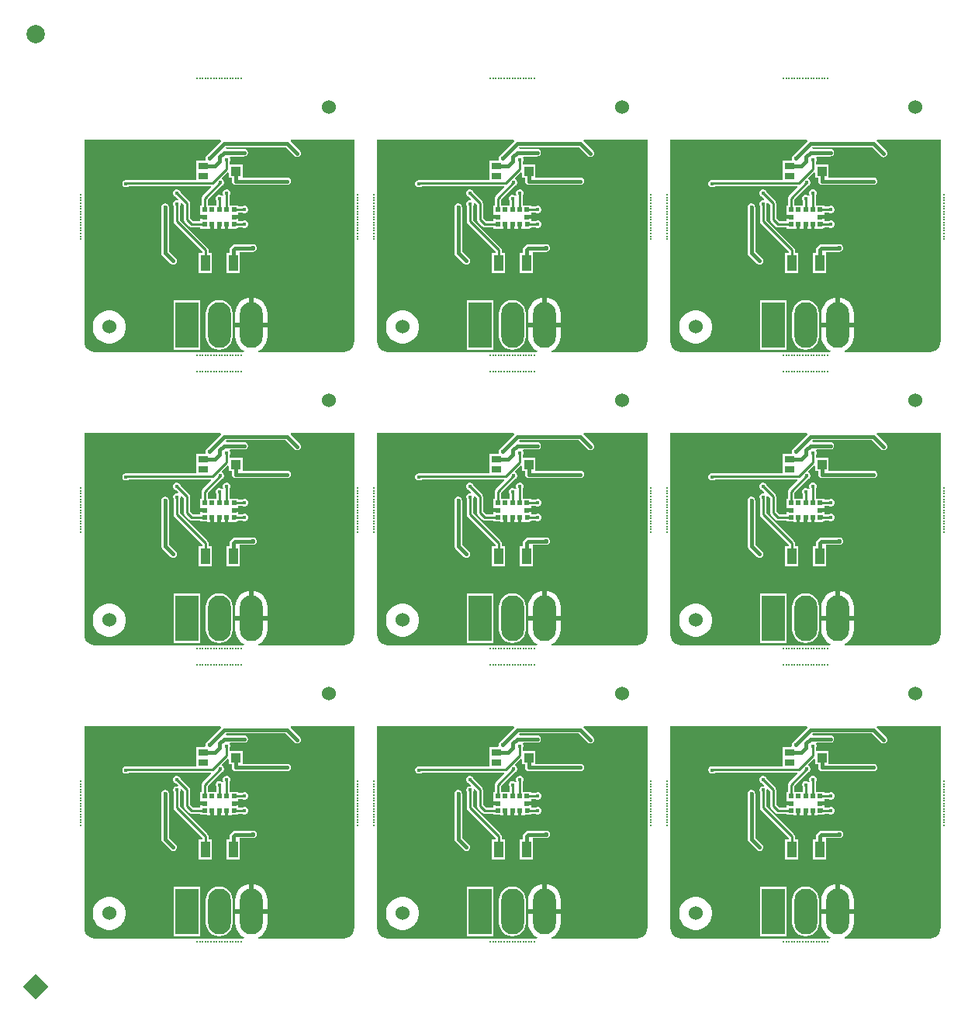
<source format=gtl>
G04*
G04 #@! TF.GenerationSoftware,Altium Limited,Altium Designer,23.5.1 (21)*
G04*
G04 Layer_Physical_Order=1*
G04 Layer_Color=255*
%FSAX44Y44*%
%MOMM*%
G71*
G04*
G04 #@! TF.SameCoordinates,899CF12F-B0FD-4176-B9D3-CD2A61966E73*
G04*
G04*
G04 #@! TF.FilePolarity,Positive*
G04*
G01*
G75*
%ADD10P,2.8284X4X270.0*%
%ADD11C,2.0000*%
%ADD12R,1.1000X1.0000*%
%ADD13R,1.1000X0.8000*%
%ADD14R,1.0160X1.7780*%
%ADD15R,0.5000X0.5000*%
%ADD16C,0.4500*%
%ADD17C,0.4064*%
%ADD18C,0.2540*%
%ADD19C,0.2000*%
%ADD20C,1.5240*%
%ADD21O,2.5000X5.0000*%
%ADD22R,2.5000X5.0000*%
%ADD23C,0.4000*%
G36*
X01007419Y00724485D02*
X01007434Y00724410D01*
X01007038Y00721398D01*
X01005846Y00718521D01*
X01003950Y00716051D01*
X01001480Y00714155D01*
X00998603Y00712964D01*
X00996730Y00712717D01*
X00995516Y00712582D01*
D01*
X00994255Y00712582D01*
X00903030D01*
X00902712Y00713852D01*
X00904815Y00714976D01*
X00907492Y00717173D01*
X00909689Y00719850D01*
X00911321Y00722904D01*
X00912326Y00726218D01*
X00912666Y00729664D01*
Y00739624D01*
X00877336D01*
Y00729664D01*
X00877675Y00726218D01*
X00878680Y00722904D01*
X00880313Y00719850D01*
X00882510Y00717173D01*
X00885186Y00714976D01*
X00887290Y00713852D01*
X00886972Y00712582D01*
X00724485D01*
X00724411Y00712567D01*
X00721398Y00712964D01*
X00718521Y00714155D01*
X00716051Y00716051D01*
X00714156Y00718521D01*
X00712964Y00721398D01*
X00712567Y00724410D01*
X00712582Y00724485D01*
Y00944026D01*
X00861445D01*
X00861971Y00942756D01*
X00846161Y00926946D01*
X00845843Y00926470D01*
X00845673Y00926300D01*
X00845581Y00926077D01*
X00845263Y00925602D01*
X00845151Y00925040D01*
X00845059Y00924818D01*
Y00924577D01*
X00844947Y00924016D01*
X00845059Y00923455D01*
Y00923214D01*
X00845151Y00922991D01*
X00845189Y00922803D01*
X00844600Y00921789D01*
X00844335Y00921533D01*
X00834719D01*
Y00909469D01*
Y00900463D01*
X00759703D01*
X00759318Y00900386D01*
X00758903Y00900558D01*
X00757299D01*
X00755817Y00899944D01*
X00754683Y00898810D01*
X00754069Y00897328D01*
Y00895724D01*
X00754683Y00894242D01*
X00755817Y00893108D01*
X00757299Y00892494D01*
X00758903D01*
X00760385Y00893108D01*
X00761006Y00893729D01*
X00850926D01*
X00851412Y00892556D01*
X00841620Y00882764D01*
X00840890Y00881671D01*
X00840634Y00880383D01*
Y00872533D01*
X00839469D01*
Y00865041D01*
X00838961D01*
Y00862032D01*
X00844001D01*
Y00857969D01*
X00838961D01*
Y00855482D01*
X00831314D01*
X00827995Y00858800D01*
Y00874818D01*
X00827739Y00876106D01*
X00827009Y00877199D01*
X00817563Y00886645D01*
Y00886718D01*
X00816949Y00888200D01*
X00815815Y00889334D01*
X00814333Y00889948D01*
X00812729D01*
X00811247Y00889334D01*
X00810113Y00888200D01*
X00809499Y00886718D01*
Y00885114D01*
X00810113Y00883632D01*
X00811247Y00882498D01*
X00812729Y00881884D01*
X00812802D01*
X00815022Y00879664D01*
X00814442Y00878676D01*
X00814332Y00878558D01*
X00812769D01*
X00811287Y00877944D01*
X00810153Y00876810D01*
X00809539Y00875328D01*
Y00873724D01*
X00810153Y00872242D01*
X00810204Y00872190D01*
Y00855396D01*
X00810460Y00854108D01*
X00811190Y00853015D01*
X00841394Y00822812D01*
Y00820922D01*
X00837649D01*
Y00799078D01*
X00851873D01*
Y00820922D01*
X00848127D01*
Y00824206D01*
X00847871Y00825494D01*
X00847141Y00826587D01*
X00816937Y00856790D01*
Y00872190D01*
X00816989Y00872242D01*
X00817603Y00873724D01*
Y00875287D01*
X00817721Y00875397D01*
X00818709Y00875977D01*
X00821262Y00873424D01*
Y00857406D01*
X00821518Y00856117D01*
X00822248Y00855025D01*
X00827539Y00849734D01*
X00828631Y00849004D01*
X00829919Y00848748D01*
X00839469D01*
Y00847468D01*
X00846961D01*
Y00846961D01*
X00849969D01*
Y00852001D01*
X00854033D01*
Y00846961D01*
X00857969D01*
Y00852001D01*
X00862033D01*
Y00846961D01*
X00865969D01*
Y00852001D01*
X00870033D01*
Y00846961D01*
X00873041D01*
Y00847051D01*
X00873501Y00847429D01*
X00878501D01*
X00879294Y00847586D01*
X00879966Y00848036D01*
X00880365Y00848634D01*
X00885496D01*
X00886933Y00848039D01*
X00888537D01*
X00890019Y00848652D01*
X00891153Y00849787D01*
X00891767Y00851269D01*
Y00852873D01*
X00891153Y00854354D01*
X00890019Y00855489D01*
X00888537Y00856103D01*
X00886933D01*
X00885451Y00855489D01*
X00885330Y00855367D01*
X00881165D01*
X00881041Y00855554D01*
Y00857969D01*
X00876001D01*
Y00862032D01*
X00881041D01*
Y00864634D01*
X00885496D01*
X00886933Y00864039D01*
X00888537D01*
X00890019Y00864652D01*
X00891153Y00865787D01*
X00891767Y00867269D01*
Y00868873D01*
X00891153Y00870355D01*
X00890019Y00871489D01*
X00888537Y00872103D01*
X00886933D01*
X00885451Y00871489D01*
X00885330Y00871367D01*
X00880533D01*
Y00872533D01*
X00871437D01*
Y00883510D01*
X00871559Y00883632D01*
X00872173Y00885114D01*
Y00886718D01*
X00871559Y00888200D01*
X00870425Y00889334D01*
X00868943Y00889948D01*
X00867339D01*
X00865857Y00889334D01*
X00864723Y00888200D01*
X00864109Y00886718D01*
Y00885114D01*
X00864586Y00883962D01*
X00864367Y00883649D01*
X00862768Y00883500D01*
X00862419Y00883849D01*
X00860937Y00884463D01*
X00859333D01*
X00857851Y00883849D01*
X00856717Y00882715D01*
X00856103Y00881233D01*
Y00879629D01*
X00856701Y00878185D01*
Y00872533D01*
X00847367D01*
Y00878988D01*
X00861945Y00893566D01*
X00862018D01*
X00863500Y00894180D01*
X00864634Y00895314D01*
X00865248Y00896796D01*
Y00898400D01*
X00864634Y00899882D01*
X00863500Y00901017D01*
X00863238Y00901125D01*
X00862940Y00902623D01*
X00869045Y00908729D01*
X00870219Y00908243D01*
Y00902969D01*
X00873607D01*
Y00899183D01*
X00873601Y00899151D01*
X00873712Y00898590D01*
Y00898349D01*
X00873804Y00898126D01*
X00873916Y00897565D01*
X00874234Y00897089D01*
X00874326Y00896867D01*
X00874496Y00896697D01*
X00874814Y00896221D01*
X00874878Y00896157D01*
X00875354Y00895839D01*
X00875460Y00895733D01*
X00875599Y00895675D01*
X00876222Y00895259D01*
X00877808Y00894943D01*
X00877808Y00894943D01*
X00934331D01*
X00934892Y00895055D01*
X00935133D01*
X00935355Y00895147D01*
X00935916Y00895259D01*
X00936392Y00895577D01*
X00936615Y00895669D01*
X00936785Y00895839D01*
X00937261Y00896157D01*
X00937579Y00896633D01*
X00937749Y00896803D01*
X00937841Y00897026D01*
X00938159Y00897501D01*
X00938270Y00898063D01*
X00938363Y00898285D01*
Y00898526D01*
X00938474Y00899087D01*
X00938363Y00899648D01*
Y00899889D01*
X00938270Y00900111D01*
X00938159Y00900673D01*
X00937841Y00901149D01*
X00937749Y00901371D01*
X00937579Y00901541D01*
X00937261Y00902017D01*
X00936785Y00902335D01*
X00936615Y00902505D01*
X00936392Y00902597D01*
X00935916Y00902915D01*
X00935355Y00903027D01*
X00935133Y00903119D01*
X00934892D01*
X00934331Y00903231D01*
X00885283D01*
Y00917032D01*
X00871507D01*
Y00920411D01*
X00871559Y00920462D01*
X00872173Y00921944D01*
Y00923548D01*
X00871559Y00925030D01*
X00872163Y00926222D01*
X00887191D01*
X00887752Y00926334D01*
X00887993D01*
X00888215Y00926426D01*
X00888776Y00926538D01*
X00889252Y00926856D01*
X00889475Y00926948D01*
X00889645Y00927118D01*
X00890121Y00927436D01*
X00890439Y00927912D01*
X00890609Y00928082D01*
X00890701Y00928304D01*
X00891019Y00928780D01*
X00891131Y00929341D01*
X00891223Y00929564D01*
Y00929805D01*
X00891334Y00930366D01*
X00891223Y00930927D01*
Y00931168D01*
X00891131Y00931390D01*
X00891019Y00931952D01*
X00890701Y00932427D01*
X00890609Y00932650D01*
X00890439Y00932820D01*
X00890121Y00933296D01*
X00889645Y00933614D01*
X00889475Y00933784D01*
X00889252Y00933876D01*
X00888776Y00934194D01*
X00888215Y00934306D01*
X00887993Y00934398D01*
X00887752D01*
X00887191Y00934510D01*
X00867964D01*
X00867336Y00935779D01*
X00867785Y00936368D01*
X00932478D01*
X00942251Y00926596D01*
X00942727Y00926278D01*
X00942897Y00926108D01*
X00943119Y00926016D01*
X00943595Y00925698D01*
X00944156Y00925586D01*
X00944379Y00925494D01*
X00944620D01*
X00945181Y00925382D01*
X00945742Y00925494D01*
X00945983D01*
X00946205Y00925586D01*
X00946767Y00925698D01*
X00947242Y00926016D01*
X00947465Y00926108D01*
X00947635Y00926278D01*
X00948111Y00926596D01*
X00948429Y00927072D01*
X00948599Y00927242D01*
X00948691Y00927464D01*
X00949009Y00927940D01*
X00949121Y00928502D01*
X00949213Y00928724D01*
Y00928965D01*
X00949324Y00929526D01*
X00949213Y00930087D01*
Y00930328D01*
X00949121Y00930550D01*
X00949009Y00931112D01*
X00948691Y00931587D01*
X00948599Y00931810D01*
X00948429Y00931980D01*
X00948111Y00932456D01*
X00937811Y00942756D01*
X00938337Y00944026D01*
X01007419D01*
Y00724485D01*
D02*
G37*
G36*
X00687419D02*
X00687434Y00724410D01*
X00687037Y00721398D01*
X00685846Y00718521D01*
X00683950Y00716051D01*
X00681480Y00714155D01*
X00678603Y00712964D01*
X00676730Y00712717D01*
X00675516Y00712582D01*
D01*
X00674254Y00712582D01*
X00583030D01*
X00582711Y00713852D01*
X00584815Y00714976D01*
X00587491Y00717173D01*
X00589688Y00719850D01*
X00591321Y00722904D01*
X00592326Y00726218D01*
X00592665Y00729664D01*
Y00739624D01*
X00557335D01*
Y00729664D01*
X00557675Y00726218D01*
X00558680Y00722904D01*
X00560312Y00719850D01*
X00562509Y00717173D01*
X00565186Y00714976D01*
X00567289Y00713852D01*
X00566971Y00712582D01*
X00404485D01*
X00404410Y00712567D01*
X00401398Y00712964D01*
X00398521Y00714155D01*
X00396051Y00716051D01*
X00394155Y00718521D01*
X00392964Y00721398D01*
X00392567Y00724410D01*
X00392582Y00724485D01*
Y00944026D01*
X00541445D01*
X00541970Y00942756D01*
X00526161Y00926946D01*
X00525843Y00926470D01*
X00525672Y00926300D01*
X00525580Y00926077D01*
X00525262Y00925602D01*
X00525151Y00925040D01*
X00525059Y00924818D01*
Y00924577D01*
X00524947Y00924016D01*
X00525059Y00923455D01*
Y00923214D01*
X00525151Y00922991D01*
X00525188Y00922803D01*
X00524600Y00921789D01*
X00524335Y00921533D01*
X00514718D01*
Y00909469D01*
Y00900463D01*
X00439703D01*
X00439318Y00900386D01*
X00438903Y00900558D01*
X00437299D01*
X00435817Y00899944D01*
X00434682Y00898810D01*
X00434068Y00897328D01*
Y00895724D01*
X00434682Y00894242D01*
X00435817Y00893108D01*
X00437299Y00892494D01*
X00438903D01*
X00440384Y00893108D01*
X00441006Y00893729D01*
X00530926D01*
X00531412Y00892556D01*
X00521620Y00882764D01*
X00520890Y00881671D01*
X00520634Y00880383D01*
Y00872533D01*
X00519468D01*
Y00865041D01*
X00518960D01*
Y00862032D01*
X00524000D01*
Y00857969D01*
X00518960D01*
Y00855482D01*
X00511314D01*
X00507995Y00858800D01*
Y00874818D01*
X00507739Y00876106D01*
X00507009Y00877199D01*
X00497562Y00886645D01*
Y00886718D01*
X00496949Y00888200D01*
X00495814Y00889334D01*
X00494333Y00889948D01*
X00492729D01*
X00491246Y00889334D01*
X00490112Y00888200D01*
X00489498Y00886718D01*
Y00885114D01*
X00490112Y00883632D01*
X00491246Y00882498D01*
X00492729Y00881884D01*
X00492801D01*
X00495021Y00879664D01*
X00494442Y00878676D01*
X00494331Y00878558D01*
X00492769D01*
X00491287Y00877944D01*
X00490152Y00876810D01*
X00489538Y00875328D01*
Y00873724D01*
X00490152Y00872242D01*
X00490204Y00872190D01*
Y00855396D01*
X00490460Y00854108D01*
X00491190Y00853015D01*
X00521394Y00822812D01*
Y00820922D01*
X00517648D01*
Y00799078D01*
X00531872D01*
Y00820922D01*
X00528127D01*
Y00824206D01*
X00527871Y00825494D01*
X00527141Y00826587D01*
X00496937Y00856790D01*
Y00872190D01*
X00496989Y00872242D01*
X00497603Y00873724D01*
Y00875287D01*
X00497720Y00875397D01*
X00498708Y00875977D01*
X00501262Y00873424D01*
Y00857406D01*
X00501518Y00856117D01*
X00502248Y00855025D01*
X00507538Y00849734D01*
X00508631Y00849004D01*
X00509919Y00848748D01*
X00519468D01*
Y00847468D01*
X00526960D01*
Y00846961D01*
X00529968D01*
Y00852001D01*
X00534032D01*
Y00846961D01*
X00537968D01*
Y00852001D01*
X00542032D01*
Y00846961D01*
X00545968D01*
Y00852001D01*
X00550032D01*
Y00846961D01*
X00553040D01*
Y00847051D01*
X00553500Y00847429D01*
X00558500D01*
X00559293Y00847586D01*
X00559965Y00848036D01*
X00560365Y00848634D01*
X00565496D01*
X00566933Y00848039D01*
X00568537D01*
X00570019Y00848652D01*
X00571153Y00849787D01*
X00571767Y00851269D01*
Y00852873D01*
X00571153Y00854354D01*
X00570019Y00855489D01*
X00568537Y00856103D01*
X00566933D01*
X00565451Y00855489D01*
X00565329Y00855367D01*
X00561165D01*
X00561040Y00855554D01*
Y00857969D01*
X00556000D01*
Y00862032D01*
X00561040D01*
Y00864634D01*
X00565496D01*
X00566933Y00864039D01*
X00568537D01*
X00570019Y00864652D01*
X00571153Y00865787D01*
X00571767Y00867269D01*
Y00868873D01*
X00571153Y00870355D01*
X00570019Y00871489D01*
X00568537Y00872103D01*
X00566933D01*
X00565451Y00871489D01*
X00565329Y00871367D01*
X00560532D01*
Y00872533D01*
X00551437D01*
Y00883510D01*
X00551559Y00883632D01*
X00552173Y00885114D01*
Y00886718D01*
X00551559Y00888200D01*
X00550424Y00889334D01*
X00548942Y00889948D01*
X00547338D01*
X00545857Y00889334D01*
X00544722Y00888200D01*
X00544109Y00886718D01*
Y00885114D01*
X00544585Y00883962D01*
X00544366Y00883649D01*
X00542768Y00883500D01*
X00542418Y00883849D01*
X00540936Y00884463D01*
X00539332D01*
X00537850Y00883849D01*
X00536716Y00882715D01*
X00536102Y00881233D01*
Y00879629D01*
X00536701Y00878185D01*
Y00872533D01*
X00527367D01*
Y00878988D01*
X00541945Y00893566D01*
X00542018D01*
X00543500Y00894180D01*
X00544634Y00895314D01*
X00545248Y00896796D01*
Y00898400D01*
X00544634Y00899882D01*
X00543500Y00901017D01*
X00543237Y00901125D01*
X00542939Y00902623D01*
X00549045Y00908729D01*
X00550218Y00908243D01*
Y00902969D01*
X00553607D01*
Y00899183D01*
X00553600Y00899151D01*
X00553712Y00898590D01*
Y00898349D01*
X00553804Y00898126D01*
X00553916Y00897565D01*
X00554234Y00897089D01*
X00554326Y00896867D01*
X00554496Y00896697D01*
X00554814Y00896221D01*
X00554878Y00896157D01*
X00555354Y00895839D01*
X00555460Y00895733D01*
X00555599Y00895675D01*
X00556222Y00895259D01*
X00557808Y00894943D01*
X00557808Y00894943D01*
X00614330D01*
X00614892Y00895055D01*
X00615132D01*
X00615355Y00895147D01*
X00615916Y00895259D01*
X00616392Y00895577D01*
X00616614Y00895669D01*
X00616785Y00895839D01*
X00617260Y00896157D01*
X00617578Y00896633D01*
X00617748Y00896803D01*
X00617841Y00897026D01*
X00618159Y00897501D01*
X00618270Y00898063D01*
X00618362Y00898285D01*
Y00898526D01*
X00618474Y00899087D01*
X00618362Y00899648D01*
Y00899889D01*
X00618270Y00900111D01*
X00618159Y00900673D01*
X00617841Y00901149D01*
X00617748Y00901371D01*
X00617578Y00901541D01*
X00617260Y00902017D01*
X00616785Y00902335D01*
X00616614Y00902505D01*
X00616392Y00902597D01*
X00615916Y00902915D01*
X00615355Y00903027D01*
X00615132Y00903119D01*
X00614892D01*
X00614330Y00903231D01*
X00565282D01*
Y00917032D01*
X00551507D01*
Y00920411D01*
X00551559Y00920462D01*
X00552173Y00921944D01*
Y00923548D01*
X00551559Y00925030D01*
X00552162Y00926222D01*
X00567191D01*
X00567752Y00926334D01*
X00567993D01*
X00568215Y00926426D01*
X00568776Y00926538D01*
X00569252Y00926856D01*
X00569474Y00926948D01*
X00569645Y00927118D01*
X00570121Y00927436D01*
X00570438Y00927912D01*
X00570609Y00928082D01*
X00570701Y00928304D01*
X00571019Y00928780D01*
X00571130Y00929341D01*
X00571222Y00929564D01*
Y00929805D01*
X00571334Y00930366D01*
X00571222Y00930927D01*
Y00931168D01*
X00571130Y00931390D01*
X00571019Y00931952D01*
X00570701Y00932427D01*
X00570609Y00932650D01*
X00570438Y00932820D01*
X00570121Y00933296D01*
X00569645Y00933614D01*
X00569474Y00933784D01*
X00569252Y00933876D01*
X00568776Y00934194D01*
X00568215Y00934306D01*
X00567993Y00934398D01*
X00567752D01*
X00567191Y00934510D01*
X00547964D01*
X00547335Y00935779D01*
X00547785Y00936368D01*
X00612478D01*
X00622251Y00926596D01*
X00622726Y00926278D01*
X00622896Y00926108D01*
X00623119Y00926016D01*
X00623595Y00925698D01*
X00624156Y00925586D01*
X00624379Y00925494D01*
X00624619D01*
X00625181Y00925382D01*
X00625742Y00925494D01*
X00625983D01*
X00626205Y00925586D01*
X00626766Y00925698D01*
X00627242Y00926016D01*
X00627464Y00926108D01*
X00627635Y00926278D01*
X00628111Y00926596D01*
X00628428Y00927072D01*
X00628599Y00927242D01*
X00628691Y00927464D01*
X00629009Y00927940D01*
X00629120Y00928502D01*
X00629212Y00928724D01*
Y00928965D01*
X00629324Y00929526D01*
X00629212Y00930087D01*
Y00930328D01*
X00629120Y00930550D01*
X00629009Y00931112D01*
X00628691Y00931587D01*
X00628599Y00931810D01*
X00628428Y00931980D01*
X00628111Y00932456D01*
X00617810Y00942756D01*
X00618336Y00944026D01*
X00687419D01*
Y00724485D01*
D02*
G37*
G36*
X00367419D02*
X00367434Y00724410D01*
X00367037Y00721398D01*
X00365845Y00718521D01*
X00363950Y00716051D01*
X00361479Y00714155D01*
X00358603Y00712964D01*
X00356730Y00712717D01*
X00355516Y00712582D01*
D01*
X00354254Y00712582D01*
X00263029D01*
X00262711Y00713852D01*
X00264814Y00714976D01*
X00267491Y00717173D01*
X00269688Y00719850D01*
X00271320Y00722904D01*
X00272326Y00726218D01*
X00272665Y00729664D01*
Y00739624D01*
X00237335D01*
Y00729664D01*
X00237675Y00726218D01*
X00238680Y00722904D01*
X00240312Y00719850D01*
X00242509Y00717173D01*
X00245186Y00714976D01*
X00247289Y00713852D01*
X00246971Y00712582D01*
X00084485D01*
X00084410Y00712567D01*
X00081397Y00712964D01*
X00078521Y00714155D01*
X00076051Y00716051D01*
X00074155Y00718521D01*
X00072963Y00721398D01*
X00072567Y00724410D01*
X00072582Y00724485D01*
Y00944026D01*
X00221444D01*
X00221970Y00942756D01*
X00206160Y00926946D01*
X00205842Y00926470D01*
X00205672Y00926300D01*
X00205580Y00926077D01*
X00205262Y00925602D01*
X00205150Y00925040D01*
X00205058Y00924818D01*
Y00924577D01*
X00204947Y00924016D01*
X00205058Y00923455D01*
Y00923214D01*
X00205150Y00922991D01*
X00205188Y00922803D01*
X00204600Y00921789D01*
X00204334Y00921533D01*
X00194718D01*
Y00909469D01*
Y00900463D01*
X00119703D01*
X00119317Y00900386D01*
X00118902Y00900558D01*
X00117298D01*
X00115816Y00899944D01*
X00114682Y00898810D01*
X00114068Y00897328D01*
Y00895724D01*
X00114682Y00894242D01*
X00115816Y00893108D01*
X00117298Y00892494D01*
X00118902D01*
X00120384Y00893108D01*
X00121006Y00893729D01*
X00210926D01*
X00211412Y00892556D01*
X00201619Y00882764D01*
X00200890Y00881671D01*
X00200633Y00880383D01*
Y00872533D01*
X00199468D01*
Y00865041D01*
X00198960D01*
Y00862032D01*
X00204000D01*
Y00857969D01*
X00198960D01*
Y00855482D01*
X00191313D01*
X00187995Y00858800D01*
Y00874818D01*
X00187738Y00876106D01*
X00187009Y00877199D01*
X00177562Y00886645D01*
Y00886718D01*
X00176948Y00888200D01*
X00175814Y00889334D01*
X00174332Y00889948D01*
X00172728D01*
X00171246Y00889334D01*
X00170112Y00888200D01*
X00169498Y00886718D01*
Y00885114D01*
X00170112Y00883632D01*
X00171246Y00882498D01*
X00172728Y00881884D01*
X00172801D01*
X00175021Y00879664D01*
X00174441Y00878676D01*
X00174331Y00878558D01*
X00172768D01*
X00171286Y00877944D01*
X00170152Y00876810D01*
X00169538Y00875328D01*
Y00873724D01*
X00170152Y00872242D01*
X00170203Y00872190D01*
Y00855396D01*
X00170460Y00854108D01*
X00171190Y00853015D01*
X00201393Y00822812D01*
Y00820922D01*
X00197648D01*
Y00799078D01*
X00211872D01*
Y00820922D01*
X00208127D01*
Y00824206D01*
X00207871Y00825494D01*
X00207141Y00826587D01*
X00176937Y00856790D01*
Y00872190D01*
X00176988Y00872242D01*
X00177602Y00873724D01*
Y00875287D01*
X00177720Y00875397D01*
X00178708Y00875977D01*
X00181261Y00873424D01*
Y00857406D01*
X00181518Y00856117D01*
X00182247Y00855025D01*
X00187538Y00849734D01*
X00188630Y00849004D01*
X00189919Y00848748D01*
X00199468D01*
Y00847468D01*
X00206960D01*
Y00846961D01*
X00209968D01*
Y00852001D01*
X00214032D01*
Y00846961D01*
X00217968D01*
Y00852001D01*
X00222032D01*
Y00846961D01*
X00225968D01*
Y00852001D01*
X00230032D01*
Y00846961D01*
X00233040D01*
Y00847051D01*
X00233500Y00847429D01*
X00238500D01*
X00239293Y00847586D01*
X00239965Y00848036D01*
X00240365Y00848634D01*
X00245496D01*
X00246933Y00848039D01*
X00248537D01*
X00250019Y00848652D01*
X00251153Y00849787D01*
X00251767Y00851269D01*
Y00852873D01*
X00251153Y00854354D01*
X00250019Y00855489D01*
X00248537Y00856103D01*
X00246933D01*
X00245451Y00855489D01*
X00245329Y00855367D01*
X00241165D01*
X00241040Y00855554D01*
Y00857969D01*
X00236000D01*
Y00862032D01*
X00241040D01*
Y00864634D01*
X00245496D01*
X00246933Y00864039D01*
X00248537D01*
X00250019Y00864652D01*
X00251153Y00865787D01*
X00251767Y00867269D01*
Y00868873D01*
X00251153Y00870355D01*
X00250019Y00871489D01*
X00248537Y00872103D01*
X00246933D01*
X00245451Y00871489D01*
X00245329Y00871367D01*
X00240532D01*
Y00872533D01*
X00231437D01*
Y00883510D01*
X00231558Y00883632D01*
X00232172Y00885114D01*
Y00886718D01*
X00231558Y00888200D01*
X00230424Y00889334D01*
X00228942Y00889948D01*
X00227338D01*
X00225856Y00889334D01*
X00224722Y00888200D01*
X00224108Y00886718D01*
Y00885114D01*
X00224585Y00883962D01*
X00224366Y00883649D01*
X00222768Y00883500D01*
X00222418Y00883849D01*
X00220936Y00884463D01*
X00219332D01*
X00217850Y00883849D01*
X00216716Y00882715D01*
X00216102Y00881233D01*
Y00879629D01*
X00216700Y00878185D01*
Y00872533D01*
X00207367D01*
Y00878988D01*
X00221945Y00893566D01*
X00222017D01*
X00223499Y00894180D01*
X00224634Y00895314D01*
X00225247Y00896796D01*
Y00898400D01*
X00224634Y00899882D01*
X00223499Y00901017D01*
X00223237Y00901125D01*
X00222939Y00902623D01*
X00229045Y00908729D01*
X00230218Y00908243D01*
Y00902969D01*
X00233606D01*
Y00899183D01*
X00233600Y00899151D01*
X00233712Y00898590D01*
Y00898349D01*
X00233804Y00898126D01*
X00233916Y00897565D01*
X00234233Y00897089D01*
X00234326Y00896867D01*
X00234496Y00896697D01*
X00234814Y00896221D01*
X00234877Y00896157D01*
X00235353Y00895839D01*
X00235460Y00895733D01*
X00235599Y00895675D01*
X00236222Y00895259D01*
X00237808Y00894943D01*
X00237808Y00894943D01*
X00294330D01*
X00294891Y00895055D01*
X00295132D01*
X00295354Y00895147D01*
X00295916Y00895259D01*
X00296392Y00895577D01*
X00296614Y00895669D01*
X00296784Y00895839D01*
X00297260Y00896157D01*
X00297578Y00896633D01*
X00297748Y00896803D01*
X00297840Y00897026D01*
X00298158Y00897501D01*
X00298270Y00898063D01*
X00298362Y00898285D01*
Y00898526D01*
X00298474Y00899087D01*
X00298362Y00899648D01*
Y00899889D01*
X00298270Y00900111D01*
X00298158Y00900673D01*
X00297840Y00901149D01*
X00297748Y00901371D01*
X00297578Y00901541D01*
X00297260Y00902017D01*
X00296784Y00902335D01*
X00296614Y00902505D01*
X00296392Y00902597D01*
X00295916Y00902915D01*
X00295354Y00903027D01*
X00295132Y00903119D01*
X00294891D01*
X00294330Y00903231D01*
X00245282D01*
Y00917032D01*
X00231507D01*
Y00920411D01*
X00231558Y00920462D01*
X00232172Y00921944D01*
Y00923548D01*
X00231558Y00925030D01*
X00232162Y00926222D01*
X00247190D01*
X00247751Y00926334D01*
X00247992D01*
X00248215Y00926426D01*
X00248776Y00926538D01*
X00249252Y00926856D01*
X00249474Y00926948D01*
X00249644Y00927118D01*
X00250120Y00927436D01*
X00250438Y00927912D01*
X00250608Y00928082D01*
X00250700Y00928304D01*
X00251018Y00928780D01*
X00251130Y00929341D01*
X00251222Y00929564D01*
Y00929805D01*
X00251334Y00930366D01*
X00251222Y00930927D01*
Y00931168D01*
X00251130Y00931390D01*
X00251018Y00931952D01*
X00250700Y00932427D01*
X00250608Y00932650D01*
X00250438Y00932820D01*
X00250120Y00933296D01*
X00249644Y00933614D01*
X00249474Y00933784D01*
X00249252Y00933876D01*
X00248776Y00934194D01*
X00248215Y00934306D01*
X00247992Y00934398D01*
X00247751D01*
X00247190Y00934510D01*
X00227964D01*
X00227335Y00935779D01*
X00227784Y00936368D01*
X00292478D01*
X00302250Y00926596D01*
X00302726Y00926278D01*
X00302896Y00926108D01*
X00303119Y00926016D01*
X00303594Y00925698D01*
X00304156Y00925586D01*
X00304378Y00925494D01*
X00304619D01*
X00305180Y00925382D01*
X00305741Y00925494D01*
X00305982D01*
X00306205Y00925586D01*
X00306766Y00925698D01*
X00307242Y00926016D01*
X00307464Y00926108D01*
X00307634Y00926278D01*
X00308110Y00926596D01*
X00308428Y00927072D01*
X00308598Y00927242D01*
X00308690Y00927464D01*
X00309008Y00927940D01*
X00309120Y00928502D01*
X00309212Y00928724D01*
Y00928965D01*
X00309324Y00929526D01*
X00309212Y00930087D01*
Y00930328D01*
X00309120Y00930550D01*
X00309008Y00931112D01*
X00308690Y00931587D01*
X00308598Y00931810D01*
X00308428Y00931980D01*
X00308110Y00932456D01*
X00297810Y00942756D01*
X00298336Y00944026D01*
X00367419D01*
Y00724485D01*
D02*
G37*
G36*
X00879301Y00852001D02*
X00878501D01*
Y00849501D01*
X00873501D01*
Y00854501D01*
X00879301D01*
Y00852001D01*
D02*
G37*
G36*
X00559300D02*
X00558500D01*
Y00849501D01*
X00553500D01*
Y00854501D01*
X00559300D01*
Y00852001D01*
D02*
G37*
G36*
X00239300D02*
X00238500D01*
Y00849501D01*
X00233500D01*
Y00854501D01*
X00239300D01*
Y00852001D01*
D02*
G37*
G36*
X01007419Y00404485D02*
X01007434Y00404410D01*
X01007038Y00401398D01*
X01005846Y00398521D01*
X01003950Y00396051D01*
X01001480Y00394155D01*
X00998603Y00392964D01*
X00996730Y00392717D01*
X00995516Y00392582D01*
D01*
X00994255Y00392582D01*
X00903030D01*
X00902712Y00393852D01*
X00904815Y00394976D01*
X00907492Y00397173D01*
X00909689Y00399850D01*
X00911321Y00402904D01*
X00912326Y00406218D01*
X00912666Y00409664D01*
Y00419624D01*
X00877336D01*
Y00409664D01*
X00877675Y00406218D01*
X00878680Y00402904D01*
X00880313Y00399850D01*
X00882510Y00397173D01*
X00885186Y00394976D01*
X00887290Y00393852D01*
X00886972Y00392582D01*
X00724485D01*
X00724411Y00392567D01*
X00721398Y00392964D01*
X00718521Y00394155D01*
X00716051Y00396051D01*
X00714156Y00398521D01*
X00712964Y00401398D01*
X00712567Y00404410D01*
X00712582Y00404485D01*
Y00624026D01*
X00861445D01*
X00861971Y00622756D01*
X00846161Y00606946D01*
X00845843Y00606470D01*
X00845673Y00606300D01*
X00845581Y00606077D01*
X00845263Y00605601D01*
X00845151Y00605040D01*
X00845059Y00604818D01*
Y00604577D01*
X00844947Y00604016D01*
X00845059Y00603455D01*
Y00603214D01*
X00845151Y00602991D01*
X00845189Y00602802D01*
X00844600Y00601789D01*
X00844335Y00601532D01*
X00834719D01*
Y00589468D01*
Y00580462D01*
X00759703D01*
X00759318Y00580386D01*
X00758903Y00580558D01*
X00757299D01*
X00755817Y00579944D01*
X00754683Y00578810D01*
X00754069Y00577328D01*
Y00575724D01*
X00754683Y00574242D01*
X00755817Y00573108D01*
X00757299Y00572494D01*
X00758903D01*
X00760385Y00573108D01*
X00761006Y00573729D01*
X00850926D01*
X00851412Y00572556D01*
X00841620Y00562763D01*
X00840890Y00561671D01*
X00840634Y00560383D01*
Y00552532D01*
X00839469D01*
Y00545040D01*
X00838961D01*
Y00542032D01*
X00844001D01*
Y00537968D01*
X00838961D01*
Y00535481D01*
X00831314D01*
X00827995Y00538800D01*
Y00554818D01*
X00827739Y00556106D01*
X00827009Y00557198D01*
X00817563Y00566645D01*
Y00566718D01*
X00816949Y00568200D01*
X00815815Y00569334D01*
X00814333Y00569948D01*
X00812729D01*
X00811247Y00569334D01*
X00810113Y00568200D01*
X00809499Y00566718D01*
Y00565114D01*
X00810113Y00563632D01*
X00811247Y00562498D01*
X00812729Y00561884D01*
X00812802D01*
X00815022Y00559664D01*
X00814442Y00558676D01*
X00814332Y00558558D01*
X00812769D01*
X00811287Y00557944D01*
X00810153Y00556810D01*
X00809539Y00555328D01*
Y00553724D01*
X00810153Y00552242D01*
X00810204Y00552190D01*
Y00535396D01*
X00810460Y00534107D01*
X00811190Y00533015D01*
X00841394Y00502811D01*
Y00500922D01*
X00837649D01*
Y00479078D01*
X00851873D01*
Y00500922D01*
X00848127D01*
Y00504206D01*
X00847871Y00505494D01*
X00847141Y00506586D01*
X00816937Y00536790D01*
Y00552190D01*
X00816989Y00552242D01*
X00817603Y00553724D01*
Y00555286D01*
X00817721Y00555397D01*
X00818709Y00555977D01*
X00821262Y00553423D01*
Y00537406D01*
X00821518Y00536117D01*
X00822248Y00535025D01*
X00827539Y00529734D01*
X00828631Y00529004D01*
X00829919Y00528748D01*
X00839469D01*
Y00527468D01*
X00846961D01*
Y00526960D01*
X00849969D01*
Y00532000D01*
X00854033D01*
Y00526960D01*
X00857969D01*
Y00532000D01*
X00862033D01*
Y00526960D01*
X00865969D01*
Y00532000D01*
X00870033D01*
Y00526960D01*
X00873041D01*
Y00527051D01*
X00873501Y00527429D01*
X00878501D01*
X00879294Y00527586D01*
X00879966Y00528035D01*
X00880365Y00528634D01*
X00885496D01*
X00886933Y00528038D01*
X00888537D01*
X00890019Y00528652D01*
X00891153Y00529786D01*
X00891767Y00531268D01*
Y00532872D01*
X00891153Y00534354D01*
X00890019Y00535489D01*
X00888537Y00536102D01*
X00886933D01*
X00885451Y00535489D01*
X00885330Y00535367D01*
X00881165D01*
X00881041Y00535554D01*
Y00537968D01*
X00876001D01*
Y00542032D01*
X00881041D01*
Y00544634D01*
X00885496D01*
X00886933Y00544038D01*
X00888537D01*
X00890019Y00544652D01*
X00891153Y00545787D01*
X00891767Y00547268D01*
Y00548872D01*
X00891153Y00550354D01*
X00890019Y00551489D01*
X00888537Y00552102D01*
X00886933D01*
X00885451Y00551489D01*
X00885330Y00551367D01*
X00880533D01*
Y00552532D01*
X00871437D01*
Y00563510D01*
X00871559Y00563632D01*
X00872173Y00565114D01*
Y00566718D01*
X00871559Y00568200D01*
X00870425Y00569334D01*
X00868943Y00569948D01*
X00867339D01*
X00865857Y00569334D01*
X00864723Y00568200D01*
X00864109Y00566718D01*
Y00565114D01*
X00864586Y00563962D01*
X00864367Y00563649D01*
X00862768Y00563500D01*
X00862419Y00563849D01*
X00860937Y00564463D01*
X00859333D01*
X00857851Y00563849D01*
X00856717Y00562715D01*
X00856103Y00561233D01*
Y00559629D01*
X00856701Y00558185D01*
Y00552532D01*
X00847367D01*
Y00558988D01*
X00861945Y00573566D01*
X00862018D01*
X00863500Y00574180D01*
X00864634Y00575314D01*
X00865248Y00576796D01*
Y00578400D01*
X00864634Y00579882D01*
X00863500Y00581016D01*
X00863238Y00581125D01*
X00862940Y00582623D01*
X00869045Y00588729D01*
X00870219Y00588243D01*
Y00582968D01*
X00873607D01*
Y00579183D01*
X00873601Y00579151D01*
X00873712Y00578589D01*
Y00578349D01*
X00873804Y00578126D01*
X00873916Y00577565D01*
X00874234Y00577089D01*
X00874326Y00576867D01*
X00874496Y00576697D01*
X00874814Y00576221D01*
X00874878Y00576157D01*
X00875354Y00575839D01*
X00875460Y00575732D01*
X00875599Y00575675D01*
X00876222Y00575259D01*
X00877808Y00574943D01*
X00877808Y00574943D01*
X00934331D01*
X00934892Y00575055D01*
X00935133D01*
X00935355Y00575147D01*
X00935916Y00575259D01*
X00936392Y00575577D01*
X00936615Y00575669D01*
X00936785Y00575839D01*
X00937261Y00576157D01*
X00937579Y00576633D01*
X00937749Y00576803D01*
X00937841Y00577025D01*
X00938159Y00577501D01*
X00938270Y00578062D01*
X00938363Y00578285D01*
Y00578526D01*
X00938474Y00579087D01*
X00938363Y00579648D01*
Y00579889D01*
X00938270Y00580111D01*
X00938159Y00580672D01*
X00937841Y00581148D01*
X00937749Y00581371D01*
X00937579Y00581541D01*
X00937261Y00582017D01*
X00936785Y00582335D01*
X00936615Y00582505D01*
X00936392Y00582597D01*
X00935916Y00582915D01*
X00935355Y00583027D01*
X00935133Y00583119D01*
X00934892D01*
X00934331Y00583231D01*
X00885283D01*
Y00597032D01*
X00871507D01*
Y00600410D01*
X00871559Y00600462D01*
X00872173Y00601944D01*
Y00603548D01*
X00871559Y00605030D01*
X00872163Y00606222D01*
X00887191D01*
X00887752Y00606334D01*
X00887993D01*
X00888215Y00606426D01*
X00888776Y00606538D01*
X00889252Y00606855D01*
X00889475Y00606948D01*
X00889645Y00607118D01*
X00890121Y00607436D01*
X00890439Y00607912D01*
X00890609Y00608082D01*
X00890701Y00608304D01*
X00891019Y00608780D01*
X00891131Y00609341D01*
X00891223Y00609564D01*
Y00609804D01*
X00891334Y00610366D01*
X00891223Y00610927D01*
Y00611168D01*
X00891131Y00611390D01*
X00891019Y00611951D01*
X00890701Y00612427D01*
X00890609Y00612650D01*
X00890439Y00612820D01*
X00890121Y00613296D01*
X00889645Y00613614D01*
X00889475Y00613784D01*
X00889252Y00613876D01*
X00888776Y00614194D01*
X00888215Y00614306D01*
X00887993Y00614398D01*
X00887752D01*
X00887191Y00614509D01*
X00867964D01*
X00867336Y00615779D01*
X00867785Y00616368D01*
X00932478D01*
X00942251Y00606596D01*
X00942727Y00606278D01*
X00942897Y00606108D01*
X00943119Y00606016D01*
X00943595Y00605698D01*
X00944156Y00605586D01*
X00944379Y00605494D01*
X00944620D01*
X00945181Y00605382D01*
X00945742Y00605494D01*
X00945983D01*
X00946205Y00605586D01*
X00946767Y00605698D01*
X00947242Y00606016D01*
X00947465Y00606108D01*
X00947635Y00606278D01*
X00948111Y00606596D01*
X00948429Y00607072D01*
X00948599Y00607242D01*
X00948691Y00607464D01*
X00949009Y00607940D01*
X00949121Y00608501D01*
X00949213Y00608724D01*
Y00608965D01*
X00949324Y00609526D01*
X00949213Y00610087D01*
Y00610328D01*
X00949121Y00610550D01*
X00949009Y00611111D01*
X00948691Y00611587D01*
X00948599Y00611810D01*
X00948429Y00611980D01*
X00948111Y00612456D01*
X00937811Y00622756D01*
X00938337Y00624026D01*
X01007419D01*
Y00404485D01*
D02*
G37*
G36*
X00687419D02*
X00687434Y00404410D01*
X00687037Y00401398D01*
X00685846Y00398521D01*
X00683950Y00396051D01*
X00681480Y00394155D01*
X00678603Y00392964D01*
X00676730Y00392717D01*
X00675516Y00392582D01*
D01*
X00674254Y00392582D01*
X00583030D01*
X00582711Y00393852D01*
X00584815Y00394976D01*
X00587491Y00397173D01*
X00589688Y00399850D01*
X00591321Y00402904D01*
X00592326Y00406218D01*
X00592665Y00409664D01*
Y00419624D01*
X00557335D01*
Y00409664D01*
X00557675Y00406218D01*
X00558680Y00402904D01*
X00560312Y00399850D01*
X00562509Y00397173D01*
X00565186Y00394976D01*
X00567289Y00393852D01*
X00566971Y00392582D01*
X00404485D01*
X00404410Y00392567D01*
X00401398Y00392964D01*
X00398521Y00394155D01*
X00396051Y00396051D01*
X00394155Y00398521D01*
X00392964Y00401398D01*
X00392567Y00404410D01*
X00392582Y00404485D01*
Y00624026D01*
X00541445D01*
X00541970Y00622756D01*
X00526161Y00606946D01*
X00525843Y00606470D01*
X00525672Y00606300D01*
X00525580Y00606077D01*
X00525262Y00605601D01*
X00525151Y00605040D01*
X00525059Y00604818D01*
Y00604577D01*
X00524947Y00604016D01*
X00525059Y00603455D01*
Y00603214D01*
X00525151Y00602991D01*
X00525188Y00602802D01*
X00524600Y00601789D01*
X00524335Y00601532D01*
X00514718D01*
Y00589468D01*
Y00580462D01*
X00439703D01*
X00439318Y00580386D01*
X00438903Y00580558D01*
X00437299D01*
X00435817Y00579944D01*
X00434682Y00578810D01*
X00434068Y00577328D01*
Y00575724D01*
X00434682Y00574242D01*
X00435817Y00573108D01*
X00437299Y00572494D01*
X00438903D01*
X00440384Y00573108D01*
X00441006Y00573729D01*
X00530926D01*
X00531412Y00572556D01*
X00521620Y00562763D01*
X00520890Y00561671D01*
X00520634Y00560383D01*
Y00552532D01*
X00519468D01*
Y00545040D01*
X00518960D01*
Y00542032D01*
X00524000D01*
Y00537968D01*
X00518960D01*
Y00535481D01*
X00511314D01*
X00507995Y00538800D01*
Y00554818D01*
X00507739Y00556106D01*
X00507009Y00557198D01*
X00497562Y00566645D01*
Y00566718D01*
X00496949Y00568200D01*
X00495814Y00569334D01*
X00494333Y00569948D01*
X00492729D01*
X00491246Y00569334D01*
X00490112Y00568200D01*
X00489498Y00566718D01*
Y00565114D01*
X00490112Y00563632D01*
X00491246Y00562498D01*
X00492729Y00561884D01*
X00492801D01*
X00495021Y00559664D01*
X00494442Y00558676D01*
X00494331Y00558558D01*
X00492769D01*
X00491287Y00557944D01*
X00490152Y00556810D01*
X00489538Y00555328D01*
Y00553724D01*
X00490152Y00552242D01*
X00490204Y00552190D01*
Y00535396D01*
X00490460Y00534107D01*
X00491190Y00533015D01*
X00521394Y00502811D01*
Y00500922D01*
X00517648D01*
Y00479078D01*
X00531872D01*
Y00500922D01*
X00528127D01*
Y00504206D01*
X00527871Y00505494D01*
X00527141Y00506586D01*
X00496937Y00536790D01*
Y00552190D01*
X00496989Y00552242D01*
X00497603Y00553724D01*
Y00555286D01*
X00497720Y00555397D01*
X00498708Y00555977D01*
X00501262Y00553423D01*
Y00537406D01*
X00501518Y00536117D01*
X00502248Y00535025D01*
X00507538Y00529734D01*
X00508631Y00529004D01*
X00509919Y00528748D01*
X00519468D01*
Y00527468D01*
X00526960D01*
Y00526960D01*
X00529968D01*
Y00532000D01*
X00534032D01*
Y00526960D01*
X00537968D01*
Y00532000D01*
X00542032D01*
Y00526960D01*
X00545968D01*
Y00532000D01*
X00550032D01*
Y00526960D01*
X00553040D01*
Y00527051D01*
X00553500Y00527429D01*
X00558500D01*
X00559293Y00527586D01*
X00559965Y00528035D01*
X00560365Y00528634D01*
X00565496D01*
X00566933Y00528038D01*
X00568537D01*
X00570019Y00528652D01*
X00571153Y00529786D01*
X00571767Y00531268D01*
Y00532872D01*
X00571153Y00534354D01*
X00570019Y00535489D01*
X00568537Y00536102D01*
X00566933D01*
X00565451Y00535489D01*
X00565329Y00535367D01*
X00561165D01*
X00561040Y00535554D01*
Y00537968D01*
X00556000D01*
Y00542032D01*
X00561040D01*
Y00544634D01*
X00565496D01*
X00566933Y00544038D01*
X00568537D01*
X00570019Y00544652D01*
X00571153Y00545787D01*
X00571767Y00547268D01*
Y00548872D01*
X00571153Y00550354D01*
X00570019Y00551489D01*
X00568537Y00552102D01*
X00566933D01*
X00565451Y00551489D01*
X00565329Y00551367D01*
X00560532D01*
Y00552532D01*
X00551437D01*
Y00563510D01*
X00551559Y00563632D01*
X00552173Y00565114D01*
Y00566718D01*
X00551559Y00568200D01*
X00550424Y00569334D01*
X00548942Y00569948D01*
X00547338D01*
X00545857Y00569334D01*
X00544722Y00568200D01*
X00544109Y00566718D01*
Y00565114D01*
X00544585Y00563962D01*
X00544366Y00563649D01*
X00542768Y00563500D01*
X00542418Y00563849D01*
X00540936Y00564463D01*
X00539332D01*
X00537850Y00563849D01*
X00536716Y00562715D01*
X00536102Y00561233D01*
Y00559629D01*
X00536701Y00558185D01*
Y00552532D01*
X00527367D01*
Y00558988D01*
X00541945Y00573566D01*
X00542018D01*
X00543500Y00574180D01*
X00544634Y00575314D01*
X00545248Y00576796D01*
Y00578400D01*
X00544634Y00579882D01*
X00543500Y00581016D01*
X00543237Y00581125D01*
X00542939Y00582623D01*
X00549045Y00588729D01*
X00550218Y00588243D01*
Y00582968D01*
X00553607D01*
Y00579183D01*
X00553600Y00579151D01*
X00553712Y00578589D01*
Y00578349D01*
X00553804Y00578126D01*
X00553916Y00577565D01*
X00554234Y00577089D01*
X00554326Y00576867D01*
X00554496Y00576697D01*
X00554814Y00576221D01*
X00554878Y00576157D01*
X00555354Y00575839D01*
X00555460Y00575732D01*
X00555599Y00575675D01*
X00556222Y00575259D01*
X00557808Y00574943D01*
X00557808Y00574943D01*
X00614330D01*
X00614892Y00575055D01*
X00615132D01*
X00615355Y00575147D01*
X00615916Y00575259D01*
X00616392Y00575577D01*
X00616614Y00575669D01*
X00616785Y00575839D01*
X00617260Y00576157D01*
X00617578Y00576633D01*
X00617748Y00576803D01*
X00617841Y00577025D01*
X00618159Y00577501D01*
X00618270Y00578062D01*
X00618362Y00578285D01*
Y00578526D01*
X00618474Y00579087D01*
X00618362Y00579648D01*
Y00579889D01*
X00618270Y00580111D01*
X00618159Y00580672D01*
X00617841Y00581148D01*
X00617748Y00581371D01*
X00617578Y00581541D01*
X00617260Y00582017D01*
X00616785Y00582335D01*
X00616614Y00582505D01*
X00616392Y00582597D01*
X00615916Y00582915D01*
X00615355Y00583027D01*
X00615132Y00583119D01*
X00614892D01*
X00614330Y00583231D01*
X00565282D01*
Y00597032D01*
X00551507D01*
Y00600410D01*
X00551559Y00600462D01*
X00552173Y00601944D01*
Y00603548D01*
X00551559Y00605030D01*
X00552162Y00606222D01*
X00567191D01*
X00567752Y00606334D01*
X00567993D01*
X00568215Y00606426D01*
X00568776Y00606538D01*
X00569252Y00606855D01*
X00569474Y00606948D01*
X00569645Y00607118D01*
X00570121Y00607436D01*
X00570438Y00607912D01*
X00570609Y00608082D01*
X00570701Y00608304D01*
X00571019Y00608780D01*
X00571130Y00609341D01*
X00571222Y00609564D01*
Y00609804D01*
X00571334Y00610366D01*
X00571222Y00610927D01*
Y00611168D01*
X00571130Y00611390D01*
X00571019Y00611951D01*
X00570701Y00612427D01*
X00570609Y00612650D01*
X00570438Y00612820D01*
X00570121Y00613296D01*
X00569645Y00613614D01*
X00569474Y00613784D01*
X00569252Y00613876D01*
X00568776Y00614194D01*
X00568215Y00614306D01*
X00567993Y00614398D01*
X00567752D01*
X00567191Y00614509D01*
X00547964D01*
X00547335Y00615779D01*
X00547785Y00616368D01*
X00612478D01*
X00622251Y00606596D01*
X00622726Y00606278D01*
X00622896Y00606108D01*
X00623119Y00606016D01*
X00623595Y00605698D01*
X00624156Y00605586D01*
X00624379Y00605494D01*
X00624619D01*
X00625181Y00605382D01*
X00625742Y00605494D01*
X00625983D01*
X00626205Y00605586D01*
X00626766Y00605698D01*
X00627242Y00606016D01*
X00627464Y00606108D01*
X00627635Y00606278D01*
X00628111Y00606596D01*
X00628428Y00607072D01*
X00628599Y00607242D01*
X00628691Y00607464D01*
X00629009Y00607940D01*
X00629120Y00608501D01*
X00629212Y00608724D01*
Y00608965D01*
X00629324Y00609526D01*
X00629212Y00610087D01*
Y00610328D01*
X00629120Y00610550D01*
X00629009Y00611111D01*
X00628691Y00611587D01*
X00628599Y00611810D01*
X00628428Y00611980D01*
X00628111Y00612456D01*
X00617810Y00622756D01*
X00618336Y00624026D01*
X00687419D01*
Y00404485D01*
D02*
G37*
G36*
X00367419D02*
X00367434Y00404410D01*
X00367037Y00401398D01*
X00365845Y00398521D01*
X00363950Y00396051D01*
X00361479Y00394155D01*
X00358603Y00392964D01*
X00356730Y00392717D01*
X00355516Y00392582D01*
D01*
X00354254Y00392582D01*
X00263029D01*
X00262711Y00393852D01*
X00264814Y00394976D01*
X00267491Y00397173D01*
X00269688Y00399850D01*
X00271320Y00402904D01*
X00272326Y00406218D01*
X00272665Y00409664D01*
Y00419624D01*
X00237335D01*
Y00409664D01*
X00237675Y00406218D01*
X00238680Y00402904D01*
X00240312Y00399850D01*
X00242509Y00397173D01*
X00245186Y00394976D01*
X00247289Y00393852D01*
X00246971Y00392582D01*
X00084485D01*
X00084410Y00392567D01*
X00081397Y00392964D01*
X00078521Y00394155D01*
X00076051Y00396051D01*
X00074155Y00398521D01*
X00072963Y00401398D01*
X00072567Y00404410D01*
X00072582Y00404485D01*
Y00624026D01*
X00221444D01*
X00221970Y00622756D01*
X00206160Y00606946D01*
X00205842Y00606470D01*
X00205672Y00606300D01*
X00205580Y00606077D01*
X00205262Y00605601D01*
X00205150Y00605040D01*
X00205058Y00604818D01*
Y00604577D01*
X00204947Y00604016D01*
X00205058Y00603455D01*
Y00603214D01*
X00205150Y00602991D01*
X00205188Y00602802D01*
X00204600Y00601789D01*
X00204334Y00601532D01*
X00194718D01*
Y00589468D01*
Y00580462D01*
X00119703D01*
X00119317Y00580386D01*
X00118902Y00580558D01*
X00117298D01*
X00115816Y00579944D01*
X00114682Y00578810D01*
X00114068Y00577328D01*
Y00575724D01*
X00114682Y00574242D01*
X00115816Y00573108D01*
X00117298Y00572494D01*
X00118902D01*
X00120384Y00573108D01*
X00121006Y00573729D01*
X00210926D01*
X00211412Y00572556D01*
X00201619Y00562763D01*
X00200890Y00561671D01*
X00200633Y00560383D01*
Y00552532D01*
X00199468D01*
Y00545040D01*
X00198960D01*
Y00542032D01*
X00204000D01*
Y00537968D01*
X00198960D01*
Y00535481D01*
X00191313D01*
X00187995Y00538800D01*
Y00554818D01*
X00187738Y00556106D01*
X00187009Y00557198D01*
X00177562Y00566645D01*
Y00566718D01*
X00176948Y00568200D01*
X00175814Y00569334D01*
X00174332Y00569948D01*
X00172728D01*
X00171246Y00569334D01*
X00170112Y00568200D01*
X00169498Y00566718D01*
Y00565114D01*
X00170112Y00563632D01*
X00171246Y00562498D01*
X00172728Y00561884D01*
X00172801D01*
X00175021Y00559664D01*
X00174441Y00558676D01*
X00174331Y00558558D01*
X00172768D01*
X00171286Y00557944D01*
X00170152Y00556810D01*
X00169538Y00555328D01*
Y00553724D01*
X00170152Y00552242D01*
X00170203Y00552190D01*
Y00535396D01*
X00170460Y00534107D01*
X00171190Y00533015D01*
X00201393Y00502811D01*
Y00500922D01*
X00197648D01*
Y00479078D01*
X00211872D01*
Y00500922D01*
X00208127D01*
Y00504206D01*
X00207871Y00505494D01*
X00207141Y00506586D01*
X00176937Y00536790D01*
Y00552190D01*
X00176988Y00552242D01*
X00177602Y00553724D01*
Y00555286D01*
X00177720Y00555397D01*
X00178708Y00555977D01*
X00181261Y00553423D01*
Y00537406D01*
X00181518Y00536117D01*
X00182247Y00535025D01*
X00187538Y00529734D01*
X00188630Y00529004D01*
X00189919Y00528748D01*
X00199468D01*
Y00527468D01*
X00206960D01*
Y00526960D01*
X00209968D01*
Y00532000D01*
X00214032D01*
Y00526960D01*
X00217968D01*
Y00532000D01*
X00222032D01*
Y00526960D01*
X00225968D01*
Y00532000D01*
X00230032D01*
Y00526960D01*
X00233040D01*
Y00527051D01*
X00233500Y00527429D01*
X00238500D01*
X00239293Y00527586D01*
X00239965Y00528035D01*
X00240365Y00528634D01*
X00245496D01*
X00246933Y00528038D01*
X00248537D01*
X00250019Y00528652D01*
X00251153Y00529786D01*
X00251767Y00531268D01*
Y00532872D01*
X00251153Y00534354D01*
X00250019Y00535489D01*
X00248537Y00536102D01*
X00246933D01*
X00245451Y00535489D01*
X00245329Y00535367D01*
X00241165D01*
X00241040Y00535554D01*
Y00537968D01*
X00236000D01*
Y00542032D01*
X00241040D01*
Y00544634D01*
X00245496D01*
X00246933Y00544038D01*
X00248537D01*
X00250019Y00544652D01*
X00251153Y00545787D01*
X00251767Y00547268D01*
Y00548872D01*
X00251153Y00550354D01*
X00250019Y00551489D01*
X00248537Y00552102D01*
X00246933D01*
X00245451Y00551489D01*
X00245329Y00551367D01*
X00240532D01*
Y00552532D01*
X00231437D01*
Y00563510D01*
X00231558Y00563632D01*
X00232172Y00565114D01*
Y00566718D01*
X00231558Y00568200D01*
X00230424Y00569334D01*
X00228942Y00569948D01*
X00227338D01*
X00225856Y00569334D01*
X00224722Y00568200D01*
X00224108Y00566718D01*
Y00565114D01*
X00224585Y00563962D01*
X00224366Y00563649D01*
X00222768Y00563500D01*
X00222418Y00563849D01*
X00220936Y00564463D01*
X00219332D01*
X00217850Y00563849D01*
X00216716Y00562715D01*
X00216102Y00561233D01*
Y00559629D01*
X00216700Y00558185D01*
Y00552532D01*
X00207367D01*
Y00558988D01*
X00221945Y00573566D01*
X00222017D01*
X00223499Y00574180D01*
X00224634Y00575314D01*
X00225247Y00576796D01*
Y00578400D01*
X00224634Y00579882D01*
X00223499Y00581016D01*
X00223237Y00581125D01*
X00222939Y00582623D01*
X00229045Y00588729D01*
X00230218Y00588243D01*
Y00582968D01*
X00233606D01*
Y00579183D01*
X00233600Y00579151D01*
X00233712Y00578589D01*
Y00578349D01*
X00233804Y00578126D01*
X00233916Y00577565D01*
X00234233Y00577089D01*
X00234326Y00576867D01*
X00234496Y00576697D01*
X00234814Y00576221D01*
X00234877Y00576157D01*
X00235353Y00575839D01*
X00235460Y00575732D01*
X00235599Y00575675D01*
X00236222Y00575259D01*
X00237808Y00574943D01*
X00237808Y00574943D01*
X00294330D01*
X00294891Y00575055D01*
X00295132D01*
X00295354Y00575147D01*
X00295916Y00575259D01*
X00296392Y00575577D01*
X00296614Y00575669D01*
X00296784Y00575839D01*
X00297260Y00576157D01*
X00297578Y00576633D01*
X00297748Y00576803D01*
X00297840Y00577025D01*
X00298158Y00577501D01*
X00298270Y00578062D01*
X00298362Y00578285D01*
Y00578526D01*
X00298474Y00579087D01*
X00298362Y00579648D01*
Y00579889D01*
X00298270Y00580111D01*
X00298158Y00580672D01*
X00297840Y00581148D01*
X00297748Y00581371D01*
X00297578Y00581541D01*
X00297260Y00582017D01*
X00296784Y00582335D01*
X00296614Y00582505D01*
X00296392Y00582597D01*
X00295916Y00582915D01*
X00295354Y00583027D01*
X00295132Y00583119D01*
X00294891D01*
X00294330Y00583231D01*
X00245282D01*
Y00597032D01*
X00231507D01*
Y00600410D01*
X00231558Y00600462D01*
X00232172Y00601944D01*
Y00603548D01*
X00231558Y00605030D01*
X00232162Y00606222D01*
X00247190D01*
X00247751Y00606334D01*
X00247992D01*
X00248215Y00606426D01*
X00248776Y00606538D01*
X00249252Y00606855D01*
X00249474Y00606948D01*
X00249644Y00607118D01*
X00250120Y00607436D01*
X00250438Y00607912D01*
X00250608Y00608082D01*
X00250700Y00608304D01*
X00251018Y00608780D01*
X00251130Y00609341D01*
X00251222Y00609564D01*
Y00609804D01*
X00251334Y00610366D01*
X00251222Y00610927D01*
Y00611168D01*
X00251130Y00611390D01*
X00251018Y00611951D01*
X00250700Y00612427D01*
X00250608Y00612650D01*
X00250438Y00612820D01*
X00250120Y00613296D01*
X00249644Y00613614D01*
X00249474Y00613784D01*
X00249252Y00613876D01*
X00248776Y00614194D01*
X00248215Y00614306D01*
X00247992Y00614398D01*
X00247751D01*
X00247190Y00614509D01*
X00227964D01*
X00227335Y00615779D01*
X00227784Y00616368D01*
X00292478D01*
X00302250Y00606596D01*
X00302726Y00606278D01*
X00302896Y00606108D01*
X00303119Y00606016D01*
X00303594Y00605698D01*
X00304156Y00605586D01*
X00304378Y00605494D01*
X00304619D01*
X00305180Y00605382D01*
X00305741Y00605494D01*
X00305982D01*
X00306205Y00605586D01*
X00306766Y00605698D01*
X00307242Y00606016D01*
X00307464Y00606108D01*
X00307634Y00606278D01*
X00308110Y00606596D01*
X00308428Y00607072D01*
X00308598Y00607242D01*
X00308690Y00607464D01*
X00309008Y00607940D01*
X00309120Y00608501D01*
X00309212Y00608724D01*
Y00608965D01*
X00309324Y00609526D01*
X00309212Y00610087D01*
Y00610328D01*
X00309120Y00610550D01*
X00309008Y00611111D01*
X00308690Y00611587D01*
X00308598Y00611810D01*
X00308428Y00611980D01*
X00308110Y00612456D01*
X00297810Y00622756D01*
X00298336Y00624026D01*
X00367419D01*
Y00404485D01*
D02*
G37*
G36*
X00879301Y00532000D02*
X00878501D01*
Y00529500D01*
X00873501D01*
Y00534500D01*
X00879301D01*
Y00532000D01*
D02*
G37*
G36*
X00559300D02*
X00558500D01*
Y00529500D01*
X00553500D01*
Y00534500D01*
X00559300D01*
Y00532000D01*
D02*
G37*
G36*
X00239300D02*
X00238500D01*
Y00529500D01*
X00233500D01*
Y00534500D01*
X00239300D01*
Y00532000D01*
D02*
G37*
G36*
X01007419Y00084485D02*
X01007434Y00084410D01*
X01007038Y00081397D01*
X01005846Y00078521D01*
X01003950Y00076051D01*
X01001480Y00074155D01*
X00998603Y00072963D01*
X00996730Y00072717D01*
X00995516Y00072582D01*
D01*
X00994255Y00072582D01*
X00903030D01*
X00902712Y00073852D01*
X00904815Y00074976D01*
X00907492Y00077173D01*
X00909689Y00079850D01*
X00911321Y00082904D01*
X00912326Y00086217D01*
X00912666Y00089664D01*
Y00099624D01*
X00877336D01*
Y00089664D01*
X00877675Y00086217D01*
X00878680Y00082904D01*
X00880313Y00079850D01*
X00882510Y00077173D01*
X00885186Y00074976D01*
X00887290Y00073852D01*
X00886972Y00072582D01*
X00724485D01*
X00724411Y00072567D01*
X00721398Y00072963D01*
X00718521Y00074155D01*
X00716051Y00076051D01*
X00714156Y00078521D01*
X00712964Y00081397D01*
X00712567Y00084410D01*
X00712582Y00084485D01*
Y00304026D01*
X00861445D01*
X00861971Y00302756D01*
X00846161Y00286946D01*
X00845843Y00286470D01*
X00845673Y00286299D01*
X00845581Y00286077D01*
X00845263Y00285601D01*
X00845151Y00285040D01*
X00845059Y00284818D01*
Y00284577D01*
X00844947Y00284016D01*
X00845059Y00283454D01*
Y00283214D01*
X00845151Y00282991D01*
X00845189Y00282802D01*
X00844600Y00281789D01*
X00844335Y00281532D01*
X00834719D01*
Y00269468D01*
Y00260462D01*
X00759703D01*
X00759318Y00260386D01*
X00758903Y00260558D01*
X00757299D01*
X00755817Y00259944D01*
X00754683Y00258810D01*
X00754069Y00257328D01*
Y00255724D01*
X00754683Y00254242D01*
X00755817Y00253107D01*
X00757299Y00252494D01*
X00758903D01*
X00760385Y00253107D01*
X00761006Y00253729D01*
X00850926D01*
X00851412Y00252556D01*
X00841620Y00242763D01*
X00840890Y00241671D01*
X00840634Y00240383D01*
Y00232532D01*
X00839469D01*
Y00225040D01*
X00838961D01*
Y00222032D01*
X00844001D01*
Y00217968D01*
X00838961D01*
Y00215481D01*
X00831314D01*
X00827995Y00218800D01*
Y00234818D01*
X00827739Y00236106D01*
X00827009Y00237198D01*
X00817563Y00246645D01*
Y00246718D01*
X00816949Y00248200D01*
X00815815Y00249334D01*
X00814333Y00249948D01*
X00812729D01*
X00811247Y00249334D01*
X00810113Y00248200D01*
X00809499Y00246718D01*
Y00245114D01*
X00810113Y00243632D01*
X00811247Y00242497D01*
X00812729Y00241884D01*
X00812802D01*
X00815022Y00239664D01*
X00814442Y00238675D01*
X00814332Y00238558D01*
X00812769D01*
X00811287Y00237944D01*
X00810153Y00236810D01*
X00809539Y00235328D01*
Y00233724D01*
X00810153Y00232242D01*
X00810204Y00232190D01*
Y00215396D01*
X00810460Y00214107D01*
X00811190Y00213015D01*
X00841394Y00182811D01*
Y00180922D01*
X00837649D01*
Y00159078D01*
X00851873D01*
Y00180922D01*
X00848127D01*
Y00184206D01*
X00847871Y00185494D01*
X00847141Y00186586D01*
X00816937Y00216790D01*
Y00232190D01*
X00816989Y00232242D01*
X00817603Y00233724D01*
Y00235286D01*
X00817721Y00235397D01*
X00818709Y00235976D01*
X00821262Y00233423D01*
Y00217405D01*
X00821518Y00216117D01*
X00822248Y00215025D01*
X00827539Y00209734D01*
X00828631Y00209004D01*
X00829919Y00208748D01*
X00839469D01*
Y00207468D01*
X00846961D01*
Y00206960D01*
X00849969D01*
Y00212000D01*
X00854033D01*
Y00206960D01*
X00857969D01*
Y00212000D01*
X00862033D01*
Y00206960D01*
X00865969D01*
Y00212000D01*
X00870033D01*
Y00206960D01*
X00873041D01*
Y00207051D01*
X00873501Y00207428D01*
X00878501D01*
X00879294Y00207586D01*
X00879966Y00208035D01*
X00880365Y00208633D01*
X00885496D01*
X00886933Y00208038D01*
X00888537D01*
X00890019Y00208652D01*
X00891153Y00209786D01*
X00891767Y00211268D01*
Y00212872D01*
X00891153Y00214354D01*
X00890019Y00215488D01*
X00888537Y00216102D01*
X00886933D01*
X00885451Y00215488D01*
X00885330Y00215367D01*
X00881165D01*
X00881041Y00215554D01*
Y00217968D01*
X00876001D01*
Y00222032D01*
X00881041D01*
Y00224634D01*
X00885496D01*
X00886933Y00224038D01*
X00888537D01*
X00890019Y00224652D01*
X00891153Y00225786D01*
X00891767Y00227268D01*
Y00228872D01*
X00891153Y00230354D01*
X00890019Y00231488D01*
X00888537Y00232102D01*
X00886933D01*
X00885451Y00231488D01*
X00885330Y00231367D01*
X00880533D01*
Y00232532D01*
X00871437D01*
Y00243510D01*
X00871559Y00243632D01*
X00872173Y00245114D01*
Y00246718D01*
X00871559Y00248200D01*
X00870425Y00249334D01*
X00868943Y00249948D01*
X00867339D01*
X00865857Y00249334D01*
X00864723Y00248200D01*
X00864109Y00246718D01*
Y00245114D01*
X00864586Y00243962D01*
X00864367Y00243648D01*
X00862768Y00243500D01*
X00862419Y00243849D01*
X00860937Y00244463D01*
X00859333D01*
X00857851Y00243849D01*
X00856717Y00242715D01*
X00856103Y00241233D01*
Y00239629D01*
X00856701Y00238185D01*
Y00232532D01*
X00847367D01*
Y00238988D01*
X00861945Y00253566D01*
X00862018D01*
X00863500Y00254180D01*
X00864634Y00255314D01*
X00865248Y00256796D01*
Y00258400D01*
X00864634Y00259882D01*
X00863500Y00261016D01*
X00863238Y00261125D01*
X00862940Y00262623D01*
X00869045Y00268729D01*
X00870219Y00268243D01*
Y00262968D01*
X00873607D01*
Y00259182D01*
X00873601Y00259151D01*
X00873712Y00258589D01*
Y00258349D01*
X00873804Y00258126D01*
X00873916Y00257565D01*
X00874234Y00257089D01*
X00874326Y00256866D01*
X00874496Y00256696D01*
X00874814Y00256220D01*
X00874878Y00256157D01*
X00875354Y00255839D01*
X00875460Y00255732D01*
X00875599Y00255675D01*
X00876222Y00255258D01*
X00877808Y00254943D01*
X00877808Y00254943D01*
X00934331D01*
X00934892Y00255055D01*
X00935133D01*
X00935355Y00255147D01*
X00935916Y00255258D01*
X00936392Y00255576D01*
X00936615Y00255669D01*
X00936785Y00255839D01*
X00937261Y00256157D01*
X00937579Y00256632D01*
X00937749Y00256803D01*
X00937841Y00257025D01*
X00938159Y00257501D01*
X00938270Y00258062D01*
X00938363Y00258285D01*
Y00258525D01*
X00938474Y00259087D01*
X00938363Y00259648D01*
Y00259889D01*
X00938270Y00260111D01*
X00938159Y00260672D01*
X00937841Y00261148D01*
X00937749Y00261371D01*
X00937579Y00261541D01*
X00937261Y00262017D01*
X00936785Y00262335D01*
X00936615Y00262505D01*
X00936392Y00262597D01*
X00935916Y00262915D01*
X00935355Y00263027D01*
X00935133Y00263119D01*
X00934892D01*
X00934331Y00263230D01*
X00885283D01*
Y00277032D01*
X00871507D01*
Y00280410D01*
X00871559Y00280462D01*
X00872173Y00281944D01*
Y00283548D01*
X00871559Y00285030D01*
X00872163Y00286222D01*
X00887191D01*
X00887752Y00286334D01*
X00887993D01*
X00888215Y00286426D01*
X00888776Y00286537D01*
X00889252Y00286855D01*
X00889475Y00286947D01*
X00889645Y00287118D01*
X00890121Y00287436D01*
X00890439Y00287911D01*
X00890609Y00288082D01*
X00890701Y00288304D01*
X00891019Y00288780D01*
X00891131Y00289341D01*
X00891223Y00289564D01*
Y00289804D01*
X00891334Y00290366D01*
X00891223Y00290927D01*
Y00291168D01*
X00891131Y00291390D01*
X00891019Y00291951D01*
X00890701Y00292427D01*
X00890609Y00292649D01*
X00890439Y00292820D01*
X00890121Y00293296D01*
X00889645Y00293613D01*
X00889475Y00293784D01*
X00889252Y00293876D01*
X00888776Y00294194D01*
X00888215Y00294305D01*
X00887993Y00294398D01*
X00887752D01*
X00887191Y00294509D01*
X00867964D01*
X00867336Y00295779D01*
X00867785Y00296368D01*
X00932478D01*
X00942251Y00286596D01*
X00942727Y00286278D01*
X00942897Y00286107D01*
X00943119Y00286015D01*
X00943595Y00285697D01*
X00944156Y00285586D01*
X00944379Y00285494D01*
X00944620D01*
X00945181Y00285382D01*
X00945742Y00285494D01*
X00945983D01*
X00946205Y00285586D01*
X00946767Y00285697D01*
X00947242Y00286015D01*
X00947465Y00286107D01*
X00947635Y00286278D01*
X00948111Y00286596D01*
X00948429Y00287071D01*
X00948599Y00287242D01*
X00948691Y00287464D01*
X00949009Y00287940D01*
X00949121Y00288501D01*
X00949213Y00288724D01*
Y00288964D01*
X00949324Y00289526D01*
X00949213Y00290087D01*
Y00290328D01*
X00949121Y00290550D01*
X00949009Y00291111D01*
X00948691Y00291587D01*
X00948599Y00291810D01*
X00948429Y00291980D01*
X00948111Y00292456D01*
X00937811Y00302756D01*
X00938337Y00304026D01*
X01007419D01*
Y00084485D01*
D02*
G37*
G36*
X00687419D02*
X00687434Y00084410D01*
X00687037Y00081397D01*
X00685846Y00078521D01*
X00683950Y00076051D01*
X00681480Y00074155D01*
X00678603Y00072963D01*
X00676730Y00072717D01*
X00675516Y00072582D01*
D01*
X00674254Y00072582D01*
X00583030D01*
X00582711Y00073852D01*
X00584815Y00074976D01*
X00587491Y00077173D01*
X00589688Y00079850D01*
X00591321Y00082904D01*
X00592326Y00086217D01*
X00592665Y00089664D01*
Y00099624D01*
X00557335D01*
Y00089664D01*
X00557675Y00086217D01*
X00558680Y00082904D01*
X00560312Y00079850D01*
X00562509Y00077173D01*
X00565186Y00074976D01*
X00567289Y00073852D01*
X00566971Y00072582D01*
X00404485D01*
X00404410Y00072567D01*
X00401398Y00072963D01*
X00398521Y00074155D01*
X00396051Y00076051D01*
X00394155Y00078521D01*
X00392964Y00081397D01*
X00392567Y00084410D01*
X00392582Y00084485D01*
Y00304026D01*
X00541445D01*
X00541970Y00302756D01*
X00526161Y00286946D01*
X00525843Y00286470D01*
X00525672Y00286299D01*
X00525580Y00286077D01*
X00525262Y00285601D01*
X00525151Y00285040D01*
X00525059Y00284818D01*
Y00284577D01*
X00524947Y00284016D01*
X00525059Y00283454D01*
Y00283214D01*
X00525151Y00282991D01*
X00525188Y00282802D01*
X00524600Y00281789D01*
X00524335Y00281532D01*
X00514718D01*
Y00269468D01*
Y00260462D01*
X00439703D01*
X00439318Y00260386D01*
X00438903Y00260558D01*
X00437299D01*
X00435817Y00259944D01*
X00434682Y00258810D01*
X00434068Y00257328D01*
Y00255724D01*
X00434682Y00254242D01*
X00435817Y00253107D01*
X00437299Y00252494D01*
X00438903D01*
X00440384Y00253107D01*
X00441006Y00253729D01*
X00530926D01*
X00531412Y00252556D01*
X00521620Y00242763D01*
X00520890Y00241671D01*
X00520634Y00240383D01*
Y00232532D01*
X00519468D01*
Y00225040D01*
X00518960D01*
Y00222032D01*
X00524000D01*
Y00217968D01*
X00518960D01*
Y00215481D01*
X00511314D01*
X00507995Y00218800D01*
Y00234818D01*
X00507739Y00236106D01*
X00507009Y00237198D01*
X00497562Y00246645D01*
Y00246718D01*
X00496949Y00248200D01*
X00495814Y00249334D01*
X00494333Y00249948D01*
X00492729D01*
X00491246Y00249334D01*
X00490112Y00248200D01*
X00489498Y00246718D01*
Y00245114D01*
X00490112Y00243632D01*
X00491246Y00242497D01*
X00492729Y00241884D01*
X00492801D01*
X00495021Y00239664D01*
X00494442Y00238675D01*
X00494331Y00238558D01*
X00492769D01*
X00491287Y00237944D01*
X00490152Y00236810D01*
X00489538Y00235328D01*
Y00233724D01*
X00490152Y00232242D01*
X00490204Y00232190D01*
Y00215396D01*
X00490460Y00214107D01*
X00491190Y00213015D01*
X00521394Y00182811D01*
Y00180922D01*
X00517648D01*
Y00159078D01*
X00531872D01*
Y00180922D01*
X00528127D01*
Y00184206D01*
X00527871Y00185494D01*
X00527141Y00186586D01*
X00496937Y00216790D01*
Y00232190D01*
X00496989Y00232242D01*
X00497603Y00233724D01*
Y00235286D01*
X00497720Y00235397D01*
X00498708Y00235976D01*
X00501262Y00233423D01*
Y00217405D01*
X00501518Y00216117D01*
X00502248Y00215025D01*
X00507538Y00209734D01*
X00508631Y00209004D01*
X00509919Y00208748D01*
X00519468D01*
Y00207468D01*
X00526960D01*
Y00206960D01*
X00529968D01*
Y00212000D01*
X00534032D01*
Y00206960D01*
X00537968D01*
Y00212000D01*
X00542032D01*
Y00206960D01*
X00545968D01*
Y00212000D01*
X00550032D01*
Y00206960D01*
X00553040D01*
Y00207051D01*
X00553500Y00207428D01*
X00558500D01*
X00559293Y00207586D01*
X00559965Y00208035D01*
X00560365Y00208633D01*
X00565496D01*
X00566933Y00208038D01*
X00568537D01*
X00570019Y00208652D01*
X00571153Y00209786D01*
X00571767Y00211268D01*
Y00212872D01*
X00571153Y00214354D01*
X00570019Y00215488D01*
X00568537Y00216102D01*
X00566933D01*
X00565451Y00215488D01*
X00565329Y00215367D01*
X00561165D01*
X00561040Y00215554D01*
Y00217968D01*
X00556000D01*
Y00222032D01*
X00561040D01*
Y00224634D01*
X00565496D01*
X00566933Y00224038D01*
X00568537D01*
X00570019Y00224652D01*
X00571153Y00225786D01*
X00571767Y00227268D01*
Y00228872D01*
X00571153Y00230354D01*
X00570019Y00231488D01*
X00568537Y00232102D01*
X00566933D01*
X00565451Y00231488D01*
X00565329Y00231367D01*
X00560532D01*
Y00232532D01*
X00551437D01*
Y00243510D01*
X00551559Y00243632D01*
X00552173Y00245114D01*
Y00246718D01*
X00551559Y00248200D01*
X00550424Y00249334D01*
X00548942Y00249948D01*
X00547338D01*
X00545857Y00249334D01*
X00544722Y00248200D01*
X00544109Y00246718D01*
Y00245114D01*
X00544585Y00243962D01*
X00544366Y00243648D01*
X00542768Y00243500D01*
X00542418Y00243849D01*
X00540936Y00244463D01*
X00539332D01*
X00537850Y00243849D01*
X00536716Y00242715D01*
X00536102Y00241233D01*
Y00239629D01*
X00536701Y00238185D01*
Y00232532D01*
X00527367D01*
Y00238988D01*
X00541945Y00253566D01*
X00542018D01*
X00543500Y00254180D01*
X00544634Y00255314D01*
X00545248Y00256796D01*
Y00258400D01*
X00544634Y00259882D01*
X00543500Y00261016D01*
X00543237Y00261125D01*
X00542939Y00262623D01*
X00549045Y00268729D01*
X00550218Y00268243D01*
Y00262968D01*
X00553607D01*
Y00259182D01*
X00553600Y00259151D01*
X00553712Y00258589D01*
Y00258349D01*
X00553804Y00258126D01*
X00553916Y00257565D01*
X00554234Y00257089D01*
X00554326Y00256866D01*
X00554496Y00256696D01*
X00554814Y00256220D01*
X00554878Y00256157D01*
X00555354Y00255839D01*
X00555460Y00255732D01*
X00555599Y00255675D01*
X00556222Y00255258D01*
X00557808Y00254943D01*
X00557808Y00254943D01*
X00614330D01*
X00614892Y00255055D01*
X00615132D01*
X00615355Y00255147D01*
X00615916Y00255258D01*
X00616392Y00255576D01*
X00616614Y00255669D01*
X00616785Y00255839D01*
X00617260Y00256157D01*
X00617578Y00256632D01*
X00617748Y00256803D01*
X00617841Y00257025D01*
X00618159Y00257501D01*
X00618270Y00258062D01*
X00618362Y00258285D01*
Y00258525D01*
X00618474Y00259087D01*
X00618362Y00259648D01*
Y00259889D01*
X00618270Y00260111D01*
X00618159Y00260672D01*
X00617841Y00261148D01*
X00617748Y00261371D01*
X00617578Y00261541D01*
X00617260Y00262017D01*
X00616785Y00262335D01*
X00616614Y00262505D01*
X00616392Y00262597D01*
X00615916Y00262915D01*
X00615355Y00263027D01*
X00615132Y00263119D01*
X00614892D01*
X00614330Y00263230D01*
X00565282D01*
Y00277032D01*
X00551507D01*
Y00280410D01*
X00551559Y00280462D01*
X00552173Y00281944D01*
Y00283548D01*
X00551559Y00285030D01*
X00552162Y00286222D01*
X00567191D01*
X00567752Y00286334D01*
X00567993D01*
X00568215Y00286426D01*
X00568776Y00286537D01*
X00569252Y00286855D01*
X00569474Y00286947D01*
X00569645Y00287118D01*
X00570121Y00287436D01*
X00570438Y00287911D01*
X00570609Y00288082D01*
X00570701Y00288304D01*
X00571019Y00288780D01*
X00571130Y00289341D01*
X00571222Y00289564D01*
Y00289804D01*
X00571334Y00290366D01*
X00571222Y00290927D01*
Y00291168D01*
X00571130Y00291390D01*
X00571019Y00291951D01*
X00570701Y00292427D01*
X00570609Y00292649D01*
X00570438Y00292820D01*
X00570121Y00293296D01*
X00569645Y00293613D01*
X00569474Y00293784D01*
X00569252Y00293876D01*
X00568776Y00294194D01*
X00568215Y00294305D01*
X00567993Y00294398D01*
X00567752D01*
X00567191Y00294509D01*
X00547964D01*
X00547335Y00295779D01*
X00547785Y00296368D01*
X00612478D01*
X00622251Y00286596D01*
X00622726Y00286278D01*
X00622896Y00286107D01*
X00623119Y00286015D01*
X00623595Y00285697D01*
X00624156Y00285586D01*
X00624379Y00285494D01*
X00624619D01*
X00625181Y00285382D01*
X00625742Y00285494D01*
X00625983D01*
X00626205Y00285586D01*
X00626766Y00285697D01*
X00627242Y00286015D01*
X00627464Y00286107D01*
X00627635Y00286278D01*
X00628111Y00286596D01*
X00628428Y00287071D01*
X00628599Y00287242D01*
X00628691Y00287464D01*
X00629009Y00287940D01*
X00629120Y00288501D01*
X00629212Y00288724D01*
Y00288964D01*
X00629324Y00289526D01*
X00629212Y00290087D01*
Y00290328D01*
X00629120Y00290550D01*
X00629009Y00291111D01*
X00628691Y00291587D01*
X00628599Y00291810D01*
X00628428Y00291980D01*
X00628111Y00292456D01*
X00617810Y00302756D01*
X00618336Y00304026D01*
X00687419D01*
Y00084485D01*
D02*
G37*
G36*
X00367419D02*
X00367434Y00084410D01*
X00367037Y00081397D01*
X00365845Y00078521D01*
X00363950Y00076051D01*
X00361479Y00074155D01*
X00358603Y00072963D01*
X00356730Y00072717D01*
X00355516Y00072582D01*
D01*
X00354254Y00072582D01*
X00263029D01*
X00262711Y00073852D01*
X00264814Y00074976D01*
X00267491Y00077173D01*
X00269688Y00079850D01*
X00271320Y00082904D01*
X00272326Y00086217D01*
X00272665Y00089664D01*
Y00099624D01*
X00237335D01*
Y00089664D01*
X00237675Y00086217D01*
X00238680Y00082904D01*
X00240312Y00079850D01*
X00242509Y00077173D01*
X00245186Y00074976D01*
X00247289Y00073852D01*
X00246971Y00072582D01*
X00084485D01*
X00084410Y00072567D01*
X00081397Y00072963D01*
X00078521Y00074155D01*
X00076051Y00076051D01*
X00074155Y00078521D01*
X00072963Y00081397D01*
X00072567Y00084410D01*
X00072582Y00084485D01*
Y00304026D01*
X00221444D01*
X00221970Y00302756D01*
X00206160Y00286946D01*
X00205842Y00286470D01*
X00205672Y00286299D01*
X00205580Y00286077D01*
X00205262Y00285601D01*
X00205150Y00285040D01*
X00205058Y00284818D01*
Y00284577D01*
X00204947Y00284016D01*
X00205058Y00283454D01*
Y00283214D01*
X00205150Y00282991D01*
X00205188Y00282802D01*
X00204600Y00281789D01*
X00204334Y00281532D01*
X00194718D01*
Y00269468D01*
Y00260462D01*
X00119703D01*
X00119317Y00260386D01*
X00118902Y00260558D01*
X00117298D01*
X00115816Y00259944D01*
X00114682Y00258810D01*
X00114068Y00257328D01*
Y00255724D01*
X00114682Y00254242D01*
X00115816Y00253107D01*
X00117298Y00252494D01*
X00118902D01*
X00120384Y00253107D01*
X00121006Y00253729D01*
X00210926D01*
X00211412Y00252556D01*
X00201619Y00242763D01*
X00200890Y00241671D01*
X00200633Y00240383D01*
Y00232532D01*
X00199468D01*
Y00225040D01*
X00198960D01*
Y00222032D01*
X00204000D01*
Y00217968D01*
X00198960D01*
Y00215481D01*
X00191313D01*
X00187995Y00218800D01*
Y00234818D01*
X00187738Y00236106D01*
X00187009Y00237198D01*
X00177562Y00246645D01*
Y00246718D01*
X00176948Y00248200D01*
X00175814Y00249334D01*
X00174332Y00249948D01*
X00172728D01*
X00171246Y00249334D01*
X00170112Y00248200D01*
X00169498Y00246718D01*
Y00245114D01*
X00170112Y00243632D01*
X00171246Y00242497D01*
X00172728Y00241884D01*
X00172801D01*
X00175021Y00239664D01*
X00174441Y00238675D01*
X00174331Y00238558D01*
X00172768D01*
X00171286Y00237944D01*
X00170152Y00236810D01*
X00169538Y00235328D01*
Y00233724D01*
X00170152Y00232242D01*
X00170203Y00232190D01*
Y00215396D01*
X00170460Y00214107D01*
X00171190Y00213015D01*
X00201393Y00182811D01*
Y00180922D01*
X00197648D01*
Y00159078D01*
X00211872D01*
Y00180922D01*
X00208127D01*
Y00184206D01*
X00207871Y00185494D01*
X00207141Y00186586D01*
X00176937Y00216790D01*
Y00232190D01*
X00176988Y00232242D01*
X00177602Y00233724D01*
Y00235286D01*
X00177720Y00235397D01*
X00178708Y00235976D01*
X00181261Y00233423D01*
Y00217405D01*
X00181518Y00216117D01*
X00182247Y00215025D01*
X00187538Y00209734D01*
X00188630Y00209004D01*
X00189919Y00208748D01*
X00199468D01*
Y00207468D01*
X00206960D01*
Y00206960D01*
X00209968D01*
Y00212000D01*
X00214032D01*
Y00206960D01*
X00217968D01*
Y00212000D01*
X00222032D01*
Y00206960D01*
X00225968D01*
Y00212000D01*
X00230032D01*
Y00206960D01*
X00233040D01*
Y00207051D01*
X00233500Y00207428D01*
X00238500D01*
X00239293Y00207586D01*
X00239965Y00208035D01*
X00240365Y00208633D01*
X00245496D01*
X00246933Y00208038D01*
X00248537D01*
X00250019Y00208652D01*
X00251153Y00209786D01*
X00251767Y00211268D01*
Y00212872D01*
X00251153Y00214354D01*
X00250019Y00215488D01*
X00248537Y00216102D01*
X00246933D01*
X00245451Y00215488D01*
X00245329Y00215367D01*
X00241165D01*
X00241040Y00215554D01*
Y00217968D01*
X00236000D01*
Y00222032D01*
X00241040D01*
Y00224634D01*
X00245496D01*
X00246933Y00224038D01*
X00248537D01*
X00250019Y00224652D01*
X00251153Y00225786D01*
X00251767Y00227268D01*
Y00228872D01*
X00251153Y00230354D01*
X00250019Y00231488D01*
X00248537Y00232102D01*
X00246933D01*
X00245451Y00231488D01*
X00245329Y00231367D01*
X00240532D01*
Y00232532D01*
X00231437D01*
Y00243510D01*
X00231558Y00243632D01*
X00232172Y00245114D01*
Y00246718D01*
X00231558Y00248200D01*
X00230424Y00249334D01*
X00228942Y00249948D01*
X00227338D01*
X00225856Y00249334D01*
X00224722Y00248200D01*
X00224108Y00246718D01*
Y00245114D01*
X00224585Y00243962D01*
X00224366Y00243648D01*
X00222768Y00243500D01*
X00222418Y00243849D01*
X00220936Y00244463D01*
X00219332D01*
X00217850Y00243849D01*
X00216716Y00242715D01*
X00216102Y00241233D01*
Y00239629D01*
X00216700Y00238185D01*
Y00232532D01*
X00207367D01*
Y00238988D01*
X00221945Y00253566D01*
X00222017D01*
X00223499Y00254180D01*
X00224634Y00255314D01*
X00225247Y00256796D01*
Y00258400D01*
X00224634Y00259882D01*
X00223499Y00261016D01*
X00223237Y00261125D01*
X00222939Y00262623D01*
X00229045Y00268729D01*
X00230218Y00268243D01*
Y00262968D01*
X00233606D01*
Y00259182D01*
X00233600Y00259151D01*
X00233712Y00258589D01*
Y00258349D01*
X00233804Y00258126D01*
X00233916Y00257565D01*
X00234233Y00257089D01*
X00234326Y00256866D01*
X00234496Y00256696D01*
X00234814Y00256220D01*
X00234877Y00256157D01*
X00235353Y00255839D01*
X00235460Y00255732D01*
X00235599Y00255675D01*
X00236222Y00255258D01*
X00237808Y00254943D01*
X00237808Y00254943D01*
X00294330D01*
X00294891Y00255055D01*
X00295132D01*
X00295354Y00255147D01*
X00295916Y00255258D01*
X00296392Y00255576D01*
X00296614Y00255669D01*
X00296784Y00255839D01*
X00297260Y00256157D01*
X00297578Y00256632D01*
X00297748Y00256803D01*
X00297840Y00257025D01*
X00298158Y00257501D01*
X00298270Y00258062D01*
X00298362Y00258285D01*
Y00258525D01*
X00298474Y00259087D01*
X00298362Y00259648D01*
Y00259889D01*
X00298270Y00260111D01*
X00298158Y00260672D01*
X00297840Y00261148D01*
X00297748Y00261371D01*
X00297578Y00261541D01*
X00297260Y00262017D01*
X00296784Y00262335D01*
X00296614Y00262505D01*
X00296392Y00262597D01*
X00295916Y00262915D01*
X00295354Y00263027D01*
X00295132Y00263119D01*
X00294891D01*
X00294330Y00263230D01*
X00245282D01*
Y00277032D01*
X00231507D01*
Y00280410D01*
X00231558Y00280462D01*
X00232172Y00281944D01*
Y00283548D01*
X00231558Y00285030D01*
X00232162Y00286222D01*
X00247190D01*
X00247751Y00286334D01*
X00247992D01*
X00248215Y00286426D01*
X00248776Y00286537D01*
X00249252Y00286855D01*
X00249474Y00286947D01*
X00249644Y00287118D01*
X00250120Y00287436D01*
X00250438Y00287911D01*
X00250608Y00288082D01*
X00250700Y00288304D01*
X00251018Y00288780D01*
X00251130Y00289341D01*
X00251222Y00289564D01*
Y00289804D01*
X00251334Y00290366D01*
X00251222Y00290927D01*
Y00291168D01*
X00251130Y00291390D01*
X00251018Y00291951D01*
X00250700Y00292427D01*
X00250608Y00292649D01*
X00250438Y00292820D01*
X00250120Y00293296D01*
X00249644Y00293613D01*
X00249474Y00293784D01*
X00249252Y00293876D01*
X00248776Y00294194D01*
X00248215Y00294305D01*
X00247992Y00294398D01*
X00247751D01*
X00247190Y00294509D01*
X00227964D01*
X00227335Y00295779D01*
X00227784Y00296368D01*
X00292478D01*
X00302250Y00286596D01*
X00302726Y00286278D01*
X00302896Y00286107D01*
X00303119Y00286015D01*
X00303594Y00285697D01*
X00304156Y00285586D01*
X00304378Y00285494D01*
X00304619D01*
X00305180Y00285382D01*
X00305741Y00285494D01*
X00305982D01*
X00306205Y00285586D01*
X00306766Y00285697D01*
X00307242Y00286015D01*
X00307464Y00286107D01*
X00307634Y00286278D01*
X00308110Y00286596D01*
X00308428Y00287071D01*
X00308598Y00287242D01*
X00308690Y00287464D01*
X00309008Y00287940D01*
X00309120Y00288501D01*
X00309212Y00288724D01*
Y00288964D01*
X00309324Y00289526D01*
X00309212Y00290087D01*
Y00290328D01*
X00309120Y00290550D01*
X00309008Y00291111D01*
X00308690Y00291587D01*
X00308598Y00291810D01*
X00308428Y00291980D01*
X00308110Y00292456D01*
X00297810Y00302756D01*
X00298336Y00304026D01*
X00367419D01*
Y00084485D01*
D02*
G37*
G36*
X00879301Y00212000D02*
X00878501D01*
Y00209500D01*
X00873501D01*
Y00214500D01*
X00879301D01*
Y00212000D01*
D02*
G37*
G36*
X00559300D02*
X00558500D01*
Y00209500D01*
X00553500D01*
Y00214500D01*
X00559300D01*
Y00212000D01*
D02*
G37*
G36*
X00239300D02*
X00238500D01*
Y00209500D01*
X00233500D01*
Y00214500D01*
X00239300D01*
Y00212000D01*
D02*
G37*
%LPC*%
G36*
X00896971Y00830539D02*
X00896410Y00830428D01*
X00896169D01*
X00896028Y00830369D01*
X00877621D01*
X00876036Y00830054D01*
X00874691Y00829156D01*
X00872311Y00826775D01*
X00871412Y00825431D01*
X00871097Y00823845D01*
Y00820922D01*
X00868129D01*
Y00799078D01*
X00882353D01*
Y00820922D01*
X00882353D01*
X00882618Y00822082D01*
X00896801D01*
X00898387Y00822398D01*
X00899254Y00822978D01*
X00899255Y00822978D01*
X00899255Y00822978D01*
X00899731Y00823296D01*
X00899901Y00823466D01*
X00900219Y00823942D01*
X00900389Y00824112D01*
X00900481Y00824334D01*
X00900799Y00824810D01*
X00900911Y00825371D01*
X00901003Y00825594D01*
Y00825835D01*
X00901114Y00826396D01*
X00901003Y00826957D01*
Y00827198D01*
X00900911Y00827420D01*
X00900799Y00827981D01*
X00900481Y00828457D01*
X00900389Y00828680D01*
X00900219Y00828850D01*
X00899901Y00829326D01*
X00899425Y00829644D01*
X00899255Y00829814D01*
X00899032Y00829906D01*
X00898557Y00830224D01*
X00897995Y00830336D01*
X00897773Y00830428D01*
X00897532D01*
X00896971Y00830539D01*
D02*
G37*
G36*
X00800831Y00874819D02*
X00800270Y00874708D01*
X00800029D01*
X00799806Y00874616D01*
X00799245Y00874504D01*
X00798769Y00874186D01*
X00798547Y00874094D01*
X00798377Y00873924D01*
X00797901Y00873606D01*
X00797583Y00873130D01*
X00797413Y00872960D01*
X00797320Y00872737D01*
X00797003Y00872262D01*
X00796891Y00871700D01*
X00796799Y00871478D01*
Y00871237D01*
X00796687Y00870676D01*
Y00821146D01*
X00797003Y00819560D01*
X00797901Y00818216D01*
X00806791Y00809326D01*
X00807267Y00809008D01*
X00807437Y00808838D01*
X00807659Y00808746D01*
X00808135Y00808428D01*
X00808696Y00808316D01*
X00808919Y00808224D01*
X00809160D01*
X00809721Y00808112D01*
X00810282Y00808224D01*
X00810523D01*
X00810745Y00808316D01*
X00811307Y00808428D01*
X00811782Y00808746D01*
X00812005Y00808838D01*
X00812175Y00809008D01*
X00812651Y00809326D01*
X00812969Y00809802D01*
X00813139Y00809972D01*
X00813231Y00810194D01*
X00813549Y00810670D01*
X00813661Y00811231D01*
X00813753Y00811454D01*
Y00811695D01*
X00813864Y00812256D01*
X00813753Y00812817D01*
Y00813058D01*
X00813661Y00813280D01*
X00813549Y00813842D01*
X00813231Y00814317D01*
X00813139Y00814540D01*
X00812969Y00814710D01*
X00812651Y00815186D01*
X00804974Y00822862D01*
Y00870676D01*
X00804863Y00871237D01*
Y00871478D01*
X00804771Y00871700D01*
X00804659Y00872262D01*
X00804341Y00872737D01*
X00804249Y00872960D01*
X00804079Y00873130D01*
X00803761Y00873606D01*
X00803285Y00873924D01*
X00803115Y00874094D01*
X00802892Y00874186D01*
X00802417Y00874504D01*
X00801855Y00874616D01*
X00801633Y00874708D01*
X00801392D01*
X00800831Y00874819D01*
D02*
G37*
G36*
X00897541Y00772079D02*
Y00744704D01*
X00912666D01*
Y00754664D01*
X00912326Y00758110D01*
X00911321Y00761424D01*
X00909689Y00764478D01*
X00907492Y00767155D01*
X00904815Y00769352D01*
X00901761Y00770984D01*
X00898447Y00771990D01*
X00897541Y00772079D01*
D02*
G37*
G36*
X00892461D02*
X00891554Y00771990D01*
X00888241Y00770984D01*
X00885186Y00769352D01*
X00882510Y00767155D01*
X00880313Y00764478D01*
X00878680Y00761424D01*
X00877675Y00758110D01*
X00877336Y00754664D01*
Y00744704D01*
X00892461D01*
Y00772079D01*
D02*
G37*
G36*
X00741777Y00758032D02*
X00738224D01*
X00734741Y00757339D01*
X00731459Y00755980D01*
X00728506Y00754006D01*
X00725994Y00751495D01*
X00724021Y00748541D01*
X00722661Y00745260D01*
X00721969Y00741776D01*
Y00738224D01*
X00722661Y00734740D01*
X00724021Y00731459D01*
X00725994Y00728505D01*
X00728506Y00725994D01*
X00731459Y00724020D01*
X00734741Y00722661D01*
X00738224Y00721968D01*
X00741777D01*
X00745260Y00722661D01*
X00748542Y00724020D01*
X00751495Y00725994D01*
X00754007Y00728505D01*
X00755980Y00731459D01*
X00757339Y00734740D01*
X00758033Y00738224D01*
Y00741776D01*
X00757339Y00745260D01*
X00755980Y00748541D01*
X00754007Y00751495D01*
X00751495Y00754006D01*
X00748542Y00755980D01*
X00745260Y00757339D01*
X00741777Y00758032D01*
D02*
G37*
G36*
X00839533Y00769196D02*
X00810469D01*
Y00715132D01*
X00839533D01*
Y00769196D01*
D02*
G37*
G36*
X00860001Y00769321D02*
X00856207Y00768822D01*
X00852672Y00767358D01*
X00849636Y00765028D01*
X00847307Y00761993D01*
X00845843Y00758458D01*
X00845343Y00754664D01*
Y00729664D01*
X00845843Y00725870D01*
X00847307Y00722335D01*
X00849636Y00719300D01*
X00852672Y00716970D01*
X00856207Y00715506D01*
X00860001Y00715007D01*
X00863794Y00715506D01*
X00867329Y00716970D01*
X00870365Y00719300D01*
X00872694Y00722335D01*
X00874159Y00725870D01*
X00874658Y00729664D01*
Y00754664D01*
X00874159Y00758458D01*
X00872694Y00761993D01*
X00870365Y00765028D01*
X00867329Y00767358D01*
X00863794Y00768822D01*
X00860001Y00769321D01*
D02*
G37*
G36*
X00576970Y00830539D02*
X00576409Y00830428D01*
X00576169D01*
X00576028Y00830369D01*
X00557621D01*
X00556035Y00830054D01*
X00554691Y00829156D01*
X00552310Y00826775D01*
X00551412Y00825431D01*
X00551097Y00823845D01*
Y00820922D01*
X00548128D01*
Y00799078D01*
X00562352D01*
Y00820922D01*
X00562352D01*
X00562618Y00822082D01*
X00576801D01*
X00578386Y00822398D01*
X00579254Y00822978D01*
X00579254Y00822978D01*
X00579255Y00822978D01*
X00579731Y00823296D01*
X00579901Y00823466D01*
X00580218Y00823942D01*
X00580389Y00824112D01*
X00580481Y00824334D01*
X00580799Y00824810D01*
X00580910Y00825371D01*
X00581003Y00825594D01*
Y00825835D01*
X00581114Y00826396D01*
X00581003Y00826957D01*
Y00827198D01*
X00580910Y00827420D01*
X00580799Y00827981D01*
X00580481Y00828457D01*
X00580389Y00828680D01*
X00580218Y00828850D01*
X00579901Y00829326D01*
X00579425Y00829644D01*
X00579254Y00829814D01*
X00579032Y00829906D01*
X00578556Y00830224D01*
X00577995Y00830336D01*
X00577772Y00830428D01*
X00577532D01*
X00576970Y00830539D01*
D02*
G37*
G36*
X00480830Y00874819D02*
X00480269Y00874708D01*
X00480028D01*
X00479806Y00874616D01*
X00479245Y00874504D01*
X00478769Y00874186D01*
X00478546Y00874094D01*
X00478376Y00873924D01*
X00477901Y00873606D01*
X00477583Y00873130D01*
X00477412Y00872960D01*
X00477320Y00872737D01*
X00477002Y00872262D01*
X00476891Y00871700D01*
X00476799Y00871478D01*
Y00871237D01*
X00476687Y00870676D01*
Y00821146D01*
X00477002Y00819560D01*
X00477901Y00818216D01*
X00486791Y00809326D01*
X00487266Y00809008D01*
X00487436Y00808838D01*
X00487659Y00808746D01*
X00488135Y00808428D01*
X00488696Y00808316D01*
X00488918Y00808224D01*
X00489159D01*
X00489720Y00808112D01*
X00490282Y00808224D01*
X00490522D01*
X00490745Y00808316D01*
X00491306Y00808428D01*
X00491782Y00808746D01*
X00492004Y00808838D01*
X00492175Y00809008D01*
X00492650Y00809326D01*
X00492968Y00809802D01*
X00493139Y00809972D01*
X00493231Y00810194D01*
X00493549Y00810670D01*
X00493660Y00811231D01*
X00493753Y00811454D01*
Y00811695D01*
X00493864Y00812256D01*
X00493753Y00812817D01*
Y00813058D01*
X00493660Y00813280D01*
X00493549Y00813842D01*
X00493231Y00814317D01*
X00493139Y00814540D01*
X00492968Y00814710D01*
X00492650Y00815186D01*
X00484974Y00822862D01*
Y00870676D01*
X00484863Y00871237D01*
Y00871478D01*
X00484770Y00871700D01*
X00484659Y00872262D01*
X00484341Y00872737D01*
X00484249Y00872960D01*
X00484078Y00873130D01*
X00483760Y00873606D01*
X00483285Y00873924D01*
X00483114Y00874094D01*
X00482892Y00874186D01*
X00482416Y00874504D01*
X00481855Y00874616D01*
X00481632Y00874708D01*
X00481392D01*
X00480830Y00874819D01*
D02*
G37*
G36*
X00577540Y00772079D02*
Y00744704D01*
X00592665D01*
Y00754664D01*
X00592326Y00758110D01*
X00591321Y00761424D01*
X00589688Y00764478D01*
X00587491Y00767155D01*
X00584815Y00769352D01*
X00581761Y00770984D01*
X00578447Y00771990D01*
X00577540Y00772079D01*
D02*
G37*
G36*
X00572460D02*
X00571554Y00771990D01*
X00568240Y00770984D01*
X00565186Y00769352D01*
X00562509Y00767155D01*
X00560312Y00764478D01*
X00558680Y00761424D01*
X00557675Y00758110D01*
X00557335Y00754664D01*
Y00744704D01*
X00572460D01*
Y00772079D01*
D02*
G37*
G36*
X00421776Y00758032D02*
X00418224D01*
X00414740Y00757339D01*
X00411459Y00755980D01*
X00408506Y00754006D01*
X00405994Y00751495D01*
X00404020Y00748541D01*
X00402661Y00745260D01*
X00401968Y00741776D01*
Y00738224D01*
X00402661Y00734740D01*
X00404020Y00731459D01*
X00405994Y00728505D01*
X00408506Y00725994D01*
X00411459Y00724020D01*
X00414740Y00722661D01*
X00418224Y00721968D01*
X00421776D01*
X00425260Y00722661D01*
X00428541Y00724020D01*
X00431495Y00725994D01*
X00434007Y00728505D01*
X00435980Y00731459D01*
X00437339Y00734740D01*
X00438032Y00738224D01*
Y00741776D01*
X00437339Y00745260D01*
X00435980Y00748541D01*
X00434007Y00751495D01*
X00431495Y00754006D01*
X00428541Y00755980D01*
X00425260Y00757339D01*
X00421776Y00758032D01*
D02*
G37*
G36*
X00519532Y00769196D02*
X00490468D01*
Y00715132D01*
X00519532D01*
Y00769196D01*
D02*
G37*
G36*
X00540000Y00769321D02*
X00536207Y00768822D01*
X00532672Y00767358D01*
X00529636Y00765028D01*
X00527307Y00761993D01*
X00525843Y00758458D01*
X00525343Y00754664D01*
Y00729664D01*
X00525843Y00725870D01*
X00527307Y00722335D01*
X00529636Y00719300D01*
X00532672Y00716970D01*
X00536207Y00715506D01*
X00540000Y00715007D01*
X00543794Y00715506D01*
X00547329Y00716970D01*
X00550365Y00719300D01*
X00552694Y00722335D01*
X00554158Y00725870D01*
X00554658Y00729664D01*
Y00754664D01*
X00554158Y00758458D01*
X00552694Y00761993D01*
X00550365Y00765028D01*
X00547329Y00767358D01*
X00543794Y00768822D01*
X00540000Y00769321D01*
D02*
G37*
G36*
X00256970Y00830539D02*
X00256409Y00830428D01*
X00256168D01*
X00256028Y00830369D01*
X00237621D01*
X00236035Y00830054D01*
X00234691Y00829156D01*
X00232310Y00826775D01*
X00231412Y00825431D01*
X00231096Y00823845D01*
Y00820922D01*
X00228128D01*
Y00799078D01*
X00242352D01*
Y00820922D01*
X00242352D01*
X00242618Y00822082D01*
X00256800D01*
X00258386Y00822398D01*
X00259254Y00822978D01*
X00259254Y00822978D01*
X00259254Y00822978D01*
X00259730Y00823296D01*
X00259900Y00823466D01*
X00260218Y00823942D01*
X00260388Y00824112D01*
X00260480Y00824334D01*
X00260798Y00824810D01*
X00260910Y00825371D01*
X00261002Y00825594D01*
Y00825835D01*
X00261114Y00826396D01*
X00261002Y00826957D01*
Y00827198D01*
X00260910Y00827420D01*
X00260798Y00827981D01*
X00260480Y00828457D01*
X00260388Y00828680D01*
X00260218Y00828850D01*
X00259900Y00829326D01*
X00259424Y00829644D01*
X00259254Y00829814D01*
X00259032Y00829906D01*
X00258556Y00830224D01*
X00257995Y00830336D01*
X00257772Y00830428D01*
X00257531D01*
X00256970Y00830539D01*
D02*
G37*
G36*
X00160830Y00874819D02*
X00160269Y00874708D01*
X00160028D01*
X00159806Y00874616D01*
X00159244Y00874504D01*
X00158769Y00874186D01*
X00158546Y00874094D01*
X00158376Y00873924D01*
X00157900Y00873606D01*
X00157582Y00873130D01*
X00157412Y00872960D01*
X00157320Y00872737D01*
X00157002Y00872262D01*
X00156890Y00871700D01*
X00156798Y00871478D01*
Y00871237D01*
X00156687Y00870676D01*
Y00821146D01*
X00157002Y00819560D01*
X00157900Y00818216D01*
X00166790Y00809326D01*
X00167266Y00809008D01*
X00167436Y00808838D01*
X00167659Y00808746D01*
X00168134Y00808428D01*
X00168696Y00808316D01*
X00168918Y00808224D01*
X00169159D01*
X00169720Y00808112D01*
X00170281Y00808224D01*
X00170522D01*
X00170745Y00808316D01*
X00171306Y00808428D01*
X00171782Y00808746D01*
X00172004Y00808838D01*
X00172174Y00809008D01*
X00172650Y00809326D01*
X00172968Y00809802D01*
X00173138Y00809972D01*
X00173230Y00810194D01*
X00173548Y00810670D01*
X00173660Y00811231D01*
X00173752Y00811454D01*
Y00811695D01*
X00173864Y00812256D01*
X00173752Y00812817D01*
Y00813058D01*
X00173660Y00813280D01*
X00173548Y00813842D01*
X00173230Y00814317D01*
X00173138Y00814540D01*
X00172968Y00814710D01*
X00172650Y00815186D01*
X00164974Y00822862D01*
Y00870676D01*
X00164862Y00871237D01*
Y00871478D01*
X00164770Y00871700D01*
X00164658Y00872262D01*
X00164340Y00872737D01*
X00164248Y00872960D01*
X00164078Y00873130D01*
X00163760Y00873606D01*
X00163284Y00873924D01*
X00163114Y00874094D01*
X00162892Y00874186D01*
X00162416Y00874504D01*
X00161855Y00874616D01*
X00161632Y00874708D01*
X00161391D01*
X00160830Y00874819D01*
D02*
G37*
G36*
X00257540Y00772079D02*
Y00744704D01*
X00272665D01*
Y00754664D01*
X00272326Y00758110D01*
X00271320Y00761424D01*
X00269688Y00764478D01*
X00267491Y00767155D01*
X00264814Y00769352D01*
X00261760Y00770984D01*
X00258446Y00771990D01*
X00257540Y00772079D01*
D02*
G37*
G36*
X00252460D02*
X00251554Y00771990D01*
X00248240Y00770984D01*
X00245186Y00769352D01*
X00242509Y00767155D01*
X00240312Y00764478D01*
X00238680Y00761424D01*
X00237675Y00758110D01*
X00237335Y00754664D01*
Y00744704D01*
X00252460D01*
Y00772079D01*
D02*
G37*
G36*
X00101776Y00758032D02*
X00098224D01*
X00094740Y00757339D01*
X00091459Y00755980D01*
X00088505Y00754006D01*
X00085993Y00751495D01*
X00084020Y00748541D01*
X00082661Y00745260D01*
X00081968Y00741776D01*
Y00738224D01*
X00082661Y00734740D01*
X00084020Y00731459D01*
X00085993Y00728505D01*
X00088505Y00725994D01*
X00091459Y00724020D01*
X00094740Y00722661D01*
X00098224Y00721968D01*
X00101776D01*
X00105260Y00722661D01*
X00108541Y00724020D01*
X00111495Y00725994D01*
X00114006Y00728505D01*
X00115980Y00731459D01*
X00117339Y00734740D01*
X00118032Y00738224D01*
Y00741776D01*
X00117339Y00745260D01*
X00115980Y00748541D01*
X00114006Y00751495D01*
X00111495Y00754006D01*
X00108541Y00755980D01*
X00105260Y00757339D01*
X00101776Y00758032D01*
D02*
G37*
G36*
X00199532Y00769196D02*
X00170468D01*
Y00715132D01*
X00199532D01*
Y00769196D01*
D02*
G37*
G36*
X00220000Y00769321D02*
X00216206Y00768822D01*
X00212671Y00767358D01*
X00209636Y00765028D01*
X00207306Y00761993D01*
X00205842Y00758458D01*
X00205343Y00754664D01*
Y00729664D01*
X00205842Y00725870D01*
X00207306Y00722335D01*
X00209636Y00719300D01*
X00212671Y00716970D01*
X00216206Y00715506D01*
X00220000Y00715007D01*
X00223794Y00715506D01*
X00227329Y00716970D01*
X00230364Y00719300D01*
X00232694Y00722335D01*
X00234158Y00725870D01*
X00234657Y00729664D01*
Y00754664D01*
X00234158Y00758458D01*
X00232694Y00761993D01*
X00230364Y00765028D01*
X00227329Y00767358D01*
X00223794Y00768822D01*
X00220000Y00769321D01*
D02*
G37*
G36*
X00896971Y00510539D02*
X00896410Y00510428D01*
X00896169D01*
X00896028Y00510369D01*
X00877621D01*
X00876036Y00510054D01*
X00874691Y00509156D01*
X00872311Y00506775D01*
X00871412Y00505431D01*
X00871097Y00503845D01*
Y00500922D01*
X00868129D01*
Y00479078D01*
X00882353D01*
Y00500922D01*
X00882353D01*
X00882618Y00502082D01*
X00896801D01*
X00898387Y00502397D01*
X00899254Y00502977D01*
X00899255Y00502977D01*
X00899255Y00502978D01*
X00899731Y00503296D01*
X00899901Y00503466D01*
X00900219Y00503941D01*
X00900389Y00504112D01*
X00900481Y00504334D01*
X00900799Y00504810D01*
X00900911Y00505371D01*
X00901003Y00505594D01*
Y00505834D01*
X00901114Y00506396D01*
X00901003Y00506957D01*
Y00507198D01*
X00900911Y00507420D01*
X00900799Y00507981D01*
X00900481Y00508457D01*
X00900389Y00508680D01*
X00900219Y00508850D01*
X00899901Y00509326D01*
X00899425Y00509644D01*
X00899255Y00509814D01*
X00899032Y00509906D01*
X00898557Y00510224D01*
X00897995Y00510336D01*
X00897773Y00510428D01*
X00897532D01*
X00896971Y00510539D01*
D02*
G37*
G36*
X00800831Y00554819D02*
X00800270Y00554708D01*
X00800029D01*
X00799806Y00554616D01*
X00799245Y00554504D01*
X00798769Y00554186D01*
X00798547Y00554094D01*
X00798377Y00553924D01*
X00797901Y00553606D01*
X00797583Y00553130D01*
X00797413Y00552960D01*
X00797320Y00552737D01*
X00797003Y00552261D01*
X00796891Y00551700D01*
X00796799Y00551478D01*
Y00551237D01*
X00796687Y00550676D01*
Y00501146D01*
X00797003Y00499560D01*
X00797901Y00498216D01*
X00806791Y00489326D01*
X00807267Y00489008D01*
X00807437Y00488838D01*
X00807659Y00488745D01*
X00808135Y00488428D01*
X00808696Y00488316D01*
X00808919Y00488224D01*
X00809160D01*
X00809721Y00488112D01*
X00810282Y00488224D01*
X00810523D01*
X00810745Y00488316D01*
X00811307Y00488428D01*
X00811782Y00488745D01*
X00812005Y00488838D01*
X00812175Y00489008D01*
X00812651Y00489326D01*
X00812969Y00489802D01*
X00813139Y00489972D01*
X00813231Y00490194D01*
X00813549Y00490670D01*
X00813661Y00491231D01*
X00813753Y00491454D01*
Y00491694D01*
X00813864Y00492256D01*
X00813753Y00492817D01*
Y00493058D01*
X00813661Y00493280D01*
X00813549Y00493841D01*
X00813231Y00494317D01*
X00813139Y00494540D01*
X00812969Y00494710D01*
X00812651Y00495186D01*
X00804974Y00502862D01*
Y00550676D01*
X00804863Y00551237D01*
Y00551478D01*
X00804771Y00551700D01*
X00804659Y00552261D01*
X00804341Y00552737D01*
X00804249Y00552960D01*
X00804079Y00553130D01*
X00803761Y00553606D01*
X00803285Y00553924D01*
X00803115Y00554094D01*
X00802892Y00554186D01*
X00802417Y00554504D01*
X00801855Y00554616D01*
X00801633Y00554708D01*
X00801392D01*
X00800831Y00554819D01*
D02*
G37*
G36*
X00897541Y00452079D02*
Y00424704D01*
X00912666D01*
Y00434664D01*
X00912326Y00438110D01*
X00911321Y00441424D01*
X00909689Y00444478D01*
X00907492Y00447155D01*
X00904815Y00449352D01*
X00901761Y00450984D01*
X00898447Y00451990D01*
X00897541Y00452079D01*
D02*
G37*
G36*
X00892461D02*
X00891554Y00451990D01*
X00888241Y00450984D01*
X00885186Y00449352D01*
X00882510Y00447155D01*
X00880313Y00444478D01*
X00878680Y00441424D01*
X00877675Y00438110D01*
X00877336Y00434664D01*
Y00424704D01*
X00892461D01*
Y00452079D01*
D02*
G37*
G36*
X00741777Y00438032D02*
X00738224D01*
X00734741Y00437339D01*
X00731459Y00435980D01*
X00728506Y00434006D01*
X00725994Y00431495D01*
X00724021Y00428541D01*
X00722661Y00425260D01*
X00721969Y00421776D01*
Y00418224D01*
X00722661Y00414740D01*
X00724021Y00411459D01*
X00725994Y00408505D01*
X00728506Y00405993D01*
X00731459Y00404020D01*
X00734741Y00402661D01*
X00738224Y00401968D01*
X00741777D01*
X00745260Y00402661D01*
X00748542Y00404020D01*
X00751495Y00405993D01*
X00754007Y00408505D01*
X00755980Y00411459D01*
X00757339Y00414740D01*
X00758033Y00418224D01*
Y00421776D01*
X00757339Y00425260D01*
X00755980Y00428541D01*
X00754007Y00431495D01*
X00751495Y00434006D01*
X00748542Y00435980D01*
X00745260Y00437339D01*
X00741777Y00438032D01*
D02*
G37*
G36*
X00839533Y00449196D02*
X00810469D01*
Y00395132D01*
X00839533D01*
Y00449196D01*
D02*
G37*
G36*
X00860001Y00449321D02*
X00856207Y00448822D01*
X00852672Y00447358D01*
X00849636Y00445028D01*
X00847307Y00441993D01*
X00845843Y00438457D01*
X00845343Y00434664D01*
Y00409664D01*
X00845843Y00405870D01*
X00847307Y00402335D01*
X00849636Y00399300D01*
X00852672Y00396970D01*
X00856207Y00395506D01*
X00860001Y00395006D01*
X00863794Y00395506D01*
X00867329Y00396970D01*
X00870365Y00399300D01*
X00872694Y00402335D01*
X00874159Y00405870D01*
X00874658Y00409664D01*
Y00434664D01*
X00874159Y00438457D01*
X00872694Y00441993D01*
X00870365Y00445028D01*
X00867329Y00447358D01*
X00863794Y00448822D01*
X00860001Y00449321D01*
D02*
G37*
G36*
X00576970Y00510539D02*
X00576409Y00510428D01*
X00576169D01*
X00576028Y00510369D01*
X00557621D01*
X00556035Y00510054D01*
X00554691Y00509156D01*
X00552310Y00506775D01*
X00551412Y00505431D01*
X00551097Y00503845D01*
Y00500922D01*
X00548128D01*
Y00479078D01*
X00562352D01*
Y00500922D01*
X00562352D01*
X00562618Y00502082D01*
X00576801D01*
X00578386Y00502397D01*
X00579254Y00502977D01*
X00579254Y00502977D01*
X00579255Y00502978D01*
X00579731Y00503296D01*
X00579901Y00503466D01*
X00580218Y00503941D01*
X00580389Y00504112D01*
X00580481Y00504334D01*
X00580799Y00504810D01*
X00580910Y00505371D01*
X00581003Y00505594D01*
Y00505834D01*
X00581114Y00506396D01*
X00581003Y00506957D01*
Y00507198D01*
X00580910Y00507420D01*
X00580799Y00507981D01*
X00580481Y00508457D01*
X00580389Y00508680D01*
X00580218Y00508850D01*
X00579901Y00509326D01*
X00579425Y00509644D01*
X00579254Y00509814D01*
X00579032Y00509906D01*
X00578556Y00510224D01*
X00577995Y00510336D01*
X00577772Y00510428D01*
X00577532D01*
X00576970Y00510539D01*
D02*
G37*
G36*
X00480830Y00554819D02*
X00480269Y00554708D01*
X00480028D01*
X00479806Y00554616D01*
X00479245Y00554504D01*
X00478769Y00554186D01*
X00478546Y00554094D01*
X00478376Y00553924D01*
X00477901Y00553606D01*
X00477583Y00553130D01*
X00477412Y00552960D01*
X00477320Y00552737D01*
X00477002Y00552261D01*
X00476891Y00551700D01*
X00476799Y00551478D01*
Y00551237D01*
X00476687Y00550676D01*
Y00501146D01*
X00477002Y00499560D01*
X00477901Y00498216D01*
X00486791Y00489326D01*
X00487266Y00489008D01*
X00487436Y00488838D01*
X00487659Y00488745D01*
X00488135Y00488428D01*
X00488696Y00488316D01*
X00488918Y00488224D01*
X00489159D01*
X00489720Y00488112D01*
X00490282Y00488224D01*
X00490522D01*
X00490745Y00488316D01*
X00491306Y00488428D01*
X00491782Y00488745D01*
X00492004Y00488838D01*
X00492175Y00489008D01*
X00492650Y00489326D01*
X00492968Y00489802D01*
X00493139Y00489972D01*
X00493231Y00490194D01*
X00493549Y00490670D01*
X00493660Y00491231D01*
X00493753Y00491454D01*
Y00491694D01*
X00493864Y00492256D01*
X00493753Y00492817D01*
Y00493058D01*
X00493660Y00493280D01*
X00493549Y00493841D01*
X00493231Y00494317D01*
X00493139Y00494540D01*
X00492968Y00494710D01*
X00492650Y00495186D01*
X00484974Y00502862D01*
Y00550676D01*
X00484863Y00551237D01*
Y00551478D01*
X00484770Y00551700D01*
X00484659Y00552261D01*
X00484341Y00552737D01*
X00484249Y00552960D01*
X00484078Y00553130D01*
X00483760Y00553606D01*
X00483285Y00553924D01*
X00483114Y00554094D01*
X00482892Y00554186D01*
X00482416Y00554504D01*
X00481855Y00554616D01*
X00481632Y00554708D01*
X00481392D01*
X00480830Y00554819D01*
D02*
G37*
G36*
X00577540Y00452079D02*
Y00424704D01*
X00592665D01*
Y00434664D01*
X00592326Y00438110D01*
X00591321Y00441424D01*
X00589688Y00444478D01*
X00587491Y00447155D01*
X00584815Y00449352D01*
X00581761Y00450984D01*
X00578447Y00451990D01*
X00577540Y00452079D01*
D02*
G37*
G36*
X00572460D02*
X00571554Y00451990D01*
X00568240Y00450984D01*
X00565186Y00449352D01*
X00562509Y00447155D01*
X00560312Y00444478D01*
X00558680Y00441424D01*
X00557675Y00438110D01*
X00557335Y00434664D01*
Y00424704D01*
X00572460D01*
Y00452079D01*
D02*
G37*
G36*
X00421776Y00438032D02*
X00418224D01*
X00414740Y00437339D01*
X00411459Y00435980D01*
X00408506Y00434006D01*
X00405994Y00431495D01*
X00404020Y00428541D01*
X00402661Y00425260D01*
X00401968Y00421776D01*
Y00418224D01*
X00402661Y00414740D01*
X00404020Y00411459D01*
X00405994Y00408505D01*
X00408506Y00405993D01*
X00411459Y00404020D01*
X00414740Y00402661D01*
X00418224Y00401968D01*
X00421776D01*
X00425260Y00402661D01*
X00428541Y00404020D01*
X00431495Y00405993D01*
X00434007Y00408505D01*
X00435980Y00411459D01*
X00437339Y00414740D01*
X00438032Y00418224D01*
Y00421776D01*
X00437339Y00425260D01*
X00435980Y00428541D01*
X00434007Y00431495D01*
X00431495Y00434006D01*
X00428541Y00435980D01*
X00425260Y00437339D01*
X00421776Y00438032D01*
D02*
G37*
G36*
X00519532Y00449196D02*
X00490468D01*
Y00395132D01*
X00519532D01*
Y00449196D01*
D02*
G37*
G36*
X00540000Y00449321D02*
X00536207Y00448822D01*
X00532672Y00447358D01*
X00529636Y00445028D01*
X00527307Y00441993D01*
X00525843Y00438457D01*
X00525343Y00434664D01*
Y00409664D01*
X00525843Y00405870D01*
X00527307Y00402335D01*
X00529636Y00399300D01*
X00532672Y00396970D01*
X00536207Y00395506D01*
X00540000Y00395006D01*
X00543794Y00395506D01*
X00547329Y00396970D01*
X00550365Y00399300D01*
X00552694Y00402335D01*
X00554158Y00405870D01*
X00554658Y00409664D01*
Y00434664D01*
X00554158Y00438457D01*
X00552694Y00441993D01*
X00550365Y00445028D01*
X00547329Y00447358D01*
X00543794Y00448822D01*
X00540000Y00449321D01*
D02*
G37*
G36*
X00256970Y00510539D02*
X00256409Y00510428D01*
X00256168D01*
X00256028Y00510369D01*
X00237621D01*
X00236035Y00510054D01*
X00234691Y00509156D01*
X00232310Y00506775D01*
X00231412Y00505431D01*
X00231096Y00503845D01*
Y00500922D01*
X00228128D01*
Y00479078D01*
X00242352D01*
Y00500922D01*
X00242352D01*
X00242618Y00502082D01*
X00256800D01*
X00258386Y00502397D01*
X00259254Y00502977D01*
X00259254Y00502977D01*
X00259254Y00502978D01*
X00259730Y00503296D01*
X00259900Y00503466D01*
X00260218Y00503941D01*
X00260388Y00504112D01*
X00260480Y00504334D01*
X00260798Y00504810D01*
X00260910Y00505371D01*
X00261002Y00505594D01*
Y00505834D01*
X00261114Y00506396D01*
X00261002Y00506957D01*
Y00507198D01*
X00260910Y00507420D01*
X00260798Y00507981D01*
X00260480Y00508457D01*
X00260388Y00508680D01*
X00260218Y00508850D01*
X00259900Y00509326D01*
X00259424Y00509644D01*
X00259254Y00509814D01*
X00259032Y00509906D01*
X00258556Y00510224D01*
X00257995Y00510336D01*
X00257772Y00510428D01*
X00257531D01*
X00256970Y00510539D01*
D02*
G37*
G36*
X00160830Y00554819D02*
X00160269Y00554708D01*
X00160028D01*
X00159806Y00554616D01*
X00159244Y00554504D01*
X00158769Y00554186D01*
X00158546Y00554094D01*
X00158376Y00553924D01*
X00157900Y00553606D01*
X00157582Y00553130D01*
X00157412Y00552960D01*
X00157320Y00552737D01*
X00157002Y00552261D01*
X00156890Y00551700D01*
X00156798Y00551478D01*
Y00551237D01*
X00156687Y00550676D01*
Y00501146D01*
X00157002Y00499560D01*
X00157900Y00498216D01*
X00166790Y00489326D01*
X00167266Y00489008D01*
X00167436Y00488838D01*
X00167659Y00488745D01*
X00168134Y00488428D01*
X00168696Y00488316D01*
X00168918Y00488224D01*
X00169159D01*
X00169720Y00488112D01*
X00170281Y00488224D01*
X00170522D01*
X00170745Y00488316D01*
X00171306Y00488428D01*
X00171782Y00488745D01*
X00172004Y00488838D01*
X00172174Y00489008D01*
X00172650Y00489326D01*
X00172968Y00489802D01*
X00173138Y00489972D01*
X00173230Y00490194D01*
X00173548Y00490670D01*
X00173660Y00491231D01*
X00173752Y00491454D01*
Y00491694D01*
X00173864Y00492256D01*
X00173752Y00492817D01*
Y00493058D01*
X00173660Y00493280D01*
X00173548Y00493841D01*
X00173230Y00494317D01*
X00173138Y00494540D01*
X00172968Y00494710D01*
X00172650Y00495186D01*
X00164974Y00502862D01*
Y00550676D01*
X00164862Y00551237D01*
Y00551478D01*
X00164770Y00551700D01*
X00164658Y00552261D01*
X00164340Y00552737D01*
X00164248Y00552960D01*
X00164078Y00553130D01*
X00163760Y00553606D01*
X00163284Y00553924D01*
X00163114Y00554094D01*
X00162892Y00554186D01*
X00162416Y00554504D01*
X00161855Y00554616D01*
X00161632Y00554708D01*
X00161391D01*
X00160830Y00554819D01*
D02*
G37*
G36*
X00257540Y00452079D02*
Y00424704D01*
X00272665D01*
Y00434664D01*
X00272326Y00438110D01*
X00271320Y00441424D01*
X00269688Y00444478D01*
X00267491Y00447155D01*
X00264814Y00449352D01*
X00261760Y00450984D01*
X00258446Y00451990D01*
X00257540Y00452079D01*
D02*
G37*
G36*
X00252460D02*
X00251554Y00451990D01*
X00248240Y00450984D01*
X00245186Y00449352D01*
X00242509Y00447155D01*
X00240312Y00444478D01*
X00238680Y00441424D01*
X00237675Y00438110D01*
X00237335Y00434664D01*
Y00424704D01*
X00252460D01*
Y00452079D01*
D02*
G37*
G36*
X00101776Y00438032D02*
X00098224D01*
X00094740Y00437339D01*
X00091459Y00435980D01*
X00088505Y00434006D01*
X00085993Y00431495D01*
X00084020Y00428541D01*
X00082661Y00425260D01*
X00081968Y00421776D01*
Y00418224D01*
X00082661Y00414740D01*
X00084020Y00411459D01*
X00085993Y00408505D01*
X00088505Y00405993D01*
X00091459Y00404020D01*
X00094740Y00402661D01*
X00098224Y00401968D01*
X00101776D01*
X00105260Y00402661D01*
X00108541Y00404020D01*
X00111495Y00405993D01*
X00114006Y00408505D01*
X00115980Y00411459D01*
X00117339Y00414740D01*
X00118032Y00418224D01*
Y00421776D01*
X00117339Y00425260D01*
X00115980Y00428541D01*
X00114006Y00431495D01*
X00111495Y00434006D01*
X00108541Y00435980D01*
X00105260Y00437339D01*
X00101776Y00438032D01*
D02*
G37*
G36*
X00199532Y00449196D02*
X00170468D01*
Y00395132D01*
X00199532D01*
Y00449196D01*
D02*
G37*
G36*
X00220000Y00449321D02*
X00216206Y00448822D01*
X00212671Y00447358D01*
X00209636Y00445028D01*
X00207306Y00441993D01*
X00205842Y00438457D01*
X00205343Y00434664D01*
Y00409664D01*
X00205842Y00405870D01*
X00207306Y00402335D01*
X00209636Y00399300D01*
X00212671Y00396970D01*
X00216206Y00395506D01*
X00220000Y00395006D01*
X00223794Y00395506D01*
X00227329Y00396970D01*
X00230364Y00399300D01*
X00232694Y00402335D01*
X00234158Y00405870D01*
X00234657Y00409664D01*
Y00434664D01*
X00234158Y00438457D01*
X00232694Y00441993D01*
X00230364Y00445028D01*
X00227329Y00447358D01*
X00223794Y00448822D01*
X00220000Y00449321D01*
D02*
G37*
G36*
X00896971Y00190539D02*
X00896410Y00190427D01*
X00896169D01*
X00896028Y00190369D01*
X00877621D01*
X00876036Y00190054D01*
X00874691Y00189156D01*
X00872311Y00186775D01*
X00871412Y00185431D01*
X00871097Y00183845D01*
Y00180922D01*
X00868129D01*
Y00159078D01*
X00882353D01*
Y00180922D01*
X00882353D01*
X00882618Y00182082D01*
X00896801D01*
X00898387Y00182397D01*
X00899254Y00182977D01*
X00899255Y00182977D01*
X00899255Y00182978D01*
X00899731Y00183296D01*
X00899901Y00183465D01*
X00900219Y00183941D01*
X00900389Y00184111D01*
X00900481Y00184334D01*
X00900799Y00184810D01*
X00900911Y00185371D01*
X00901003Y00185593D01*
Y00185834D01*
X00901114Y00186395D01*
X00901003Y00186957D01*
Y00187197D01*
X00900911Y00187420D01*
X00900799Y00187981D01*
X00900481Y00188457D01*
X00900389Y00188679D01*
X00900219Y00188850D01*
X00899901Y00189326D01*
X00899425Y00189643D01*
X00899255Y00189814D01*
X00899032Y00189906D01*
X00898557Y00190224D01*
X00897995Y00190335D01*
X00897773Y00190427D01*
X00897532D01*
X00896971Y00190539D01*
D02*
G37*
G36*
X00800831Y00234819D02*
X00800270Y00234708D01*
X00800029D01*
X00799806Y00234615D01*
X00799245Y00234504D01*
X00798769Y00234186D01*
X00798547Y00234094D01*
X00798377Y00233923D01*
X00797901Y00233606D01*
X00797583Y00233130D01*
X00797413Y00232959D01*
X00797320Y00232737D01*
X00797003Y00232261D01*
X00796891Y00231700D01*
X00796799Y00231478D01*
Y00231237D01*
X00796687Y00230676D01*
Y00181146D01*
X00797003Y00179560D01*
X00797901Y00178216D01*
X00806791Y00169326D01*
X00807267Y00169008D01*
X00807437Y00168837D01*
X00807659Y00168745D01*
X00808135Y00168427D01*
X00808696Y00168316D01*
X00808919Y00168224D01*
X00809160D01*
X00809721Y00168112D01*
X00810282Y00168224D01*
X00810523D01*
X00810745Y00168316D01*
X00811307Y00168427D01*
X00811782Y00168745D01*
X00812005Y00168837D01*
X00812175Y00169008D01*
X00812651Y00169326D01*
X00812969Y00169801D01*
X00813139Y00169972D01*
X00813231Y00170194D01*
X00813549Y00170670D01*
X00813661Y00171231D01*
X00813753Y00171454D01*
Y00171694D01*
X00813864Y00172256D01*
X00813753Y00172817D01*
Y00173058D01*
X00813661Y00173280D01*
X00813549Y00173841D01*
X00813231Y00174317D01*
X00813139Y00174540D01*
X00812969Y00174710D01*
X00812651Y00175186D01*
X00804974Y00182862D01*
Y00230676D01*
X00804863Y00231237D01*
Y00231478D01*
X00804771Y00231700D01*
X00804659Y00232261D01*
X00804341Y00232737D01*
X00804249Y00232959D01*
X00804079Y00233130D01*
X00803761Y00233606D01*
X00803285Y00233923D01*
X00803115Y00234094D01*
X00802892Y00234186D01*
X00802417Y00234504D01*
X00801855Y00234615D01*
X00801633Y00234708D01*
X00801392D01*
X00800831Y00234819D01*
D02*
G37*
G36*
X00897541Y00132079D02*
Y00104704D01*
X00912666D01*
Y00114664D01*
X00912326Y00118110D01*
X00911321Y00121424D01*
X00909689Y00124478D01*
X00907492Y00127155D01*
X00904815Y00129352D01*
X00901761Y00130984D01*
X00898447Y00131989D01*
X00897541Y00132079D01*
D02*
G37*
G36*
X00892461D02*
X00891554Y00131989D01*
X00888241Y00130984D01*
X00885186Y00129352D01*
X00882510Y00127155D01*
X00880313Y00124478D01*
X00878680Y00121424D01*
X00877675Y00118110D01*
X00877336Y00114664D01*
Y00104704D01*
X00892461D01*
Y00132079D01*
D02*
G37*
G36*
X00741777Y00118032D02*
X00738224D01*
X00734741Y00117339D01*
X00731459Y00115979D01*
X00728506Y00114006D01*
X00725994Y00111494D01*
X00724021Y00108541D01*
X00722661Y00105259D01*
X00721969Y00101776D01*
Y00098224D01*
X00722661Y00094740D01*
X00724021Y00091458D01*
X00725994Y00088505D01*
X00728506Y00085993D01*
X00731459Y00084020D01*
X00734741Y00082661D01*
X00738224Y00081968D01*
X00741777D01*
X00745260Y00082661D01*
X00748542Y00084020D01*
X00751495Y00085993D01*
X00754007Y00088505D01*
X00755980Y00091458D01*
X00757339Y00094740D01*
X00758033Y00098224D01*
Y00101776D01*
X00757339Y00105259D01*
X00755980Y00108541D01*
X00754007Y00111494D01*
X00751495Y00114006D01*
X00748542Y00115979D01*
X00745260Y00117339D01*
X00741777Y00118032D01*
D02*
G37*
G36*
X00839533Y00129196D02*
X00810469D01*
Y00075132D01*
X00839533D01*
Y00129196D01*
D02*
G37*
G36*
X00860001Y00129321D02*
X00856207Y00128822D01*
X00852672Y00127357D01*
X00849636Y00125028D01*
X00847307Y00121992D01*
X00845843Y00118457D01*
X00845343Y00114664D01*
Y00089664D01*
X00845843Y00085870D01*
X00847307Y00082335D01*
X00849636Y00079299D01*
X00852672Y00076970D01*
X00856207Y00075506D01*
X00860001Y00075006D01*
X00863794Y00075506D01*
X00867329Y00076970D01*
X00870365Y00079299D01*
X00872694Y00082335D01*
X00874159Y00085870D01*
X00874658Y00089664D01*
Y00114664D01*
X00874159Y00118457D01*
X00872694Y00121992D01*
X00870365Y00125028D01*
X00867329Y00127357D01*
X00863794Y00128822D01*
X00860001Y00129321D01*
D02*
G37*
G36*
X00576970Y00190539D02*
X00576409Y00190427D01*
X00576169D01*
X00576028Y00190369D01*
X00557621D01*
X00556035Y00190054D01*
X00554691Y00189156D01*
X00552310Y00186775D01*
X00551412Y00185431D01*
X00551097Y00183845D01*
Y00180922D01*
X00548128D01*
Y00159078D01*
X00562352D01*
Y00180922D01*
X00562352D01*
X00562618Y00182082D01*
X00576801D01*
X00578386Y00182397D01*
X00579254Y00182977D01*
X00579254Y00182977D01*
X00579255Y00182978D01*
X00579731Y00183296D01*
X00579901Y00183465D01*
X00580218Y00183941D01*
X00580389Y00184111D01*
X00580481Y00184334D01*
X00580799Y00184810D01*
X00580910Y00185371D01*
X00581003Y00185593D01*
Y00185834D01*
X00581114Y00186395D01*
X00581003Y00186957D01*
Y00187197D01*
X00580910Y00187420D01*
X00580799Y00187981D01*
X00580481Y00188457D01*
X00580389Y00188679D01*
X00580218Y00188850D01*
X00579901Y00189326D01*
X00579425Y00189643D01*
X00579254Y00189814D01*
X00579032Y00189906D01*
X00578556Y00190224D01*
X00577995Y00190335D01*
X00577772Y00190427D01*
X00577532D01*
X00576970Y00190539D01*
D02*
G37*
G36*
X00480830Y00234819D02*
X00480269Y00234708D01*
X00480028D01*
X00479806Y00234615D01*
X00479245Y00234504D01*
X00478769Y00234186D01*
X00478546Y00234094D01*
X00478376Y00233923D01*
X00477901Y00233606D01*
X00477583Y00233130D01*
X00477412Y00232959D01*
X00477320Y00232737D01*
X00477002Y00232261D01*
X00476891Y00231700D01*
X00476799Y00231478D01*
Y00231237D01*
X00476687Y00230676D01*
Y00181146D01*
X00477002Y00179560D01*
X00477901Y00178216D01*
X00486791Y00169326D01*
X00487266Y00169008D01*
X00487436Y00168837D01*
X00487659Y00168745D01*
X00488135Y00168427D01*
X00488696Y00168316D01*
X00488918Y00168224D01*
X00489159D01*
X00489720Y00168112D01*
X00490282Y00168224D01*
X00490522D01*
X00490745Y00168316D01*
X00491306Y00168427D01*
X00491782Y00168745D01*
X00492004Y00168837D01*
X00492175Y00169008D01*
X00492650Y00169326D01*
X00492968Y00169801D01*
X00493139Y00169972D01*
X00493231Y00170194D01*
X00493549Y00170670D01*
X00493660Y00171231D01*
X00493753Y00171454D01*
Y00171694D01*
X00493864Y00172256D01*
X00493753Y00172817D01*
Y00173058D01*
X00493660Y00173280D01*
X00493549Y00173841D01*
X00493231Y00174317D01*
X00493139Y00174540D01*
X00492968Y00174710D01*
X00492650Y00175186D01*
X00484974Y00182862D01*
Y00230676D01*
X00484863Y00231237D01*
Y00231478D01*
X00484770Y00231700D01*
X00484659Y00232261D01*
X00484341Y00232737D01*
X00484249Y00232959D01*
X00484078Y00233130D01*
X00483760Y00233606D01*
X00483285Y00233923D01*
X00483114Y00234094D01*
X00482892Y00234186D01*
X00482416Y00234504D01*
X00481855Y00234615D01*
X00481632Y00234708D01*
X00481392D01*
X00480830Y00234819D01*
D02*
G37*
G36*
X00577540Y00132079D02*
Y00104704D01*
X00592665D01*
Y00114664D01*
X00592326Y00118110D01*
X00591321Y00121424D01*
X00589688Y00124478D01*
X00587491Y00127155D01*
X00584815Y00129352D01*
X00581761Y00130984D01*
X00578447Y00131989D01*
X00577540Y00132079D01*
D02*
G37*
G36*
X00572460D02*
X00571554Y00131989D01*
X00568240Y00130984D01*
X00565186Y00129352D01*
X00562509Y00127155D01*
X00560312Y00124478D01*
X00558680Y00121424D01*
X00557675Y00118110D01*
X00557335Y00114664D01*
Y00104704D01*
X00572460D01*
Y00132079D01*
D02*
G37*
G36*
X00421776Y00118032D02*
X00418224D01*
X00414740Y00117339D01*
X00411459Y00115979D01*
X00408506Y00114006D01*
X00405994Y00111494D01*
X00404020Y00108541D01*
X00402661Y00105259D01*
X00401968Y00101776D01*
Y00098224D01*
X00402661Y00094740D01*
X00404020Y00091458D01*
X00405994Y00088505D01*
X00408506Y00085993D01*
X00411459Y00084020D01*
X00414740Y00082661D01*
X00418224Y00081968D01*
X00421776D01*
X00425260Y00082661D01*
X00428541Y00084020D01*
X00431495Y00085993D01*
X00434007Y00088505D01*
X00435980Y00091458D01*
X00437339Y00094740D01*
X00438032Y00098224D01*
Y00101776D01*
X00437339Y00105259D01*
X00435980Y00108541D01*
X00434007Y00111494D01*
X00431495Y00114006D01*
X00428541Y00115979D01*
X00425260Y00117339D01*
X00421776Y00118032D01*
D02*
G37*
G36*
X00519532Y00129196D02*
X00490468D01*
Y00075132D01*
X00519532D01*
Y00129196D01*
D02*
G37*
G36*
X00540000Y00129321D02*
X00536207Y00128822D01*
X00532672Y00127357D01*
X00529636Y00125028D01*
X00527307Y00121992D01*
X00525843Y00118457D01*
X00525343Y00114664D01*
Y00089664D01*
X00525843Y00085870D01*
X00527307Y00082335D01*
X00529636Y00079299D01*
X00532672Y00076970D01*
X00536207Y00075506D01*
X00540000Y00075006D01*
X00543794Y00075506D01*
X00547329Y00076970D01*
X00550365Y00079299D01*
X00552694Y00082335D01*
X00554158Y00085870D01*
X00554658Y00089664D01*
Y00114664D01*
X00554158Y00118457D01*
X00552694Y00121992D01*
X00550365Y00125028D01*
X00547329Y00127357D01*
X00543794Y00128822D01*
X00540000Y00129321D01*
D02*
G37*
G36*
X00256970Y00190539D02*
X00256409Y00190427D01*
X00256168D01*
X00256028Y00190369D01*
X00237621D01*
X00236035Y00190054D01*
X00234691Y00189156D01*
X00232310Y00186775D01*
X00231412Y00185431D01*
X00231096Y00183845D01*
Y00180922D01*
X00228128D01*
Y00159078D01*
X00242352D01*
Y00180922D01*
X00242352D01*
X00242618Y00182082D01*
X00256800D01*
X00258386Y00182397D01*
X00259254Y00182977D01*
X00259254Y00182977D01*
X00259254Y00182978D01*
X00259730Y00183296D01*
X00259900Y00183465D01*
X00260218Y00183941D01*
X00260388Y00184111D01*
X00260480Y00184334D01*
X00260798Y00184810D01*
X00260910Y00185371D01*
X00261002Y00185593D01*
Y00185834D01*
X00261114Y00186395D01*
X00261002Y00186957D01*
Y00187197D01*
X00260910Y00187420D01*
X00260798Y00187981D01*
X00260480Y00188457D01*
X00260388Y00188679D01*
X00260218Y00188850D01*
X00259900Y00189326D01*
X00259424Y00189643D01*
X00259254Y00189814D01*
X00259032Y00189906D01*
X00258556Y00190224D01*
X00257995Y00190335D01*
X00257772Y00190427D01*
X00257531D01*
X00256970Y00190539D01*
D02*
G37*
G36*
X00160830Y00234819D02*
X00160269Y00234708D01*
X00160028D01*
X00159806Y00234615D01*
X00159244Y00234504D01*
X00158769Y00234186D01*
X00158546Y00234094D01*
X00158376Y00233923D01*
X00157900Y00233606D01*
X00157582Y00233130D01*
X00157412Y00232959D01*
X00157320Y00232737D01*
X00157002Y00232261D01*
X00156890Y00231700D01*
X00156798Y00231478D01*
Y00231237D01*
X00156687Y00230676D01*
Y00181146D01*
X00157002Y00179560D01*
X00157900Y00178216D01*
X00166790Y00169326D01*
X00167266Y00169008D01*
X00167436Y00168837D01*
X00167659Y00168745D01*
X00168134Y00168427D01*
X00168696Y00168316D01*
X00168918Y00168224D01*
X00169159D01*
X00169720Y00168112D01*
X00170281Y00168224D01*
X00170522D01*
X00170745Y00168316D01*
X00171306Y00168427D01*
X00171782Y00168745D01*
X00172004Y00168837D01*
X00172174Y00169008D01*
X00172650Y00169326D01*
X00172968Y00169801D01*
X00173138Y00169972D01*
X00173230Y00170194D01*
X00173548Y00170670D01*
X00173660Y00171231D01*
X00173752Y00171454D01*
Y00171694D01*
X00173864Y00172256D01*
X00173752Y00172817D01*
Y00173058D01*
X00173660Y00173280D01*
X00173548Y00173841D01*
X00173230Y00174317D01*
X00173138Y00174540D01*
X00172968Y00174710D01*
X00172650Y00175186D01*
X00164974Y00182862D01*
Y00230676D01*
X00164862Y00231237D01*
Y00231478D01*
X00164770Y00231700D01*
X00164658Y00232261D01*
X00164340Y00232737D01*
X00164248Y00232959D01*
X00164078Y00233130D01*
X00163760Y00233606D01*
X00163284Y00233923D01*
X00163114Y00234094D01*
X00162892Y00234186D01*
X00162416Y00234504D01*
X00161855Y00234615D01*
X00161632Y00234708D01*
X00161391D01*
X00160830Y00234819D01*
D02*
G37*
G36*
X00257540Y00132079D02*
Y00104704D01*
X00272665D01*
Y00114664D01*
X00272326Y00118110D01*
X00271320Y00121424D01*
X00269688Y00124478D01*
X00267491Y00127155D01*
X00264814Y00129352D01*
X00261760Y00130984D01*
X00258446Y00131989D01*
X00257540Y00132079D01*
D02*
G37*
G36*
X00252460D02*
X00251554Y00131989D01*
X00248240Y00130984D01*
X00245186Y00129352D01*
X00242509Y00127155D01*
X00240312Y00124478D01*
X00238680Y00121424D01*
X00237675Y00118110D01*
X00237335Y00114664D01*
Y00104704D01*
X00252460D01*
Y00132079D01*
D02*
G37*
G36*
X00101776Y00118032D02*
X00098224D01*
X00094740Y00117339D01*
X00091459Y00115979D01*
X00088505Y00114006D01*
X00085993Y00111494D01*
X00084020Y00108541D01*
X00082661Y00105259D01*
X00081968Y00101776D01*
Y00098224D01*
X00082661Y00094740D01*
X00084020Y00091458D01*
X00085993Y00088505D01*
X00088505Y00085993D01*
X00091459Y00084020D01*
X00094740Y00082661D01*
X00098224Y00081968D01*
X00101776D01*
X00105260Y00082661D01*
X00108541Y00084020D01*
X00111495Y00085993D01*
X00114006Y00088505D01*
X00115980Y00091458D01*
X00117339Y00094740D01*
X00118032Y00098224D01*
Y00101776D01*
X00117339Y00105259D01*
X00115980Y00108541D01*
X00114006Y00111494D01*
X00111495Y00114006D01*
X00108541Y00115979D01*
X00105260Y00117339D01*
X00101776Y00118032D01*
D02*
G37*
G36*
X00199532Y00129196D02*
X00170468D01*
Y00075132D01*
X00199532D01*
Y00129196D01*
D02*
G37*
G36*
X00220000Y00129321D02*
X00216206Y00128822D01*
X00212671Y00127357D01*
X00209636Y00125028D01*
X00207306Y00121992D01*
X00205842Y00118457D01*
X00205343Y00114664D01*
Y00089664D01*
X00205842Y00085870D01*
X00207306Y00082335D01*
X00209636Y00079299D01*
X00212671Y00076970D01*
X00216206Y00075506D01*
X00220000Y00075006D01*
X00223794Y00075506D01*
X00227329Y00076970D01*
X00230364Y00079299D01*
X00232694Y00082335D01*
X00234158Y00085870D01*
X00234657Y00089664D01*
Y00114664D01*
X00234158Y00118457D01*
X00232694Y00121992D01*
X00230364Y00125028D01*
X00227329Y00127357D01*
X00223794Y00128822D01*
X00220000Y00129321D01*
D02*
G37*
%LPD*%
D10*
X00020000Y00020000D02*
D03*
D11*
X00020000Y01060000D02*
D03*
D12*
X00237750Y00270000D02*
D03*
X00557750D02*
D03*
X00877751D02*
D03*
X00237750Y00590000D02*
D03*
X00557750D02*
D03*
X00877751D02*
D03*
X00237750Y00910001D02*
D03*
X00557750D02*
D03*
X00877751D02*
D03*
D13*
X00202250Y00264500D02*
D03*
Y00275500D02*
D03*
X00522250Y00264500D02*
D03*
Y00275500D02*
D03*
X00842251Y00264500D02*
D03*
Y00275500D02*
D03*
X00202250Y00584500D02*
D03*
Y00595500D02*
D03*
X00522250Y00584500D02*
D03*
Y00595500D02*
D03*
X00842251Y00584500D02*
D03*
Y00595500D02*
D03*
X00202250Y00904501D02*
D03*
Y00915500D02*
D03*
X00522250Y00904501D02*
D03*
Y00915500D02*
D03*
X00842251Y00904501D02*
D03*
Y00915500D02*
D03*
D14*
X00235240Y00170000D02*
D03*
X00204760D02*
D03*
X00555240D02*
D03*
X00524760D02*
D03*
X00875241D02*
D03*
X00844761D02*
D03*
X00235240Y00490000D02*
D03*
X00204760D02*
D03*
X00555240D02*
D03*
X00524760D02*
D03*
X00875241D02*
D03*
X00844761D02*
D03*
X00235240Y00810000D02*
D03*
X00204760D02*
D03*
X00555240D02*
D03*
X00524760D02*
D03*
X00875241D02*
D03*
X00844761D02*
D03*
D15*
X00228000Y00212000D02*
D03*
X00220000D02*
D03*
X00212000D02*
D03*
X00204000D02*
D03*
Y00228000D02*
D03*
X00212000D02*
D03*
X00220000D02*
D03*
X00228000D02*
D03*
X00236000D02*
D03*
X00204000Y00220000D02*
D03*
X00236000D02*
D03*
X00548000Y00212000D02*
D03*
X00540000D02*
D03*
X00532000D02*
D03*
X00524000D02*
D03*
Y00228000D02*
D03*
X00532000D02*
D03*
X00540000D02*
D03*
X00548000D02*
D03*
X00556000D02*
D03*
X00524000Y00220000D02*
D03*
X00556000D02*
D03*
X00868001Y00212000D02*
D03*
X00860001D02*
D03*
X00852001D02*
D03*
X00844001D02*
D03*
Y00228000D02*
D03*
X00852001D02*
D03*
X00860001D02*
D03*
X00868001D02*
D03*
X00876001D02*
D03*
X00844001Y00220000D02*
D03*
X00876001D02*
D03*
X00228000Y00532000D02*
D03*
X00220000D02*
D03*
X00212000D02*
D03*
X00204000D02*
D03*
Y00548000D02*
D03*
X00212000D02*
D03*
X00220000D02*
D03*
X00228000D02*
D03*
X00236000D02*
D03*
X00204000Y00540000D02*
D03*
X00236000D02*
D03*
X00548000Y00532000D02*
D03*
X00540000D02*
D03*
X00532000D02*
D03*
X00524000D02*
D03*
Y00548000D02*
D03*
X00532000D02*
D03*
X00540000D02*
D03*
X00548000D02*
D03*
X00556000D02*
D03*
X00524000Y00540000D02*
D03*
X00556000D02*
D03*
X00868001Y00532000D02*
D03*
X00860001D02*
D03*
X00852001D02*
D03*
X00844001D02*
D03*
Y00548000D02*
D03*
X00852001D02*
D03*
X00860001D02*
D03*
X00868001D02*
D03*
X00876001D02*
D03*
X00844001Y00540000D02*
D03*
X00876001D02*
D03*
X00228000Y00852001D02*
D03*
X00220000D02*
D03*
X00212000D02*
D03*
X00204000D02*
D03*
Y00868000D02*
D03*
X00212000D02*
D03*
X00220000D02*
D03*
X00228000D02*
D03*
X00236000D02*
D03*
X00204000Y00860001D02*
D03*
X00236000D02*
D03*
X00548000Y00852001D02*
D03*
X00540000D02*
D03*
X00532000D02*
D03*
X00524000D02*
D03*
Y00868000D02*
D03*
X00532000D02*
D03*
X00540000D02*
D03*
X00548000D02*
D03*
X00556000D02*
D03*
X00524000Y00860001D02*
D03*
X00556000D02*
D03*
X00868001Y00852001D02*
D03*
X00860001D02*
D03*
X00852001D02*
D03*
X00844001D02*
D03*
Y00868000D02*
D03*
X00852001D02*
D03*
X00860001D02*
D03*
X00868001D02*
D03*
X00876001D02*
D03*
X00844001Y00860001D02*
D03*
X00876001D02*
D03*
D16*
X00236000Y00212000D02*
D03*
X00556000D02*
D03*
X00876001D02*
D03*
X00236000Y00532000D02*
D03*
X00556000D02*
D03*
X00876001D02*
D03*
X00236000Y00852001D02*
D03*
X00556000D02*
D03*
X00876001D02*
D03*
D17*
X00237808Y00259087D02*
X00294330D01*
X00237744Y00259151D02*
X00237808Y00259087D01*
X00225586Y00300512D02*
X00294194D01*
X00209090Y00284016D02*
X00225586Y00300512D01*
X00225479Y00290366D02*
X00247190D01*
X00220654Y00285541D02*
X00225479Y00290366D01*
X00215445Y00275500D02*
X00220654Y00280709D01*
Y00285541D01*
X00202250Y00275500D02*
X00215445D01*
X00160830Y00181146D02*
X00169720Y00172256D01*
X00160830Y00181146D02*
Y00230676D01*
X00294194Y00300512D02*
X00305180Y00289526D01*
X00237621Y00186226D02*
X00256800D01*
X00256970Y00186395D01*
X00237744Y00259151D02*
X00237750Y00259157D01*
Y00270000D01*
X00235240Y00183845D02*
X00237621Y00186226D01*
X00235240Y00170000D02*
Y00183845D01*
X00557808Y00259087D02*
X00614330D01*
X00557744Y00259151D02*
X00557808Y00259087D01*
X00545587Y00300512D02*
X00614194D01*
X00529090Y00284016D02*
X00545587Y00300512D01*
X00545479Y00290366D02*
X00567191D01*
X00540654Y00285541D02*
X00545479Y00290366D01*
X00535445Y00275500D02*
X00540654Y00280709D01*
Y00285541D01*
X00522250Y00275500D02*
X00535445D01*
X00480830Y00181146D02*
X00489720Y00172256D01*
X00480830Y00181146D02*
Y00230676D01*
X00614194Y00300512D02*
X00625181Y00289526D01*
X00557621Y00186226D02*
X00576801D01*
X00576970Y00186395D01*
X00557744Y00259151D02*
X00557750Y00259157D01*
Y00270000D01*
X00555240Y00183845D02*
X00557621Y00186226D01*
X00555240Y00170000D02*
Y00183845D01*
X00877808Y00259087D02*
X00934331D01*
X00877744Y00259151D02*
X00877808Y00259087D01*
X00865587Y00300512D02*
X00934195D01*
X00849091Y00284016D02*
X00865587Y00300512D01*
X00865480Y00290366D02*
X00887191D01*
X00860655Y00285541D02*
X00865480Y00290366D01*
X00855445Y00275500D02*
X00860655Y00280709D01*
Y00285541D01*
X00842251Y00275500D02*
X00855445D01*
X00800831Y00181146D02*
X00809721Y00172256D01*
X00800831Y00181146D02*
Y00230676D01*
X00934195Y00300512D02*
X00945181Y00289526D01*
X00877621Y00186226D02*
X00896801D01*
X00896971Y00186395D01*
X00877744Y00259151D02*
X00877751Y00259157D01*
Y00270000D01*
X00875241Y00183845D02*
X00877621Y00186226D01*
X00875241Y00170000D02*
Y00183845D01*
X00237808Y00579087D02*
X00294330D01*
X00237744Y00579151D02*
X00237808Y00579087D01*
X00225586Y00620512D02*
X00294194D01*
X00209090Y00604016D02*
X00225586Y00620512D01*
X00225479Y00610366D02*
X00247190D01*
X00220654Y00605541D02*
X00225479Y00610366D01*
X00215445Y00595500D02*
X00220654Y00600710D01*
Y00605541D01*
X00202250Y00595500D02*
X00215445D01*
X00160830Y00501146D02*
X00169720Y00492256D01*
X00160830Y00501146D02*
Y00550676D01*
X00294194Y00620512D02*
X00305180Y00609526D01*
X00237621Y00506226D02*
X00256800D01*
X00256970Y00506396D01*
X00237744Y00579151D02*
X00237750Y00579157D01*
Y00590000D01*
X00235240Y00503845D02*
X00237621Y00506226D01*
X00235240Y00490000D02*
Y00503845D01*
X00557808Y00579087D02*
X00614330D01*
X00557744Y00579151D02*
X00557808Y00579087D01*
X00545587Y00620512D02*
X00614194D01*
X00529090Y00604016D02*
X00545587Y00620512D01*
X00545479Y00610366D02*
X00567191D01*
X00540654Y00605541D02*
X00545479Y00610366D01*
X00535445Y00595500D02*
X00540654Y00600710D01*
Y00605541D01*
X00522250Y00595500D02*
X00535445D01*
X00480830Y00501146D02*
X00489720Y00492256D01*
X00480830Y00501146D02*
Y00550676D01*
X00614194Y00620512D02*
X00625181Y00609526D01*
X00557621Y00506226D02*
X00576801D01*
X00576970Y00506396D01*
X00557744Y00579151D02*
X00557750Y00579157D01*
Y00590000D01*
X00555240Y00503845D02*
X00557621Y00506226D01*
X00555240Y00490000D02*
Y00503845D01*
X00877808Y00579087D02*
X00934331D01*
X00877744Y00579151D02*
X00877808Y00579087D01*
X00865587Y00620512D02*
X00934195D01*
X00849091Y00604016D02*
X00865587Y00620512D01*
X00865480Y00610366D02*
X00887191D01*
X00860655Y00605541D02*
X00865480Y00610366D01*
X00855445Y00595500D02*
X00860655Y00600710D01*
Y00605541D01*
X00842251Y00595500D02*
X00855445D01*
X00800831Y00501146D02*
X00809721Y00492256D01*
X00800831Y00501146D02*
Y00550676D01*
X00934195Y00620512D02*
X00945181Y00609526D01*
X00877621Y00506226D02*
X00896801D01*
X00896971Y00506396D01*
X00877744Y00579151D02*
X00877751Y00579157D01*
Y00590000D01*
X00875241Y00503845D02*
X00877621Y00506226D01*
X00875241Y00490000D02*
Y00503845D01*
X00237808Y00899087D02*
X00294330D01*
X00237744Y00899151D02*
X00237808Y00899087D01*
X00225586Y00940512D02*
X00294194D01*
X00209090Y00924016D02*
X00225586Y00940512D01*
X00225479Y00930366D02*
X00247190D01*
X00220654Y00925541D02*
X00225479Y00930366D01*
X00215445Y00915500D02*
X00220654Y00920710D01*
Y00925541D01*
X00202250Y00915500D02*
X00215445D01*
X00160830Y00821146D02*
X00169720Y00812256D01*
X00160830Y00821146D02*
Y00870676D01*
X00294194Y00940512D02*
X00305180Y00929526D01*
X00237621Y00826226D02*
X00256800D01*
X00256970Y00826396D01*
X00237744Y00899151D02*
X00237750Y00899157D01*
Y00910001D01*
X00235240Y00823845D02*
X00237621Y00826226D01*
X00235240Y00810000D02*
Y00823845D01*
X00557808Y00899087D02*
X00614330D01*
X00557744Y00899151D02*
X00557808Y00899087D01*
X00545587Y00940512D02*
X00614194D01*
X00529090Y00924016D02*
X00545587Y00940512D01*
X00545479Y00930366D02*
X00567191D01*
X00540654Y00925541D02*
X00545479Y00930366D01*
X00535445Y00915500D02*
X00540654Y00920710D01*
Y00925541D01*
X00522250Y00915500D02*
X00535445D01*
X00480830Y00821146D02*
X00489720Y00812256D01*
X00480830Y00821146D02*
Y00870676D01*
X00614194Y00940512D02*
X00625181Y00929526D01*
X00557621Y00826226D02*
X00576801D01*
X00576970Y00826396D01*
X00557744Y00899151D02*
X00557750Y00899157D01*
Y00910001D01*
X00555240Y00823845D02*
X00557621Y00826226D01*
X00555240Y00810000D02*
Y00823845D01*
X00877808Y00899087D02*
X00934331D01*
X00877744Y00899151D02*
X00877808Y00899087D01*
X00865587Y00940512D02*
X00934195D01*
X00849091Y00924016D02*
X00865587Y00940512D01*
X00865480Y00930366D02*
X00887191D01*
X00860655Y00925541D02*
X00865480Y00930366D01*
X00855445Y00915500D02*
X00860655Y00920710D01*
Y00925541D01*
X00842251Y00915500D02*
X00855445D01*
X00800831Y00821146D02*
X00809721Y00812256D01*
X00800831Y00821146D02*
Y00870676D01*
X00934195Y00940512D02*
X00945181Y00929526D01*
X00877621Y00826226D02*
X00896801D01*
X00896971Y00826396D01*
X00877744Y00899151D02*
X00877751Y00899157D01*
Y00910001D01*
X00875241Y00823845D02*
X00877621Y00826226D01*
X00875241Y00810000D02*
Y00823845D01*
D18*
X00212650Y00257096D02*
X00228140Y00272586D01*
X00118100Y00256526D02*
X00118380Y00256805D01*
X00119412D01*
X00119703Y00257096D01*
X00212650D01*
X00220000Y00228000D02*
X00220067Y00228067D01*
Y00240364D02*
X00220134Y00240431D01*
X00220067Y00228067D02*
Y00240364D01*
X00184628Y00217405D02*
X00189919Y00212115D01*
X00184628Y00217405D02*
Y00234818D01*
X00189919Y00212115D02*
X00203886D01*
X00173530Y00245916D02*
X00184628Y00234818D01*
X00173570Y00215396D02*
X00204760Y00184206D01*
X00173570Y00215396D02*
Y00234526D01*
X00228140Y00272586D02*
Y00282746D01*
X00204760Y00170000D02*
Y00184206D01*
X00228070Y00245846D02*
X00228140Y00245916D01*
X00204000Y00240383D02*
X00221215Y00257598D01*
X00204000Y00228000D02*
Y00240383D01*
X00228070Y00228070D02*
Y00245846D01*
X00228000Y00200336D02*
Y00212000D01*
X00220000Y00200336D02*
Y00212000D01*
X00212000Y00200336D02*
Y00212000D01*
X00199907Y00220000D02*
X00204000D01*
X00197660Y00222247D02*
Y00239566D01*
Y00222247D02*
X00199907Y00220000D01*
X00236000Y00212000D02*
X00247665D01*
X00236000Y00220000D02*
X00247665D01*
X00236000Y00228000D02*
X00247665D01*
X00228000D02*
X00228070Y00228070D01*
X00203886Y00212115D02*
X00204000Y00212000D01*
X00532651Y00257096D02*
X00548140Y00272586D01*
X00438101Y00256526D02*
X00438380Y00256805D01*
X00439412D01*
X00439703Y00257096D01*
X00532651D01*
X00540000Y00228000D02*
X00540067Y00228067D01*
Y00240364D02*
X00540134Y00240431D01*
X00540067Y00228067D02*
Y00240364D01*
X00504628Y00217405D02*
X00509919Y00212115D01*
X00504628Y00217405D02*
Y00234818D01*
X00509919Y00212115D02*
X00523886D01*
X00493531Y00245916D02*
X00504628Y00234818D01*
X00493571Y00215396D02*
X00524760Y00184206D01*
X00493571Y00215396D02*
Y00234526D01*
X00548140Y00272586D02*
Y00282746D01*
X00524760Y00170000D02*
Y00184206D01*
X00548070Y00245846D02*
X00548140Y00245916D01*
X00524000Y00240383D02*
X00541216Y00257598D01*
X00524000Y00228000D02*
Y00240383D01*
X00548070Y00228070D02*
Y00245846D01*
X00548000Y00200336D02*
Y00212000D01*
X00540000Y00200336D02*
Y00212000D01*
X00532000Y00200336D02*
Y00212000D01*
X00519907Y00220000D02*
X00524000D01*
X00517660Y00222247D02*
Y00239566D01*
Y00222247D02*
X00519907Y00220000D01*
X00556000Y00212000D02*
X00567665D01*
X00556000Y00220000D02*
X00567665D01*
X00556000Y00228000D02*
X00567665D01*
X00548000D02*
X00548070Y00228070D01*
X00523886Y00212115D02*
X00524000Y00212000D01*
X00852651Y00257096D02*
X00868141Y00272586D01*
X00758101Y00256526D02*
X00758380Y00256805D01*
X00759413D01*
X00759703Y00257096D01*
X00852651D01*
X00860001Y00228000D02*
X00860068Y00228067D01*
Y00240364D02*
X00860135Y00240431D01*
X00860068Y00228067D02*
Y00240364D01*
X00824629Y00217405D02*
X00829919Y00212115D01*
X00824629Y00217405D02*
Y00234818D01*
X00829919Y00212115D02*
X00843886D01*
X00813531Y00245916D02*
X00824629Y00234818D01*
X00813571Y00215396D02*
X00844761Y00184206D01*
X00813571Y00215396D02*
Y00234526D01*
X00868141Y00272586D02*
Y00282746D01*
X00844761Y00170000D02*
Y00184206D01*
X00868071Y00245846D02*
X00868141Y00245916D01*
X00844001Y00240383D02*
X00861216Y00257598D01*
X00844001Y00228000D02*
Y00240383D01*
X00868071Y00228070D02*
Y00245846D01*
X00868001Y00200336D02*
Y00212000D01*
X00860001Y00200336D02*
Y00212000D01*
X00852001Y00200336D02*
Y00212000D01*
X00839907Y00220000D02*
X00844001D01*
X00837661Y00222247D02*
Y00239566D01*
Y00222247D02*
X00839907Y00220000D01*
X00876001Y00212000D02*
X00887665D01*
X00876001Y00220000D02*
X00887665D01*
X00876001Y00228000D02*
X00887665D01*
X00868001D02*
X00868071Y00228070D01*
X00843886Y00212115D02*
X00844001Y00212000D01*
X00212650Y00577096D02*
X00228140Y00592586D01*
X00118100Y00576526D02*
X00118380Y00576805D01*
X00119412D01*
X00119703Y00577096D01*
X00212650D01*
X00220000Y00548000D02*
X00220067Y00548067D01*
Y00560364D02*
X00220134Y00560431D01*
X00220067Y00548067D02*
Y00560364D01*
X00184628Y00537406D02*
X00189919Y00532115D01*
X00184628Y00537406D02*
Y00554818D01*
X00189919Y00532115D02*
X00203886D01*
X00173530Y00565916D02*
X00184628Y00554818D01*
X00173570Y00535396D02*
X00204760Y00504206D01*
X00173570Y00535396D02*
Y00554526D01*
X00228140Y00592586D02*
Y00602746D01*
X00204760Y00490000D02*
Y00504206D01*
X00228070Y00565846D02*
X00228140Y00565916D01*
X00204000Y00560383D02*
X00221215Y00577598D01*
X00204000Y00548000D02*
Y00560383D01*
X00228070Y00548070D02*
Y00565846D01*
X00228000Y00520336D02*
Y00532000D01*
X00220000Y00520336D02*
Y00532000D01*
X00212000Y00520336D02*
Y00532000D01*
X00199907Y00540000D02*
X00204000D01*
X00197660Y00542247D02*
Y00559566D01*
Y00542247D02*
X00199907Y00540000D01*
X00236000Y00532000D02*
X00247665D01*
X00236000Y00540000D02*
X00247665D01*
X00236000Y00548000D02*
X00247665D01*
X00228000D02*
X00228070Y00548070D01*
X00203886Y00532115D02*
X00204000Y00532000D01*
X00532651Y00577096D02*
X00548140Y00592586D01*
X00438101Y00576526D02*
X00438380Y00576805D01*
X00439412D01*
X00439703Y00577096D01*
X00532651D01*
X00540000Y00548000D02*
X00540067Y00548067D01*
Y00560364D02*
X00540134Y00560431D01*
X00540067Y00548067D02*
Y00560364D01*
X00504628Y00537406D02*
X00509919Y00532115D01*
X00504628Y00537406D02*
Y00554818D01*
X00509919Y00532115D02*
X00523886D01*
X00493531Y00565916D02*
X00504628Y00554818D01*
X00493571Y00535396D02*
X00524760Y00504206D01*
X00493571Y00535396D02*
Y00554526D01*
X00548140Y00592586D02*
Y00602746D01*
X00524760Y00490000D02*
Y00504206D01*
X00548070Y00565846D02*
X00548140Y00565916D01*
X00524000Y00560383D02*
X00541216Y00577598D01*
X00524000Y00548000D02*
Y00560383D01*
X00548070Y00548070D02*
Y00565846D01*
X00548000Y00520336D02*
Y00532000D01*
X00540000Y00520336D02*
Y00532000D01*
X00532000Y00520336D02*
Y00532000D01*
X00519907Y00540000D02*
X00524000D01*
X00517660Y00542247D02*
Y00559566D01*
Y00542247D02*
X00519907Y00540000D01*
X00556000Y00532000D02*
X00567665D01*
X00556000Y00540000D02*
X00567665D01*
X00556000Y00548000D02*
X00567665D01*
X00548000D02*
X00548070Y00548070D01*
X00523886Y00532115D02*
X00524000Y00532000D01*
X00852651Y00577096D02*
X00868141Y00592586D01*
X00758101Y00576526D02*
X00758380Y00576805D01*
X00759413D01*
X00759703Y00577096D01*
X00852651D01*
X00860001Y00548000D02*
X00860068Y00548067D01*
Y00560364D02*
X00860135Y00560431D01*
X00860068Y00548067D02*
Y00560364D01*
X00824629Y00537406D02*
X00829919Y00532115D01*
X00824629Y00537406D02*
Y00554818D01*
X00829919Y00532115D02*
X00843886D01*
X00813531Y00565916D02*
X00824629Y00554818D01*
X00813571Y00535396D02*
X00844761Y00504206D01*
X00813571Y00535396D02*
Y00554526D01*
X00868141Y00592586D02*
Y00602746D01*
X00844761Y00490000D02*
Y00504206D01*
X00868071Y00565846D02*
X00868141Y00565916D01*
X00844001Y00560383D02*
X00861216Y00577598D01*
X00844001Y00548000D02*
Y00560383D01*
X00868071Y00548070D02*
Y00565846D01*
X00868001Y00520336D02*
Y00532000D01*
X00860001Y00520336D02*
Y00532000D01*
X00852001Y00520336D02*
Y00532000D01*
X00839907Y00540000D02*
X00844001D01*
X00837661Y00542247D02*
Y00559566D01*
Y00542247D02*
X00839907Y00540000D01*
X00876001Y00532000D02*
X00887665D01*
X00876001Y00540000D02*
X00887665D01*
X00876001Y00548000D02*
X00887665D01*
X00868001D02*
X00868071Y00548070D01*
X00843886Y00532115D02*
X00844001Y00532000D01*
X00212650Y00897096D02*
X00228140Y00912586D01*
X00118100Y00896526D02*
X00118380Y00896805D01*
X00119412D01*
X00119703Y00897096D01*
X00212650D01*
X00220000Y00868000D02*
X00220067Y00868067D01*
Y00880364D02*
X00220134Y00880431D01*
X00220067Y00868067D02*
Y00880364D01*
X00184628Y00857406D02*
X00189919Y00852115D01*
X00184628Y00857406D02*
Y00874818D01*
X00189919Y00852115D02*
X00203886D01*
X00173530Y00885916D02*
X00184628Y00874818D01*
X00173570Y00855396D02*
X00204760Y00824206D01*
X00173570Y00855396D02*
Y00874526D01*
X00228140Y00912586D02*
Y00922746D01*
X00204760Y00810000D02*
Y00824206D01*
X00228070Y00885846D02*
X00228140Y00885916D01*
X00204000Y00880383D02*
X00221215Y00897598D01*
X00204000Y00868000D02*
Y00880383D01*
X00228070Y00868071D02*
Y00885846D01*
X00228000Y00840336D02*
Y00852001D01*
X00220000Y00840336D02*
Y00852001D01*
X00212000Y00840336D02*
Y00852001D01*
X00199907Y00860001D02*
X00204000D01*
X00197660Y00862247D02*
Y00879566D01*
Y00862247D02*
X00199907Y00860001D01*
X00236000Y00852001D02*
X00247665D01*
X00236000Y00860001D02*
X00247665D01*
X00236000Y00868000D02*
X00247665D01*
X00228000D02*
X00228070Y00868071D01*
X00203886Y00852115D02*
X00204000Y00852001D01*
X00532651Y00897096D02*
X00548140Y00912586D01*
X00438101Y00896526D02*
X00438380Y00896805D01*
X00439412D01*
X00439703Y00897096D01*
X00532651D01*
X00540000Y00868000D02*
X00540067Y00868067D01*
Y00880364D02*
X00540134Y00880431D01*
X00540067Y00868067D02*
Y00880364D01*
X00504628Y00857406D02*
X00509919Y00852115D01*
X00504628Y00857406D02*
Y00874818D01*
X00509919Y00852115D02*
X00523886D01*
X00493531Y00885916D02*
X00504628Y00874818D01*
X00493571Y00855396D02*
X00524760Y00824206D01*
X00493571Y00855396D02*
Y00874526D01*
X00548140Y00912586D02*
Y00922746D01*
X00524760Y00810000D02*
Y00824206D01*
X00548070Y00885846D02*
X00548140Y00885916D01*
X00524000Y00880383D02*
X00541216Y00897598D01*
X00524000Y00868000D02*
Y00880383D01*
X00548070Y00868071D02*
Y00885846D01*
X00548000Y00840336D02*
Y00852001D01*
X00540000Y00840336D02*
Y00852001D01*
X00532000Y00840336D02*
Y00852001D01*
X00519907Y00860001D02*
X00524000D01*
X00517660Y00862247D02*
Y00879566D01*
Y00862247D02*
X00519907Y00860001D01*
X00556000Y00852001D02*
X00567665D01*
X00556000Y00860001D02*
X00567665D01*
X00556000Y00868000D02*
X00567665D01*
X00548000D02*
X00548070Y00868071D01*
X00523886Y00852115D02*
X00524000Y00852001D01*
X00852651Y00897096D02*
X00868141Y00912586D01*
X00758101Y00896526D02*
X00758380Y00896805D01*
X00759413D01*
X00759703Y00897096D01*
X00852651D01*
X00860001Y00868000D02*
X00860068Y00868067D01*
Y00880364D02*
X00860135Y00880431D01*
X00860068Y00868067D02*
Y00880364D01*
X00824629Y00857406D02*
X00829919Y00852115D01*
X00824629Y00857406D02*
Y00874818D01*
X00829919Y00852115D02*
X00843886D01*
X00813531Y00885916D02*
X00824629Y00874818D01*
X00813571Y00855396D02*
X00844761Y00824206D01*
X00813571Y00855396D02*
Y00874526D01*
X00868141Y00912586D02*
Y00922746D01*
X00844761Y00810000D02*
Y00824206D01*
X00868071Y00885846D02*
X00868141Y00885916D01*
X00844001Y00880383D02*
X00861216Y00897598D01*
X00844001Y00868000D02*
Y00880383D01*
X00868071Y00868071D02*
Y00885846D01*
X00868001Y00840336D02*
Y00852001D01*
X00860001Y00840336D02*
Y00852001D01*
X00852001Y00840336D02*
Y00852001D01*
X00839907Y00860001D02*
X00844001D01*
X00837661Y00862247D02*
Y00879566D01*
Y00862247D02*
X00839907Y00860001D01*
X00876001Y00852001D02*
X00887665D01*
X00876001Y00860001D02*
X00887665D01*
X00876001Y00868000D02*
X00887665D01*
X00868001D02*
X00868071Y00868071D01*
X00843886Y00852115D02*
X00844001Y00852001D01*
D19*
X00244000Y00370998D02*
D03*
X00241000D02*
D03*
X00238000Y00370998D02*
D03*
X00235000Y00370998D02*
D03*
X00232000D02*
D03*
X00229000Y00370998D02*
D03*
X00226000Y00370998D02*
D03*
X00223000D02*
D03*
X00220000D02*
D03*
X00217000D02*
D03*
X00214000Y00370998D02*
D03*
X00211000Y00370998D02*
D03*
X00202000D02*
D03*
X00205000Y00370998D02*
D03*
X00208000Y00370998D02*
D03*
X00199000Y00370998D02*
D03*
X00196000Y00370998D02*
D03*
X00196000Y00069002D02*
D03*
X00199000D02*
D03*
X00202000Y00069002D02*
D03*
X00205000Y00069002D02*
D03*
X00208000D02*
D03*
X00211000Y00069002D02*
D03*
X00214000Y00069002D02*
D03*
X00217000D02*
D03*
X00220000D02*
D03*
X00223000D02*
D03*
X00226000Y00069002D02*
D03*
X00229000Y00069002D02*
D03*
X00238000D02*
D03*
X00235000Y00069002D02*
D03*
X00232000Y00069002D02*
D03*
X00241000Y00069002D02*
D03*
X00244000Y00069002D02*
D03*
X00370998Y00196000D02*
D03*
Y00199000D02*
D03*
Y00202000D02*
D03*
Y00205000D02*
D03*
Y00208000D02*
D03*
Y00211000D02*
D03*
Y00214000D02*
D03*
Y00217000D02*
D03*
Y00220000D02*
D03*
Y00223000D02*
D03*
Y00226000D02*
D03*
Y00229000D02*
D03*
Y00238000D02*
D03*
Y00235000D02*
D03*
Y00232000D02*
D03*
Y00241000D02*
D03*
Y00244000D02*
D03*
X00069002Y00196000D02*
D03*
Y00199000D02*
D03*
Y00208000D02*
D03*
Y00205000D02*
D03*
Y00202000D02*
D03*
Y00211000D02*
D03*
Y00214000D02*
D03*
Y00217000D02*
D03*
Y00220000D02*
D03*
Y00223000D02*
D03*
Y00226000D02*
D03*
Y00229000D02*
D03*
Y00232000D02*
D03*
Y00235000D02*
D03*
Y00238000D02*
D03*
Y00241000D02*
D03*
Y00244000D02*
D03*
X00564000Y00370998D02*
D03*
X00561000D02*
D03*
X00558000Y00370998D02*
D03*
X00555000Y00370998D02*
D03*
X00552000D02*
D03*
X00549000Y00370998D02*
D03*
X00546000Y00370998D02*
D03*
X00543000D02*
D03*
X00540000D02*
D03*
X00537000D02*
D03*
X00534000Y00370998D02*
D03*
X00531000Y00370998D02*
D03*
X00522000D02*
D03*
X00525000Y00370998D02*
D03*
X00528000Y00370998D02*
D03*
X00519000Y00370998D02*
D03*
X00516000Y00370998D02*
D03*
X00516000Y00069002D02*
D03*
X00519000D02*
D03*
X00522000Y00069002D02*
D03*
X00525000Y00069002D02*
D03*
X00528000D02*
D03*
X00531000Y00069002D02*
D03*
X00534000Y00069002D02*
D03*
X00537000D02*
D03*
X00540000D02*
D03*
X00543000D02*
D03*
X00546000Y00069002D02*
D03*
X00549000Y00069002D02*
D03*
X00558000D02*
D03*
X00555000Y00069002D02*
D03*
X00552000Y00069002D02*
D03*
X00561000Y00069002D02*
D03*
X00564000Y00069002D02*
D03*
X00690998Y00196000D02*
D03*
Y00199000D02*
D03*
Y00202000D02*
D03*
Y00205000D02*
D03*
Y00208000D02*
D03*
Y00211000D02*
D03*
Y00214000D02*
D03*
Y00217000D02*
D03*
Y00220000D02*
D03*
Y00223000D02*
D03*
Y00226000D02*
D03*
Y00229000D02*
D03*
Y00238000D02*
D03*
Y00235000D02*
D03*
Y00232000D02*
D03*
Y00241000D02*
D03*
Y00244000D02*
D03*
X00389003Y00196000D02*
D03*
Y00199000D02*
D03*
Y00208000D02*
D03*
Y00205000D02*
D03*
Y00202000D02*
D03*
Y00211000D02*
D03*
Y00214000D02*
D03*
Y00217000D02*
D03*
Y00220000D02*
D03*
Y00223000D02*
D03*
Y00226000D02*
D03*
Y00229000D02*
D03*
Y00232000D02*
D03*
Y00235000D02*
D03*
Y00238000D02*
D03*
Y00241000D02*
D03*
Y00244000D02*
D03*
X00884001Y00370998D02*
D03*
X00881001D02*
D03*
X00878001Y00370998D02*
D03*
X00875001Y00370998D02*
D03*
X00872001D02*
D03*
X00869001Y00370998D02*
D03*
X00866001Y00370998D02*
D03*
X00863001D02*
D03*
X00860001D02*
D03*
X00857001D02*
D03*
X00854001Y00370998D02*
D03*
X00851001Y00370998D02*
D03*
X00842001D02*
D03*
X00845001Y00370998D02*
D03*
X00848001Y00370998D02*
D03*
X00839001Y00370998D02*
D03*
X00836001Y00370998D02*
D03*
X00836001Y00069002D02*
D03*
X00839001D02*
D03*
X00842001Y00069002D02*
D03*
X00845001Y00069002D02*
D03*
X00848001D02*
D03*
X00851001Y00069002D02*
D03*
X00854001Y00069002D02*
D03*
X00857001D02*
D03*
X00860001D02*
D03*
X00863001D02*
D03*
X00866001Y00069002D02*
D03*
X00869001Y00069002D02*
D03*
X00878001D02*
D03*
X00875001Y00069002D02*
D03*
X00872001Y00069002D02*
D03*
X00881001Y00069002D02*
D03*
X00884001Y00069002D02*
D03*
X01010998Y00196000D02*
D03*
Y00199000D02*
D03*
Y00202000D02*
D03*
Y00205000D02*
D03*
Y00208000D02*
D03*
Y00211000D02*
D03*
Y00214000D02*
D03*
Y00217000D02*
D03*
Y00220000D02*
D03*
Y00223000D02*
D03*
Y00226000D02*
D03*
Y00229000D02*
D03*
Y00238000D02*
D03*
Y00235000D02*
D03*
Y00232000D02*
D03*
Y00241000D02*
D03*
Y00244000D02*
D03*
X00709003Y00196000D02*
D03*
Y00199000D02*
D03*
Y00208000D02*
D03*
Y00205000D02*
D03*
Y00202000D02*
D03*
Y00211000D02*
D03*
Y00214000D02*
D03*
Y00217000D02*
D03*
Y00220000D02*
D03*
Y00223000D02*
D03*
Y00226000D02*
D03*
Y00229000D02*
D03*
Y00232000D02*
D03*
Y00235000D02*
D03*
Y00238000D02*
D03*
Y00241000D02*
D03*
Y00244000D02*
D03*
X00244000Y00690998D02*
D03*
X00241000D02*
D03*
X00238000Y00690998D02*
D03*
X00235000Y00690998D02*
D03*
X00232000D02*
D03*
X00229000Y00690998D02*
D03*
X00226000Y00690998D02*
D03*
X00223000D02*
D03*
X00220000D02*
D03*
X00217000D02*
D03*
X00214000Y00690998D02*
D03*
X00211000Y00690998D02*
D03*
X00202000D02*
D03*
X00205000Y00690998D02*
D03*
X00208000Y00690998D02*
D03*
X00199000Y00690998D02*
D03*
X00196000Y00690998D02*
D03*
X00196000Y00389002D02*
D03*
X00199000D02*
D03*
X00202000Y00389002D02*
D03*
X00205000Y00389002D02*
D03*
X00208000D02*
D03*
X00211000Y00389002D02*
D03*
X00214000Y00389002D02*
D03*
X00217000D02*
D03*
X00220000D02*
D03*
X00223000D02*
D03*
X00226000Y00389002D02*
D03*
X00229000Y00389002D02*
D03*
X00238000D02*
D03*
X00235000Y00389002D02*
D03*
X00232000Y00389002D02*
D03*
X00241000Y00389002D02*
D03*
X00244000Y00389002D02*
D03*
X00370998Y00516000D02*
D03*
Y00519000D02*
D03*
Y00522000D02*
D03*
Y00525000D02*
D03*
Y00528000D02*
D03*
Y00531000D02*
D03*
Y00534000D02*
D03*
Y00537000D02*
D03*
Y00540000D02*
D03*
Y00543000D02*
D03*
Y00546000D02*
D03*
Y00549000D02*
D03*
Y00558000D02*
D03*
Y00555000D02*
D03*
Y00552000D02*
D03*
Y00561000D02*
D03*
Y00564000D02*
D03*
X00069002Y00516000D02*
D03*
Y00519000D02*
D03*
Y00528000D02*
D03*
Y00525000D02*
D03*
Y00522000D02*
D03*
Y00531000D02*
D03*
Y00534000D02*
D03*
Y00537000D02*
D03*
Y00540000D02*
D03*
Y00543000D02*
D03*
Y00546000D02*
D03*
Y00549000D02*
D03*
Y00552000D02*
D03*
Y00555000D02*
D03*
Y00558000D02*
D03*
Y00561000D02*
D03*
Y00564000D02*
D03*
X00564000Y00690998D02*
D03*
X00561000D02*
D03*
X00558000Y00690998D02*
D03*
X00555000Y00690998D02*
D03*
X00552000D02*
D03*
X00549000Y00690998D02*
D03*
X00546000Y00690998D02*
D03*
X00543000D02*
D03*
X00540000D02*
D03*
X00537000D02*
D03*
X00534000Y00690998D02*
D03*
X00531000Y00690998D02*
D03*
X00522000D02*
D03*
X00525000Y00690998D02*
D03*
X00528000Y00690998D02*
D03*
X00519000Y00690998D02*
D03*
X00516000Y00690998D02*
D03*
X00516000Y00389002D02*
D03*
X00519000D02*
D03*
X00522000Y00389002D02*
D03*
X00525000Y00389002D02*
D03*
X00528000D02*
D03*
X00531000Y00389002D02*
D03*
X00534000Y00389002D02*
D03*
X00537000D02*
D03*
X00540000D02*
D03*
X00543000D02*
D03*
X00546000Y00389002D02*
D03*
X00549000Y00389002D02*
D03*
X00558000D02*
D03*
X00555000Y00389002D02*
D03*
X00552000Y00389002D02*
D03*
X00561000Y00389002D02*
D03*
X00564000Y00389002D02*
D03*
X00690998Y00516000D02*
D03*
Y00519000D02*
D03*
Y00522000D02*
D03*
Y00525000D02*
D03*
Y00528000D02*
D03*
Y00531000D02*
D03*
Y00534000D02*
D03*
Y00537000D02*
D03*
Y00540000D02*
D03*
Y00543000D02*
D03*
Y00546000D02*
D03*
Y00549000D02*
D03*
Y00558000D02*
D03*
Y00555000D02*
D03*
Y00552000D02*
D03*
Y00561000D02*
D03*
Y00564000D02*
D03*
X00389003Y00516000D02*
D03*
Y00519000D02*
D03*
Y00528000D02*
D03*
Y00525000D02*
D03*
Y00522000D02*
D03*
Y00531000D02*
D03*
Y00534000D02*
D03*
Y00537000D02*
D03*
Y00540000D02*
D03*
Y00543000D02*
D03*
Y00546000D02*
D03*
Y00549000D02*
D03*
Y00552000D02*
D03*
Y00555000D02*
D03*
Y00558000D02*
D03*
Y00561000D02*
D03*
Y00564000D02*
D03*
X00884001Y00690998D02*
D03*
X00881001D02*
D03*
X00878001Y00690998D02*
D03*
X00875001Y00690998D02*
D03*
X00872001D02*
D03*
X00869001Y00690998D02*
D03*
X00866001Y00690998D02*
D03*
X00863001D02*
D03*
X00860001D02*
D03*
X00857001D02*
D03*
X00854001Y00690998D02*
D03*
X00851001Y00690998D02*
D03*
X00842001D02*
D03*
X00845001Y00690998D02*
D03*
X00848001Y00690998D02*
D03*
X00839001Y00690998D02*
D03*
X00836001Y00690998D02*
D03*
X00836001Y00389002D02*
D03*
X00839001D02*
D03*
X00842001Y00389002D02*
D03*
X00845001Y00389002D02*
D03*
X00848001D02*
D03*
X00851001Y00389002D02*
D03*
X00854001Y00389002D02*
D03*
X00857001D02*
D03*
X00860001D02*
D03*
X00863001D02*
D03*
X00866001Y00389002D02*
D03*
X00869001Y00389002D02*
D03*
X00878001D02*
D03*
X00875001Y00389002D02*
D03*
X00872001Y00389002D02*
D03*
X00881001Y00389002D02*
D03*
X00884001Y00389002D02*
D03*
X01010998Y00516000D02*
D03*
Y00519000D02*
D03*
Y00522000D02*
D03*
Y00525000D02*
D03*
Y00528000D02*
D03*
Y00531000D02*
D03*
Y00534000D02*
D03*
Y00537000D02*
D03*
Y00540000D02*
D03*
Y00543000D02*
D03*
Y00546000D02*
D03*
Y00549000D02*
D03*
Y00558000D02*
D03*
Y00555000D02*
D03*
Y00552000D02*
D03*
Y00561000D02*
D03*
Y00564000D02*
D03*
X00709003Y00516000D02*
D03*
Y00519000D02*
D03*
Y00528000D02*
D03*
Y00525000D02*
D03*
Y00522000D02*
D03*
Y00531000D02*
D03*
Y00534000D02*
D03*
Y00537000D02*
D03*
Y00540000D02*
D03*
Y00543000D02*
D03*
Y00546000D02*
D03*
Y00549000D02*
D03*
Y00552000D02*
D03*
Y00555000D02*
D03*
Y00558000D02*
D03*
Y00561000D02*
D03*
Y00564000D02*
D03*
X00244000Y01010998D02*
D03*
X00241000D02*
D03*
X00238000Y01010998D02*
D03*
X00235000Y01010998D02*
D03*
X00232000D02*
D03*
X00229000Y01010998D02*
D03*
X00226000Y01010998D02*
D03*
X00223000D02*
D03*
X00220000D02*
D03*
X00217000D02*
D03*
X00214000Y01010998D02*
D03*
X00211000Y01010998D02*
D03*
X00202000D02*
D03*
X00205000Y01010998D02*
D03*
X00208000Y01010998D02*
D03*
X00199000Y01010998D02*
D03*
X00196000Y01010998D02*
D03*
X00196000Y00709003D02*
D03*
X00199000D02*
D03*
X00202000Y00709003D02*
D03*
X00205000Y00709003D02*
D03*
X00208000D02*
D03*
X00211000Y00709003D02*
D03*
X00214000Y00709003D02*
D03*
X00217000D02*
D03*
X00220000D02*
D03*
X00223000D02*
D03*
X00226000Y00709003D02*
D03*
X00229000Y00709003D02*
D03*
X00238000D02*
D03*
X00235000Y00709003D02*
D03*
X00232000Y00709003D02*
D03*
X00241000Y00709003D02*
D03*
X00244000Y00709003D02*
D03*
X00370998Y00836001D02*
D03*
Y00839000D02*
D03*
Y00842001D02*
D03*
Y00845001D02*
D03*
Y00848000D02*
D03*
Y00851001D02*
D03*
Y00854000D02*
D03*
Y00857000D02*
D03*
Y00860000D02*
D03*
Y00863000D02*
D03*
Y00866000D02*
D03*
Y00869000D02*
D03*
Y00878000D02*
D03*
Y00875000D02*
D03*
Y00872000D02*
D03*
Y00881000D02*
D03*
Y00884000D02*
D03*
X00069002Y00836001D02*
D03*
Y00839000D02*
D03*
Y00848000D02*
D03*
Y00845001D02*
D03*
Y00842001D02*
D03*
Y00851001D02*
D03*
Y00854000D02*
D03*
Y00857000D02*
D03*
Y00860000D02*
D03*
Y00863000D02*
D03*
Y00866000D02*
D03*
Y00869000D02*
D03*
Y00872000D02*
D03*
Y00875000D02*
D03*
Y00878000D02*
D03*
Y00881000D02*
D03*
Y00884000D02*
D03*
X00564000Y01010998D02*
D03*
X00561000D02*
D03*
X00558000Y01010998D02*
D03*
X00555000Y01010998D02*
D03*
X00552000D02*
D03*
X00549000Y01010998D02*
D03*
X00546000Y01010998D02*
D03*
X00543000D02*
D03*
X00540000D02*
D03*
X00537000D02*
D03*
X00534000Y01010998D02*
D03*
X00531000Y01010998D02*
D03*
X00522000D02*
D03*
X00525000Y01010998D02*
D03*
X00528000Y01010998D02*
D03*
X00519000Y01010998D02*
D03*
X00516000Y01010998D02*
D03*
X00516000Y00709003D02*
D03*
X00519000D02*
D03*
X00522000Y00709003D02*
D03*
X00525000Y00709003D02*
D03*
X00528000D02*
D03*
X00531000Y00709003D02*
D03*
X00534000Y00709003D02*
D03*
X00537000D02*
D03*
X00540000D02*
D03*
X00543000D02*
D03*
X00546000Y00709003D02*
D03*
X00549000Y00709003D02*
D03*
X00558000D02*
D03*
X00555000Y00709003D02*
D03*
X00552000Y00709003D02*
D03*
X00561000Y00709003D02*
D03*
X00564000Y00709003D02*
D03*
X00690998Y00836001D02*
D03*
Y00839000D02*
D03*
Y00842001D02*
D03*
Y00845001D02*
D03*
Y00848000D02*
D03*
Y00851001D02*
D03*
Y00854000D02*
D03*
Y00857000D02*
D03*
Y00860000D02*
D03*
Y00863000D02*
D03*
Y00866000D02*
D03*
Y00869000D02*
D03*
Y00878000D02*
D03*
Y00875000D02*
D03*
Y00872000D02*
D03*
Y00881000D02*
D03*
Y00884000D02*
D03*
X00389003Y00836001D02*
D03*
Y00839000D02*
D03*
Y00848000D02*
D03*
Y00845001D02*
D03*
Y00842001D02*
D03*
Y00851001D02*
D03*
Y00854000D02*
D03*
Y00857000D02*
D03*
Y00860000D02*
D03*
Y00863000D02*
D03*
Y00866000D02*
D03*
Y00869000D02*
D03*
Y00872000D02*
D03*
Y00875000D02*
D03*
Y00878000D02*
D03*
Y00881000D02*
D03*
Y00884000D02*
D03*
X00884001Y01010998D02*
D03*
X00881001D02*
D03*
X00878001Y01010998D02*
D03*
X00875001Y01010998D02*
D03*
X00872001D02*
D03*
X00869001Y01010998D02*
D03*
X00866001Y01010998D02*
D03*
X00863001D02*
D03*
X00860001D02*
D03*
X00857001D02*
D03*
X00854001Y01010998D02*
D03*
X00851001Y01010998D02*
D03*
X00842001D02*
D03*
X00845001Y01010998D02*
D03*
X00848001Y01010998D02*
D03*
X00839001Y01010998D02*
D03*
X00836001Y01010998D02*
D03*
X00836001Y00709003D02*
D03*
X00839001D02*
D03*
X00842001Y00709003D02*
D03*
X00845001Y00709003D02*
D03*
X00848001D02*
D03*
X00851001Y00709003D02*
D03*
X00854001Y00709003D02*
D03*
X00857001D02*
D03*
X00860001D02*
D03*
X00863001D02*
D03*
X00866001Y00709003D02*
D03*
X00869001Y00709003D02*
D03*
X00878001D02*
D03*
X00875001Y00709003D02*
D03*
X00872001Y00709003D02*
D03*
X00881001Y00709003D02*
D03*
X00884001Y00709003D02*
D03*
X01010998Y00836001D02*
D03*
Y00839000D02*
D03*
Y00842001D02*
D03*
Y00845001D02*
D03*
Y00848000D02*
D03*
Y00851001D02*
D03*
Y00854000D02*
D03*
Y00857000D02*
D03*
Y00860000D02*
D03*
Y00863000D02*
D03*
Y00866000D02*
D03*
Y00869000D02*
D03*
Y00878000D02*
D03*
Y00875000D02*
D03*
Y00872000D02*
D03*
Y00881000D02*
D03*
Y00884000D02*
D03*
X00709003Y00836001D02*
D03*
Y00839000D02*
D03*
Y00848000D02*
D03*
Y00845001D02*
D03*
Y00842001D02*
D03*
Y00851001D02*
D03*
Y00854000D02*
D03*
Y00857000D02*
D03*
Y00860000D02*
D03*
Y00863000D02*
D03*
Y00866000D02*
D03*
Y00869000D02*
D03*
Y00872000D02*
D03*
Y00875000D02*
D03*
Y00878000D02*
D03*
Y00881000D02*
D03*
Y00884000D02*
D03*
D20*
X00100000Y00100000D02*
D03*
X00340000Y00340000D02*
D03*
X00420000Y00100000D02*
D03*
X00660001Y00340000D02*
D03*
X00740001Y00100000D02*
D03*
X00980001Y00340000D02*
D03*
X00100000Y00420000D02*
D03*
X00340000Y00660001D02*
D03*
X00420000Y00420000D02*
D03*
X00660001Y00660001D02*
D03*
X00740001Y00420000D02*
D03*
X00980001Y00660001D02*
D03*
X00100000Y00740000D02*
D03*
X00340000Y00980001D02*
D03*
X00420000Y00740000D02*
D03*
X00660001Y00980001D02*
D03*
X00740001Y00740000D02*
D03*
X00980001Y00980001D02*
D03*
D21*
X00255000Y00102164D02*
D03*
X00220000D02*
D03*
X00575000D02*
D03*
X00540000D02*
D03*
X00895001D02*
D03*
X00860001D02*
D03*
X00255000Y00422164D02*
D03*
X00220000D02*
D03*
X00575000D02*
D03*
X00540000D02*
D03*
X00895001D02*
D03*
X00860001D02*
D03*
X00255000Y00742164D02*
D03*
X00220000D02*
D03*
X00575000D02*
D03*
X00540000D02*
D03*
X00895001D02*
D03*
X00860001D02*
D03*
D22*
X00185000Y00102164D02*
D03*
X00505000D02*
D03*
X00825001D02*
D03*
X00185000Y00422164D02*
D03*
X00505000D02*
D03*
X00825001D02*
D03*
X00185000Y00742164D02*
D03*
X00505000D02*
D03*
X00825001D02*
D03*
D23*
X00294330Y00259087D02*
D03*
X00203691Y00294339D02*
D03*
X00209714Y00294390D02*
D03*
X00285290Y00270046D02*
D03*
Y00280206D02*
D03*
X00284020Y00250996D02*
D03*
X00285290Y00234486D02*
D03*
X00285343Y00220000D02*
D03*
X00285290Y00204006D02*
D03*
X00111300Y00162096D02*
D03*
Y00149396D02*
D03*
X00075549Y00211903D02*
D03*
X00084979Y00224326D02*
D03*
X00091638Y00224326D02*
D03*
X00078888D02*
D03*
X00085900Y00200196D02*
D03*
X00098600D02*
D03*
X00111300D02*
D03*
Y00174796D02*
D03*
Y00187496D02*
D03*
X00130350Y00184956D02*
D03*
X00220134Y00240431D02*
D03*
X00209090Y00284016D02*
D03*
X00169720Y00172256D02*
D03*
X00173570Y00234526D02*
D03*
X00228140Y00282746D02*
D03*
X00305180Y00289526D02*
D03*
X00228140Y00245916D02*
D03*
X00221215Y00257598D02*
D03*
X00118100Y00256526D02*
D03*
X00173530Y00245916D02*
D03*
X00256970Y00186395D02*
D03*
X00263559Y00174235D02*
D03*
X00228070Y00200266D02*
D03*
X00286040Y00226866D02*
D03*
X00237744Y00259151D02*
D03*
X00220070Y00200266D02*
D03*
X00212070D02*
D03*
X00285290Y00290366D02*
D03*
X00286040Y00211626D02*
D03*
X00285290Y00195116D02*
D03*
X00197660Y00239566D02*
D03*
X00247190Y00290366D02*
D03*
X00160830Y00230676D02*
D03*
X00247735Y00212070D02*
D03*
Y00220070D02*
D03*
Y00228070D02*
D03*
X00263559Y00161235D02*
D03*
Y00167736D02*
D03*
X00614330Y00259087D02*
D03*
X00523692Y00294339D02*
D03*
X00529715Y00294390D02*
D03*
X00605290Y00270046D02*
D03*
Y00280206D02*
D03*
X00604021Y00250996D02*
D03*
X00605290Y00234486D02*
D03*
X00605343Y00220000D02*
D03*
X00605290Y00204006D02*
D03*
X00431301Y00162096D02*
D03*
Y00149396D02*
D03*
X00395550Y00211903D02*
D03*
X00404979Y00224326D02*
D03*
X00411638Y00224326D02*
D03*
X00398888D02*
D03*
X00405900Y00200196D02*
D03*
X00418601D02*
D03*
X00431301D02*
D03*
Y00174796D02*
D03*
Y00187496D02*
D03*
X00450350Y00184956D02*
D03*
X00540134Y00240431D02*
D03*
X00529090Y00284016D02*
D03*
X00489720Y00172256D02*
D03*
X00493571Y00234526D02*
D03*
X00548140Y00282746D02*
D03*
X00625181Y00289526D02*
D03*
X00548140Y00245916D02*
D03*
X00541216Y00257598D02*
D03*
X00438101Y00256526D02*
D03*
X00493531Y00245916D02*
D03*
X00576970Y00186395D02*
D03*
X00583559Y00174235D02*
D03*
X00548070Y00200266D02*
D03*
X00606040Y00226866D02*
D03*
X00557744Y00259151D02*
D03*
X00540070Y00200266D02*
D03*
X00532070D02*
D03*
X00605290Y00290366D02*
D03*
X00606040Y00211626D02*
D03*
X00605290Y00195116D02*
D03*
X00517660Y00239566D02*
D03*
X00567191Y00290366D02*
D03*
X00480830Y00230676D02*
D03*
X00567735Y00212070D02*
D03*
Y00220070D02*
D03*
Y00228070D02*
D03*
X00583559Y00161235D02*
D03*
Y00167736D02*
D03*
X00934331Y00259087D02*
D03*
X00843692Y00294339D02*
D03*
X00849715Y00294390D02*
D03*
X00925291Y00270046D02*
D03*
Y00280206D02*
D03*
X00924021Y00250996D02*
D03*
X00925291Y00234486D02*
D03*
X00925343Y00220000D02*
D03*
X00925291Y00204006D02*
D03*
X00751301Y00162096D02*
D03*
Y00149396D02*
D03*
X00715550Y00211903D02*
D03*
X00724979Y00224326D02*
D03*
X00731638Y00224326D02*
D03*
X00718888D02*
D03*
X00725901Y00200196D02*
D03*
X00738601D02*
D03*
X00751301D02*
D03*
Y00174796D02*
D03*
Y00187496D02*
D03*
X00770351Y00184956D02*
D03*
X00860135Y00240431D02*
D03*
X00849091Y00284016D02*
D03*
X00809721Y00172256D02*
D03*
X00813571Y00234526D02*
D03*
X00868141Y00282746D02*
D03*
X00945181Y00289526D02*
D03*
X00868141Y00245916D02*
D03*
X00861216Y00257598D02*
D03*
X00758101Y00256526D02*
D03*
X00813531Y00245916D02*
D03*
X00896971Y00186395D02*
D03*
X00903559Y00174235D02*
D03*
X00868071Y00200266D02*
D03*
X00926041Y00226866D02*
D03*
X00877744Y00259151D02*
D03*
X00860071Y00200266D02*
D03*
X00852071D02*
D03*
X00925291Y00290366D02*
D03*
X00926041Y00211626D02*
D03*
X00925291Y00195116D02*
D03*
X00837661Y00239566D02*
D03*
X00887191Y00290366D02*
D03*
X00800831Y00230676D02*
D03*
X00887735Y00212070D02*
D03*
Y00220070D02*
D03*
Y00228070D02*
D03*
X00903559Y00161235D02*
D03*
Y00167736D02*
D03*
X00294330Y00579087D02*
D03*
X00203691Y00614339D02*
D03*
X00209714Y00614390D02*
D03*
X00285290Y00590046D02*
D03*
Y00600206D02*
D03*
X00284020Y00570996D02*
D03*
X00285290Y00554486D02*
D03*
X00285343Y00540000D02*
D03*
X00285290Y00524006D02*
D03*
X00111300Y00482096D02*
D03*
Y00469396D02*
D03*
X00075549Y00531903D02*
D03*
X00084979Y00544326D02*
D03*
X00091638Y00544326D02*
D03*
X00078888D02*
D03*
X00085900Y00520196D02*
D03*
X00098600D02*
D03*
X00111300D02*
D03*
Y00494796D02*
D03*
Y00507496D02*
D03*
X00130350Y00504956D02*
D03*
X00220134Y00560431D02*
D03*
X00209090Y00604016D02*
D03*
X00169720Y00492256D02*
D03*
X00173570Y00554526D02*
D03*
X00228140Y00602746D02*
D03*
X00305180Y00609526D02*
D03*
X00228140Y00565916D02*
D03*
X00221215Y00577598D02*
D03*
X00118100Y00576526D02*
D03*
X00173530Y00565916D02*
D03*
X00256970Y00506396D02*
D03*
X00263559Y00494236D02*
D03*
X00228070Y00520266D02*
D03*
X00286040Y00546866D02*
D03*
X00237744Y00579151D02*
D03*
X00220070Y00520266D02*
D03*
X00212070D02*
D03*
X00285290Y00610366D02*
D03*
X00286040Y00531626D02*
D03*
X00285290Y00515116D02*
D03*
X00197660Y00559566D02*
D03*
X00247190Y00610366D02*
D03*
X00160830Y00550676D02*
D03*
X00247735Y00532070D02*
D03*
Y00540070D02*
D03*
Y00548070D02*
D03*
X00263559Y00481236D02*
D03*
Y00487736D02*
D03*
X00614330Y00579087D02*
D03*
X00523692Y00614339D02*
D03*
X00529715Y00614390D02*
D03*
X00605290Y00590046D02*
D03*
Y00600206D02*
D03*
X00604021Y00570996D02*
D03*
X00605290Y00554486D02*
D03*
X00605343Y00540000D02*
D03*
X00605290Y00524006D02*
D03*
X00431301Y00482096D02*
D03*
Y00469396D02*
D03*
X00395550Y00531903D02*
D03*
X00404979Y00544326D02*
D03*
X00411638Y00544326D02*
D03*
X00398888D02*
D03*
X00405900Y00520196D02*
D03*
X00418601D02*
D03*
X00431301D02*
D03*
Y00494796D02*
D03*
Y00507496D02*
D03*
X00450350Y00504956D02*
D03*
X00540134Y00560431D02*
D03*
X00529090Y00604016D02*
D03*
X00489720Y00492256D02*
D03*
X00493571Y00554526D02*
D03*
X00548140Y00602746D02*
D03*
X00625181Y00609526D02*
D03*
X00548140Y00565916D02*
D03*
X00541216Y00577598D02*
D03*
X00438101Y00576526D02*
D03*
X00493531Y00565916D02*
D03*
X00576970Y00506396D02*
D03*
X00583559Y00494236D02*
D03*
X00548070Y00520266D02*
D03*
X00606040Y00546866D02*
D03*
X00557744Y00579151D02*
D03*
X00540070Y00520266D02*
D03*
X00532070D02*
D03*
X00605290Y00610366D02*
D03*
X00606040Y00531626D02*
D03*
X00605290Y00515116D02*
D03*
X00517660Y00559566D02*
D03*
X00567191Y00610366D02*
D03*
X00480830Y00550676D02*
D03*
X00567735Y00532070D02*
D03*
Y00540070D02*
D03*
Y00548070D02*
D03*
X00583559Y00481236D02*
D03*
Y00487736D02*
D03*
X00934331Y00579087D02*
D03*
X00843692Y00614339D02*
D03*
X00849715Y00614390D02*
D03*
X00925291Y00590046D02*
D03*
Y00600206D02*
D03*
X00924021Y00570996D02*
D03*
X00925291Y00554486D02*
D03*
X00925343Y00540000D02*
D03*
X00925291Y00524006D02*
D03*
X00751301Y00482096D02*
D03*
Y00469396D02*
D03*
X00715550Y00531903D02*
D03*
X00724979Y00544326D02*
D03*
X00731638Y00544326D02*
D03*
X00718888D02*
D03*
X00725901Y00520196D02*
D03*
X00738601D02*
D03*
X00751301D02*
D03*
Y00494796D02*
D03*
Y00507496D02*
D03*
X00770351Y00504956D02*
D03*
X00860135Y00560431D02*
D03*
X00849091Y00604016D02*
D03*
X00809721Y00492256D02*
D03*
X00813571Y00554526D02*
D03*
X00868141Y00602746D02*
D03*
X00945181Y00609526D02*
D03*
X00868141Y00565916D02*
D03*
X00861216Y00577598D02*
D03*
X00758101Y00576526D02*
D03*
X00813531Y00565916D02*
D03*
X00896971Y00506396D02*
D03*
X00903559Y00494236D02*
D03*
X00868071Y00520266D02*
D03*
X00926041Y00546866D02*
D03*
X00877744Y00579151D02*
D03*
X00860071Y00520266D02*
D03*
X00852071D02*
D03*
X00925291Y00610366D02*
D03*
X00926041Y00531626D02*
D03*
X00925291Y00515116D02*
D03*
X00837661Y00559566D02*
D03*
X00887191Y00610366D02*
D03*
X00800831Y00550676D02*
D03*
X00887735Y00532070D02*
D03*
Y00540070D02*
D03*
Y00548070D02*
D03*
X00903559Y00481236D02*
D03*
Y00487736D02*
D03*
X00294330Y00899087D02*
D03*
X00203691Y00934339D02*
D03*
X00209714Y00934390D02*
D03*
X00285290Y00910046D02*
D03*
Y00920206D02*
D03*
X00284020Y00890996D02*
D03*
X00285290Y00874486D02*
D03*
X00285343Y00860001D02*
D03*
X00285290Y00844006D02*
D03*
X00111300Y00802096D02*
D03*
Y00789396D02*
D03*
X00075549Y00851903D02*
D03*
X00084979Y00864326D02*
D03*
X00091638Y00864326D02*
D03*
X00078888D02*
D03*
X00085900Y00840196D02*
D03*
X00098600D02*
D03*
X00111300D02*
D03*
Y00814796D02*
D03*
Y00827496D02*
D03*
X00130350Y00824956D02*
D03*
X00220134Y00880431D02*
D03*
X00209090Y00924016D02*
D03*
X00169720Y00812256D02*
D03*
X00173570Y00874526D02*
D03*
X00228140Y00922746D02*
D03*
X00305180Y00929526D02*
D03*
X00228140Y00885916D02*
D03*
X00221215Y00897598D02*
D03*
X00118100Y00896526D02*
D03*
X00173530Y00885916D02*
D03*
X00256970Y00826396D02*
D03*
X00263559Y00814236D02*
D03*
X00228070Y00840266D02*
D03*
X00286040Y00866866D02*
D03*
X00237744Y00899151D02*
D03*
X00220070Y00840266D02*
D03*
X00212070D02*
D03*
X00285290Y00930366D02*
D03*
X00286040Y00851626D02*
D03*
X00285290Y00835116D02*
D03*
X00197660Y00879566D02*
D03*
X00247190Y00930366D02*
D03*
X00160830Y00870676D02*
D03*
X00247735Y00852071D02*
D03*
Y00860071D02*
D03*
Y00868071D02*
D03*
X00263559Y00801236D02*
D03*
Y00807736D02*
D03*
X00614330Y00899087D02*
D03*
X00523692Y00934339D02*
D03*
X00529715Y00934390D02*
D03*
X00605290Y00910046D02*
D03*
Y00920206D02*
D03*
X00604021Y00890996D02*
D03*
X00605290Y00874486D02*
D03*
X00605343Y00860001D02*
D03*
X00605290Y00844006D02*
D03*
X00431301Y00802096D02*
D03*
Y00789396D02*
D03*
X00395550Y00851903D02*
D03*
X00404979Y00864326D02*
D03*
X00411638Y00864326D02*
D03*
X00398888D02*
D03*
X00405900Y00840196D02*
D03*
X00418601D02*
D03*
X00431301D02*
D03*
Y00814796D02*
D03*
Y00827496D02*
D03*
X00450350Y00824956D02*
D03*
X00540134Y00880431D02*
D03*
X00529090Y00924016D02*
D03*
X00489720Y00812256D02*
D03*
X00493571Y00874526D02*
D03*
X00548140Y00922746D02*
D03*
X00625181Y00929526D02*
D03*
X00548140Y00885916D02*
D03*
X00541216Y00897598D02*
D03*
X00438101Y00896526D02*
D03*
X00493531Y00885916D02*
D03*
X00576970Y00826396D02*
D03*
X00583559Y00814236D02*
D03*
X00548070Y00840266D02*
D03*
X00606040Y00866866D02*
D03*
X00557744Y00899151D02*
D03*
X00540070Y00840266D02*
D03*
X00532070D02*
D03*
X00605290Y00930366D02*
D03*
X00606040Y00851626D02*
D03*
X00605290Y00835116D02*
D03*
X00517660Y00879566D02*
D03*
X00567191Y00930366D02*
D03*
X00480830Y00870676D02*
D03*
X00567735Y00852071D02*
D03*
Y00860071D02*
D03*
Y00868071D02*
D03*
X00583559Y00801236D02*
D03*
Y00807736D02*
D03*
X00934331Y00899087D02*
D03*
X00843692Y00934339D02*
D03*
X00849715Y00934390D02*
D03*
X00925291Y00910046D02*
D03*
Y00920206D02*
D03*
X00924021Y00890996D02*
D03*
X00925291Y00874486D02*
D03*
X00925343Y00860001D02*
D03*
X00925291Y00844006D02*
D03*
X00751301Y00802096D02*
D03*
Y00789396D02*
D03*
X00715550Y00851903D02*
D03*
X00724979Y00864326D02*
D03*
X00731638Y00864326D02*
D03*
X00718888D02*
D03*
X00725901Y00840196D02*
D03*
X00738601D02*
D03*
X00751301D02*
D03*
Y00814796D02*
D03*
Y00827496D02*
D03*
X00770351Y00824956D02*
D03*
X00860135Y00880431D02*
D03*
X00849091Y00924016D02*
D03*
X00809721Y00812256D02*
D03*
X00813571Y00874526D02*
D03*
X00868141Y00922746D02*
D03*
X00945181Y00929526D02*
D03*
X00868141Y00885916D02*
D03*
X00861216Y00897598D02*
D03*
X00758101Y00896526D02*
D03*
X00813531Y00885916D02*
D03*
X00896971Y00826396D02*
D03*
X00903559Y00814236D02*
D03*
X00868071Y00840266D02*
D03*
X00926041Y00866866D02*
D03*
X00877744Y00899151D02*
D03*
X00860071Y00840266D02*
D03*
X00852071D02*
D03*
X00925291Y00930366D02*
D03*
X00926041Y00851626D02*
D03*
X00925291Y00835116D02*
D03*
X00837661Y00879566D02*
D03*
X00887191Y00930366D02*
D03*
X00800831Y00870676D02*
D03*
X00887735Y00852071D02*
D03*
Y00860071D02*
D03*
Y00868071D02*
D03*
X00903559Y00801236D02*
D03*
Y00807736D02*
D03*
M02*

</source>
